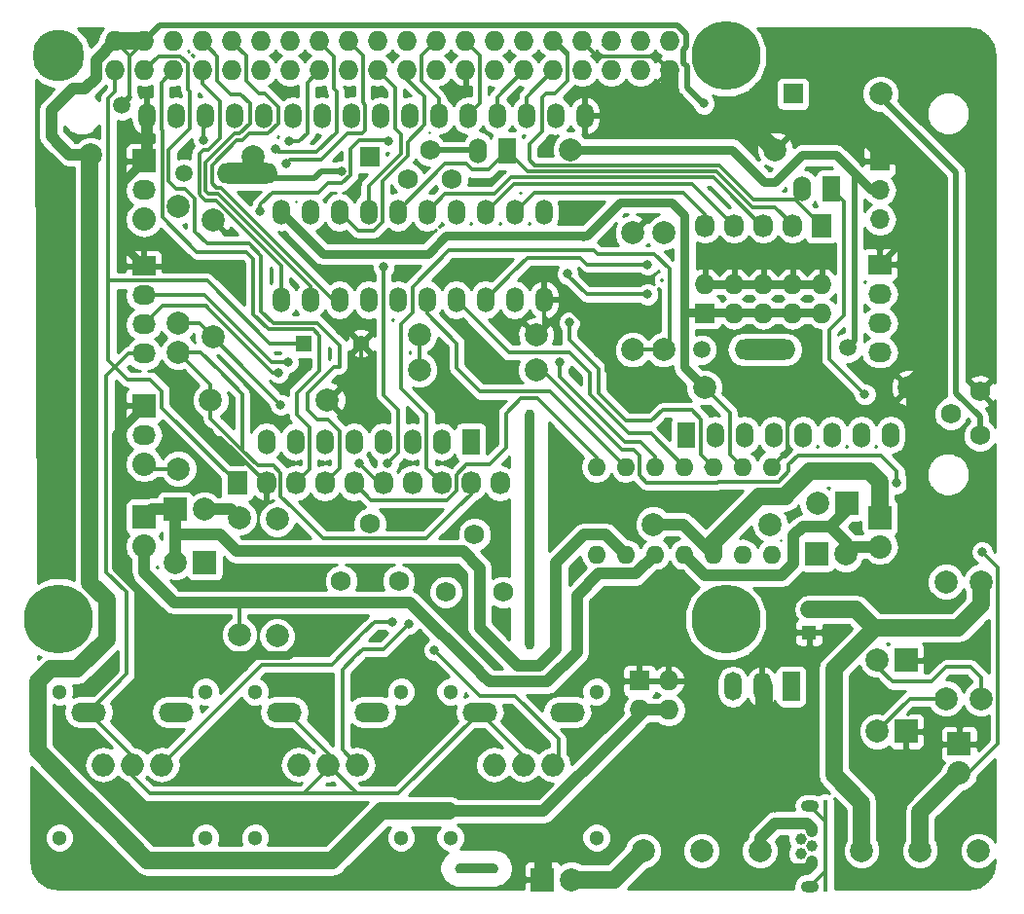
<source format=gbr>
%TF.GenerationSoftware,KiCad,Pcbnew,4.0.5*%
%TF.CreationDate,2017-05-22T14:14:15+02:00*%
%TF.ProjectId,Echtzeitsystem,456368747A65697473797374656D2E6B,1.1*%
%TF.FileFunction,Copper,L1,Top,Signal*%
%FSLAX46Y46*%
G04 Gerber Fmt 4.6, Leading zero omitted, Abs format (unit mm)*
G04 Created by KiCad (PCBNEW 4.0.5) date Mon May 22 14:14:15 2017*
%MOMM*%
%LPD*%
G01*
G04 APERTURE LIST*
%ADD10C,0.100000*%
%ADD11C,1.998980*%
%ADD12R,2.032000X2.032000*%
%ADD13C,1.500000*%
%ADD14O,5.300000X1.800000*%
%ADD15O,1.501140X2.199640*%
%ADD16R,1.727200X1.727200*%
%ADD17O,1.727200X1.727200*%
%ADD18R,1.699260X1.699260*%
%ADD19C,6.000000*%
%ADD20C,4.500000*%
%ADD21O,2.032000X2.032000*%
%ADD22C,1.750060*%
%ADD23O,1.500000X2.500000*%
%ADD24R,1.500000X2.500000*%
%ADD25C,2.000000*%
%ADD26R,2.000000X2.000000*%
%ADD27O,2.032000X1.727200*%
%ADD28R,2.032000X1.727200*%
%ADD29C,1.300000*%
%ADD30R,1.300000X1.300000*%
%ADD31O,3.048000X1.727200*%
%ADD32O,2.000000X2.000000*%
%ADD33O,1.600000X1.600000*%
%ADD34R,1.727200X2.032000*%
%ADD35O,1.727200X2.032000*%
%ADD36C,1.400000*%
%ADD37R,1.400000X1.400000*%
%ADD38R,1.524000X2.197100*%
%ADD39O,1.524000X2.197100*%
%ADD40R,1.524000X2.199640*%
%ADD41O,1.524000X2.199640*%
%ADD42R,1.700000X1.700000*%
%ADD43O,1.700000X1.700000*%
%ADD44C,1.000000*%
%ADD45O,1.550000X1.000000*%
%ADD46R,0.400000X8.000000*%
%ADD47C,0.800000*%
%ADD48C,0.300000*%
%ADD49C,0.800000*%
%ADD50C,1.500000*%
%ADD51C,1.000000*%
%ADD52C,0.500000*%
%ADD53C,0.200000*%
%ADD54C,0.254000*%
G04 APERTURE END LIST*
D10*
D11*
X168200000Y-134500000D03*
D12*
X165660000Y-134500000D03*
D13*
X179500000Y-88400000D03*
D14*
X185000000Y-88400000D03*
D15*
X169350000Y-68050000D03*
X166810000Y-68050000D03*
X164270000Y-68050000D03*
X161730000Y-68050000D03*
X159190000Y-68050000D03*
X156650000Y-68050000D03*
X154110000Y-68050000D03*
X151570000Y-68050000D03*
X149030000Y-68050000D03*
X146490000Y-68050000D03*
X143950000Y-68050000D03*
X141410000Y-68050000D03*
X138870000Y-68050000D03*
X136330000Y-68050000D03*
X133790000Y-68050000D03*
X131250000Y-68050000D03*
D16*
X179790000Y-85220000D03*
D17*
X179790000Y-82680000D03*
X182330000Y-85220000D03*
X182330000Y-82680000D03*
X184870000Y-85220000D03*
X184870000Y-82680000D03*
X187410000Y-85220000D03*
X187410000Y-82680000D03*
X189950000Y-85220000D03*
X189950000Y-82680000D03*
D18*
X150630000Y-71650000D03*
D11*
X140470000Y-71650000D03*
D19*
X181600000Y-111850000D03*
D20*
X123600000Y-62850000D03*
D19*
X123600000Y-111850000D03*
D21*
X201900000Y-125240000D03*
D12*
X201900000Y-122700000D03*
D11*
X203580000Y-132000000D03*
X198500000Y-132000000D03*
X193420000Y-132000000D03*
X184580000Y-132000000D03*
X179500000Y-132000000D03*
X174420000Y-132000000D03*
D22*
X162249360Y-109499360D03*
X159750000Y-104500640D03*
X157250640Y-109499360D03*
X153149360Y-108549360D03*
X150650000Y-103550640D03*
X148150640Y-108549360D03*
D17*
X176730000Y-61580000D03*
X176730000Y-64120000D03*
X174190000Y-61580000D03*
X174190000Y-64120000D03*
X171650000Y-61580000D03*
X171650000Y-64120000D03*
X169110000Y-61580000D03*
X169110000Y-64120000D03*
X166570000Y-61580000D03*
X166570000Y-64120000D03*
X164030000Y-61580000D03*
X164030000Y-64120000D03*
X161490000Y-61580000D03*
X161490000Y-64120000D03*
X158950000Y-61580000D03*
X158950000Y-64120000D03*
X156410000Y-61580000D03*
X156410000Y-64120000D03*
X153870000Y-61580000D03*
X153870000Y-64120000D03*
X151330000Y-61580000D03*
X151330000Y-64120000D03*
X148790000Y-61580000D03*
X148790000Y-64120000D03*
X146250000Y-61580000D03*
X146250000Y-64120000D03*
X143710000Y-61580000D03*
X143710000Y-64120000D03*
X141170000Y-61580000D03*
X141170000Y-64120000D03*
X138630000Y-61580000D03*
X138630000Y-64120000D03*
X136090000Y-61580000D03*
X136090000Y-64120000D03*
X133550000Y-61580000D03*
X133550000Y-64120000D03*
X131010000Y-61580000D03*
X131010000Y-64120000D03*
X128470000Y-61580000D03*
X128470000Y-64120000D03*
D23*
X182220000Y-117700000D03*
X184760000Y-117700000D03*
D24*
X187300000Y-117700000D03*
D11*
X185890000Y-71000000D03*
X168110000Y-71000000D03*
X197540000Y-91700000D03*
X179760000Y-91700000D03*
D15*
X142920000Y-76440000D03*
X145460000Y-76440000D03*
X148000000Y-76440000D03*
X150540000Y-76440000D03*
X153080000Y-76440000D03*
X155620000Y-76440000D03*
X158160000Y-76440000D03*
X160700000Y-76440000D03*
X163240000Y-76440000D03*
X165780000Y-76440000D03*
X165780000Y-84060000D03*
X163240000Y-84060000D03*
X160700000Y-84060000D03*
X158160000Y-84060000D03*
X155620000Y-84060000D03*
X153080000Y-84060000D03*
X150540000Y-84060000D03*
X148000000Y-84060000D03*
X145460000Y-84060000D03*
X142920000Y-84060000D03*
D25*
X194760000Y-115400000D03*
D26*
X197300000Y-115400000D03*
D25*
X133760000Y-106900000D03*
D26*
X136300000Y-106900000D03*
X133700000Y-102300000D03*
D25*
X136240000Y-102300000D03*
X192040000Y-106200000D03*
D26*
X189500000Y-106200000D03*
X192100000Y-101800000D03*
D25*
X189560000Y-101800000D03*
D12*
X131000000Y-93270000D03*
D27*
X131000000Y-95810000D03*
D21*
X131000000Y-98350000D03*
D11*
X175300000Y-103600000D03*
X185460000Y-103600000D03*
X139300000Y-113200000D03*
X139300000Y-103040000D03*
X154950000Y-90150000D03*
X165110000Y-90150000D03*
X154950000Y-87150000D03*
X165110000Y-87150000D03*
X203800000Y-108600000D03*
X203800000Y-118760000D03*
D27*
X131000000Y-88750000D03*
X131000000Y-86210000D03*
X131000000Y-83670000D03*
D28*
X131000000Y-81130000D03*
D17*
X176640000Y-119740000D03*
X174100000Y-119740000D03*
X176640000Y-117200000D03*
D16*
X174100000Y-117200000D03*
D29*
X188850000Y-111000000D03*
D30*
X188850000Y-113000000D03*
D12*
X131000000Y-72000000D03*
D27*
X131000000Y-74540000D03*
D21*
X131000000Y-77080000D03*
D12*
X131000000Y-102960000D03*
D21*
X131000000Y-105500000D03*
X195000000Y-105540000D03*
D12*
X195000000Y-103000000D03*
D29*
X136350000Y-130850000D03*
X136350000Y-118150000D03*
X123650000Y-118150000D03*
X123650000Y-130850000D03*
D31*
X133810000Y-119928000D03*
X126190000Y-119928000D03*
D32*
X127460000Y-124500000D03*
X132540000Y-124500000D03*
X130000000Y-124500000D03*
D29*
X170350000Y-130850000D03*
X170350000Y-118150000D03*
X157650000Y-118150000D03*
X157650000Y-130850000D03*
D31*
X167810000Y-119928000D03*
X160190000Y-119928000D03*
D32*
X161460000Y-124500000D03*
X166540000Y-124500000D03*
X164000000Y-124500000D03*
D29*
X153350000Y-130850000D03*
X153350000Y-118150000D03*
X140650000Y-118150000D03*
X140650000Y-130850000D03*
D31*
X150810000Y-119928000D03*
X143190000Y-119928000D03*
D32*
X144460000Y-124500000D03*
X149540000Y-124500000D03*
X147000000Y-124500000D03*
D33*
X185600000Y-106220000D03*
X183060000Y-106220000D03*
X180520000Y-106220000D03*
X177980000Y-106220000D03*
X175440000Y-106220000D03*
X172900000Y-106220000D03*
X170360000Y-106220000D03*
X170360000Y-98600000D03*
X172900000Y-98600000D03*
X175440000Y-98600000D03*
X177980000Y-98600000D03*
X180520000Y-98600000D03*
X183060000Y-98600000D03*
X185600000Y-98600000D03*
D34*
X139100000Y-100000000D03*
D35*
X141640000Y-100000000D03*
X144180000Y-100000000D03*
X146720000Y-100000000D03*
X149260000Y-100000000D03*
X151800000Y-100000000D03*
X154340000Y-100000000D03*
X156880000Y-100000000D03*
X159420000Y-100000000D03*
X161960000Y-100000000D03*
D36*
X149900000Y-87850000D03*
D37*
X144900000Y-87850000D03*
D27*
X195000000Y-88620000D03*
X195000000Y-86080000D03*
X195000000Y-83540000D03*
D28*
X195000000Y-81000000D03*
D35*
X179790000Y-77600000D03*
X182330000Y-77600000D03*
X184870000Y-77600000D03*
X187410000Y-77600000D03*
D34*
X189950000Y-77600000D03*
D38*
X178158000Y-95814000D03*
D39*
X180698000Y-95814000D03*
X183238000Y-95814000D03*
X185778000Y-95814000D03*
X188318000Y-95814000D03*
X190858000Y-95814000D03*
X193398000Y-95814000D03*
X195938000Y-95814000D03*
D38*
X159420000Y-96400000D03*
D39*
X156880000Y-96400000D03*
X154340000Y-96400000D03*
X151800000Y-96400000D03*
X149260000Y-96400000D03*
X146720000Y-96400000D03*
X144180000Y-96400000D03*
X141640000Y-96400000D03*
D25*
X194760000Y-121600000D03*
D26*
X197300000Y-121600000D03*
D11*
X200750000Y-118760000D03*
X200750000Y-108600000D03*
X142570000Y-113320000D03*
X142570000Y-103160000D03*
D40*
X162590000Y-71120000D03*
D41*
X160050000Y-71120000D03*
D40*
X190770000Y-74400000D03*
D41*
X188230000Y-74400000D03*
D22*
X157765000Y-73575000D03*
X155860000Y-71035000D03*
X153955000Y-73575000D03*
X203705000Y-92055000D03*
X201165000Y-93960000D03*
X203705000Y-95865000D03*
D19*
X181600000Y-62850000D03*
D42*
X195000000Y-72000000D03*
D43*
X195000000Y-74540000D03*
X195000000Y-77080000D03*
D13*
X134450000Y-73100000D03*
D14*
X139950000Y-73100000D03*
D18*
X187440000Y-66150000D03*
D11*
X195060000Y-66150000D03*
D44*
X189120000Y-130300000D03*
X189120000Y-132900000D03*
X188120000Y-130950000D03*
X188120000Y-132250000D03*
X189120000Y-131600000D03*
D45*
X188900000Y-135100000D03*
X188900000Y-128100000D03*
D46*
X190250000Y-131600000D03*
D11*
X176200000Y-78240000D03*
X176200000Y-88400000D03*
X173500000Y-78240000D03*
X173500000Y-88400000D03*
X134000000Y-98760000D03*
X134000000Y-88600000D03*
X146960000Y-92800000D03*
X136800000Y-92800000D03*
X134000000Y-75940000D03*
X134000000Y-86100000D03*
X137000000Y-77140000D03*
X137000000Y-87300000D03*
D47*
X136650000Y-95600000D03*
D13*
X181950000Y-90750000D03*
D47*
X176400000Y-92400000D03*
X199070000Y-86530000D03*
X145300000Y-113200000D03*
X179910000Y-68800000D03*
X186700000Y-133600000D03*
X184960000Y-121200000D03*
X184960000Y-124700000D03*
D13*
X198100000Y-106600000D03*
X198100000Y-110250000D03*
D47*
X198100000Y-98940000D03*
X199065000Y-80550000D03*
X176720000Y-66770000D03*
X176730000Y-66780000D03*
X183300000Y-133800000D03*
X182100000Y-131000000D03*
X199070000Y-73370000D03*
X199065000Y-73365000D03*
X192800000Y-68800000D03*
D13*
X184100000Y-128200000D03*
X192200000Y-88250000D03*
D47*
X179700000Y-67000000D03*
D13*
X157470000Y-128550000D03*
D47*
X155180000Y-128550000D03*
X151660000Y-128550000D03*
X149405000Y-130805000D03*
X147360000Y-132850000D03*
X144210000Y-132850000D03*
X140130000Y-132850000D03*
X135640000Y-132850000D03*
X131450000Y-132850000D03*
X128365000Y-129915000D03*
X124935000Y-126485000D03*
X126350000Y-103520000D03*
X126300000Y-96550000D03*
X126350000Y-91290000D03*
X126300000Y-86300000D03*
X126300000Y-81110000D03*
X126300000Y-76040000D03*
X126350000Y-76040000D03*
X123670000Y-70600000D03*
X122930000Y-68040000D03*
X123730000Y-66610000D03*
X126840000Y-64730000D03*
X126900000Y-63150000D03*
D25*
X126350000Y-71450000D03*
D13*
X129050000Y-67150000D03*
D47*
X167200000Y-89450000D03*
X168000000Y-86050000D03*
X174800000Y-81000000D03*
X167850000Y-81820000D03*
X174800000Y-83600000D03*
X143500000Y-89500000D03*
X142700000Y-90400000D03*
X141100000Y-76400000D03*
X152250000Y-70290000D03*
X143400000Y-72200000D03*
X142400000Y-70950000D03*
X143600000Y-70300000D03*
X149700000Y-98300000D03*
X196485000Y-100015000D03*
X203900000Y-106000000D03*
X154050000Y-112250000D03*
X152600000Y-112100000D03*
X156275000Y-114525000D03*
X152200000Y-98300000D03*
X151850000Y-81200000D03*
X136200000Y-70160000D03*
X193700000Y-92300000D03*
X142900000Y-93200000D03*
X148180000Y-72880000D03*
D48*
X123600000Y-62850000D02*
X123650000Y-62850000D01*
X176040000Y-82350000D02*
X176050000Y-82340000D01*
X137105000Y-96055000D02*
X137695000Y-96055000D01*
X136650000Y-95600000D02*
X137105000Y-96055000D01*
D49*
X184480000Y-93600000D02*
X184480000Y-93280000D01*
X184480000Y-93600000D02*
X188460000Y-93600000D01*
X188460000Y-93600000D02*
X195260000Y-93600000D01*
X197140000Y-93600000D02*
X195260000Y-93600000D01*
X184480000Y-93280000D02*
X181950000Y-90750000D01*
D48*
X167210464Y-84060000D02*
X165780000Y-84060000D01*
X171200000Y-88049536D02*
X171200000Y-90250000D01*
X167210464Y-84060000D02*
X171200000Y-88049536D01*
X173350000Y-92400000D02*
X171200000Y-90250000D01*
X173450000Y-92400000D02*
X176400000Y-92400000D01*
X173450000Y-92400000D02*
X173350000Y-92400000D01*
X146960000Y-92800000D02*
X149900000Y-89860000D01*
X149900000Y-89860000D02*
X149900000Y-87850000D01*
X141640000Y-100000000D02*
X137695000Y-96055000D01*
D49*
X131000000Y-72000000D02*
X129100000Y-73900000D01*
X129100000Y-79230000D02*
X131000000Y-81130000D01*
X129100000Y-73900000D02*
X129100000Y-79230000D01*
X136150000Y-114950000D02*
X136490000Y-114950000D01*
X128550000Y-107350000D02*
X136150000Y-114950000D01*
X128550000Y-107010000D02*
X128550000Y-107350000D01*
X128550000Y-104120000D02*
X128550000Y-107010000D01*
X143550000Y-114950000D02*
X145300000Y-113200000D01*
X136490000Y-114950000D02*
X143550000Y-114950000D01*
X128550000Y-104120000D02*
X128550000Y-99500000D01*
X187410000Y-82680000D02*
X189950000Y-82680000D01*
X184870000Y-82680000D02*
X187410000Y-82680000D01*
X182330000Y-82680000D02*
X184870000Y-82680000D01*
X179790000Y-82680000D02*
X182330000Y-82680000D01*
X184960000Y-124700000D02*
X185000000Y-124700000D01*
X185000000Y-124700000D02*
X184960000Y-124700000D01*
D50*
X184960000Y-127340000D02*
X184960000Y-124700000D01*
X184960000Y-124700000D02*
X184960000Y-121200000D01*
X184960000Y-121200000D02*
X184960000Y-117700000D01*
D51*
X189120000Y-133180000D02*
X188700000Y-133600000D01*
X185700000Y-134600000D02*
X186700000Y-133600000D01*
X184100000Y-134600000D02*
X185700000Y-134600000D01*
X183300000Y-133800000D02*
X184100000Y-134600000D01*
X186700000Y-133600000D02*
X188700000Y-133600000D01*
X184960000Y-127340000D02*
X184960000Y-117700000D01*
D50*
X198100000Y-108600000D02*
X198100000Y-106600000D01*
X198100000Y-108400000D02*
X198100000Y-110250000D01*
X198100000Y-98940000D02*
X198100000Y-95050000D01*
X198100000Y-106600000D02*
X198100000Y-98940000D01*
D52*
X195000000Y-81000000D02*
X199065000Y-76935000D01*
X198700000Y-77500000D02*
X199065000Y-77500000D01*
X199065000Y-77135000D02*
X198700000Y-77500000D01*
X199065000Y-76935000D02*
X199065000Y-77135000D01*
D49*
X131000000Y-93270000D02*
X128550000Y-95720000D01*
X128550000Y-99500000D02*
X128550000Y-98630000D01*
X128550000Y-95720000D02*
X128550000Y-98630000D01*
D51*
X131250000Y-68050000D02*
X131250000Y-71750000D01*
X131250000Y-71750000D02*
X131000000Y-72000000D01*
D48*
X187000000Y-97200000D02*
X187000000Y-93600000D01*
X185600000Y-98600000D02*
X187000000Y-97200000D01*
D50*
X199065000Y-74265000D02*
X199065000Y-77500000D01*
X199065000Y-77500000D02*
X199065000Y-80550000D01*
X195000000Y-71000000D02*
X195000000Y-72000000D01*
D51*
X189120000Y-133180000D02*
X189120000Y-132900000D01*
D48*
X199070000Y-86530000D02*
X199070000Y-84290000D01*
D50*
X199065000Y-80550000D02*
X199065000Y-84290000D01*
X179910000Y-68800000D02*
X183690000Y-68800000D01*
D48*
X197140000Y-93600000D02*
X199070000Y-91670000D01*
X199070000Y-84290000D02*
X199065000Y-84290000D01*
X199070000Y-91670000D02*
X199070000Y-86530000D01*
D50*
X199065000Y-84290000D02*
X199065000Y-90175000D01*
X197540000Y-91700000D02*
X198100000Y-92260000D01*
X198100000Y-92260000D02*
X198100000Y-95050000D01*
X198100000Y-95050000D02*
X199065000Y-94085000D01*
X199065000Y-94085000D02*
X199065000Y-90175000D01*
X199065000Y-90175000D02*
X197540000Y-91700000D01*
D49*
X197140000Y-93600000D02*
X198100000Y-93600000D01*
D50*
X176730000Y-64120000D02*
X176730000Y-66780000D01*
X183690000Y-68800000D02*
X185890000Y-71000000D01*
X178750000Y-68800000D02*
X179910000Y-68800000D01*
X176730000Y-66780000D02*
X178750000Y-68800000D01*
D48*
X131380000Y-80750000D02*
X131000000Y-81130000D01*
X168640000Y-61860000D02*
X168640000Y-61940000D01*
X143240000Y-61860000D02*
X143240000Y-62000000D01*
X172850000Y-68000000D02*
X176730000Y-64120000D01*
X169350000Y-68000000D02*
X172850000Y-68000000D01*
X195000000Y-81000000D02*
X194890000Y-81000000D01*
X165780000Y-84060000D02*
X165780000Y-86480000D01*
X165780000Y-86480000D02*
X165110000Y-87150000D01*
X185920000Y-106220000D02*
X185600000Y-106220000D01*
X141640000Y-99740000D02*
X141640000Y-100000000D01*
X169110000Y-61580000D02*
X170405000Y-62875000D01*
X170405000Y-62875000D02*
X175485000Y-62875000D01*
X175485000Y-62875000D02*
X176730000Y-64120000D01*
X143710000Y-61580000D02*
X143710000Y-61635000D01*
D50*
X184100000Y-128200000D02*
X184960000Y-127340000D01*
D51*
X182100000Y-132600000D02*
X182100000Y-131000000D01*
X182100000Y-131000000D02*
X182100000Y-130200000D01*
X182100000Y-130200000D02*
X184960000Y-127340000D01*
X182100000Y-132600000D02*
X183300000Y-133800000D01*
D50*
X183690000Y-68800000D02*
X187950000Y-68800000D01*
D49*
X186900000Y-68800000D02*
X184360000Y-68800000D01*
D50*
X195000000Y-71000000D02*
X196700000Y-71000000D01*
X199065000Y-73365000D02*
X199065000Y-74265000D01*
X196700000Y-71000000D02*
X199065000Y-73365000D01*
X192800000Y-68800000D02*
X195000000Y-71000000D01*
D52*
X188890000Y-68800000D02*
X187950000Y-68800000D01*
D50*
X187950000Y-68800000D02*
X192800000Y-68800000D01*
D52*
X189290000Y-69200000D02*
X188890000Y-68800000D01*
D50*
X168700000Y-128200000D02*
X184100000Y-128200000D01*
X165680000Y-131220000D02*
X168700000Y-128200000D01*
X165680000Y-134500000D02*
X165680000Y-131220000D01*
D48*
X164030000Y-64120000D02*
X161730000Y-66420000D01*
X161730000Y-66420000D02*
X161730000Y-68000000D01*
X164030000Y-64120000D02*
X163830000Y-64120000D01*
D52*
X192800000Y-87650000D02*
X192800000Y-73100000D01*
X192200000Y-88250000D02*
X192800000Y-87650000D01*
D50*
X128470000Y-61580000D02*
X131010000Y-61580000D01*
D48*
X133550000Y-67475000D02*
X133507500Y-67517500D01*
D51*
X174100000Y-119740000D02*
X176640000Y-119740000D01*
X174100000Y-120200000D02*
X172200000Y-122100000D01*
X165750000Y-128550000D02*
X172200000Y-122100000D01*
X165750000Y-128550000D02*
X157470000Y-128550000D01*
X174100000Y-120200000D02*
X174100000Y-119740000D01*
D50*
X147360000Y-132850000D02*
X149405000Y-130805000D01*
X149405000Y-130805000D02*
X151660000Y-128550000D01*
X151660000Y-128550000D02*
X155180000Y-128550000D01*
X155180000Y-128550000D02*
X157470000Y-128550000D01*
D53*
X128360000Y-129910000D02*
X128360000Y-129920000D01*
X128360000Y-129920000D02*
X128365000Y-129915000D01*
D50*
X147370000Y-132850000D02*
X147360000Y-132850000D01*
X147360000Y-132850000D02*
X146760000Y-132850000D01*
X121750000Y-123300000D02*
X124935000Y-126485000D01*
X131300000Y-132850000D02*
X131450000Y-132850000D01*
X131450000Y-132850000D02*
X135640000Y-132850000D01*
X135640000Y-132850000D02*
X140130000Y-132850000D01*
X140130000Y-132850000D02*
X144210000Y-132850000D01*
X144210000Y-132850000D02*
X146760000Y-132850000D01*
X124935000Y-126485000D02*
X128360000Y-129910000D01*
X128360000Y-129910000D02*
X131300000Y-132850000D01*
D52*
X179680000Y-67030000D02*
X179690000Y-67040000D01*
X178200000Y-61000000D02*
X178200000Y-61700000D01*
X131010000Y-61580000D02*
X132390000Y-60200000D01*
X177400000Y-60200000D02*
X178150000Y-60950000D01*
X132390000Y-60200000D02*
X177400000Y-60200000D01*
X178150000Y-60950000D02*
X178200000Y-61000000D01*
X178244743Y-65594743D02*
X179680000Y-67030000D01*
X178244743Y-63784743D02*
X178244743Y-65594743D01*
X177950000Y-63490000D02*
X178244743Y-63784743D01*
X177950000Y-62320000D02*
X177950000Y-63490000D01*
X178200000Y-62070000D02*
X177950000Y-62320000D01*
X178200000Y-61700000D02*
X178200000Y-62070000D01*
D49*
X194240000Y-74540000D02*
X192800000Y-73100000D01*
X192800000Y-73100000D02*
X191190000Y-71490000D01*
X185900000Y-73820000D02*
X188230000Y-71490000D01*
X189030000Y-71490000D02*
X191190000Y-71490000D01*
X188230000Y-71490000D02*
X189030000Y-71490000D01*
D53*
X126350000Y-103520000D02*
X126300000Y-103520000D01*
X126300000Y-103520000D02*
X126340000Y-103520000D01*
X126340000Y-103520000D02*
X126300000Y-103520000D01*
X126350000Y-91290000D02*
X126300000Y-91290000D01*
X126300000Y-91290000D02*
X126340000Y-91290000D01*
X126340000Y-91290000D02*
X126300000Y-91290000D01*
X123670000Y-70600000D02*
X123675000Y-70605000D01*
X123670000Y-70610000D02*
X123670000Y-70600000D01*
X123675000Y-70605000D02*
X123670000Y-70610000D01*
X123730000Y-66610000D02*
X123815000Y-66695000D01*
X123815000Y-66695000D02*
X123835000Y-66695000D01*
X126900000Y-63150000D02*
X126840000Y-63210000D01*
D51*
X126350000Y-71450000D02*
X124520000Y-71450000D01*
X124520000Y-71450000D02*
X123670000Y-70600000D01*
X123670000Y-70600000D02*
X122930000Y-69860000D01*
X122930000Y-69860000D02*
X122930000Y-68040000D01*
X122930000Y-68040000D02*
X122930000Y-67600000D01*
X122930000Y-67600000D02*
X123835000Y-66695000D01*
X123835000Y-66695000D02*
X124800000Y-65730000D01*
X124800000Y-65730000D02*
X125840000Y-65730000D01*
X125840000Y-65730000D02*
X126840000Y-64730000D01*
X126840000Y-64730000D02*
X126840000Y-63210000D01*
X126840000Y-63210000D02*
X128470000Y-61580000D01*
D49*
X181600000Y-71000000D02*
X182150000Y-71000000D01*
X184970000Y-73820000D02*
X185900000Y-73820000D01*
X182150000Y-71000000D02*
X184970000Y-73820000D01*
X181230000Y-71000000D02*
X181600000Y-71000000D01*
X168110000Y-71000000D02*
X181230000Y-71000000D01*
X181230000Y-71000000D02*
X181250000Y-71000000D01*
D50*
X126300000Y-97750000D02*
X126300000Y-96550000D01*
X126300000Y-97750000D02*
X126300000Y-103520000D01*
X126300000Y-96550000D02*
X126300000Y-91290000D01*
X126300000Y-103520000D02*
X126300000Y-108700000D01*
X126300000Y-108700000D02*
X127750000Y-110150000D01*
X127750000Y-110150000D02*
X127750000Y-113600000D01*
X127750000Y-113600000D02*
X125150000Y-116200000D01*
X125150000Y-116200000D02*
X122850000Y-116200000D01*
X122850000Y-116200000D02*
X121750000Y-117300000D01*
X121750000Y-117300000D02*
X121750000Y-123300000D01*
X126300000Y-91290000D02*
X126300000Y-86300000D01*
X126300000Y-86300000D02*
X126300000Y-81110000D01*
X126300000Y-81110000D02*
X126300000Y-76040000D01*
X126300000Y-76040000D02*
X126300000Y-71475000D01*
X126325000Y-71475000D02*
X126300000Y-71475000D01*
X126350000Y-71450000D02*
X126325000Y-71475000D01*
D48*
X129750000Y-62850000D02*
X129750000Y-66175000D01*
X131010000Y-61580000D02*
X131010000Y-61640000D01*
X131010000Y-61640000D02*
X129750000Y-62900000D01*
X129750000Y-62900000D02*
X129750000Y-62850000D01*
X128470000Y-61580000D02*
X128480000Y-61580000D01*
X128480000Y-61580000D02*
X129750000Y-62850000D01*
X129750000Y-62850000D02*
X129750000Y-62850000D01*
D52*
X129750000Y-66450000D02*
X129050000Y-67150000D01*
D48*
X131000000Y-98350000D02*
X131410000Y-98760000D01*
X131410000Y-98760000D02*
X134000000Y-98760000D01*
X165710000Y-73970000D02*
X163170000Y-73970000D01*
X182330000Y-77600000D02*
X178700000Y-73970000D01*
X178700000Y-73970000D02*
X165710000Y-73970000D01*
X163170000Y-73970000D02*
X160700000Y-76440000D01*
X167500000Y-74732000D02*
X164948000Y-74732000D01*
X164948000Y-74732000D02*
X163240000Y-76440000D01*
X177904000Y-74732000D02*
X179790000Y-76618000D01*
X179790000Y-76618000D02*
X179790000Y-77600000D01*
X167488000Y-74732000D02*
X167500000Y-74732000D01*
X167500000Y-74732000D02*
X177904000Y-74732000D01*
X164270000Y-68000000D02*
X164270000Y-66420000D01*
X164270000Y-66420000D02*
X166570000Y-64120000D01*
X166180000Y-64120000D02*
X166570000Y-64120000D01*
X159190000Y-68000000D02*
X160200000Y-66990000D01*
X160200000Y-66990000D02*
X160200000Y-65300000D01*
X160200000Y-62830000D02*
X158950000Y-61580000D01*
X160200000Y-65300000D02*
X160200000Y-62830000D01*
D50*
X191300000Y-111000000D02*
X188850000Y-111000000D01*
X194500000Y-112600000D02*
X201800000Y-112600000D01*
X203800000Y-110600000D02*
X203800000Y-108600000D01*
X201800000Y-112600000D02*
X203800000Y-110600000D01*
X191100000Y-111000000D02*
X191300000Y-111000000D01*
X191300000Y-111000000D02*
X192900000Y-111000000D01*
X192900000Y-111000000D02*
X194500000Y-112600000D01*
X194500000Y-112600000D02*
X194550000Y-112650000D01*
X191000000Y-116800000D02*
X191000000Y-116200000D01*
X191000000Y-116200000D02*
X194550000Y-112650000D01*
X193420000Y-132000000D02*
X193420000Y-127820000D01*
X191000000Y-125400000D02*
X191000000Y-116800000D01*
X193420000Y-127820000D02*
X191000000Y-125400000D01*
D52*
X183500000Y-105870000D02*
X183520000Y-105870000D01*
D50*
X186800002Y-101200000D02*
X186800002Y-101099998D01*
X180520000Y-105180000D02*
X184500000Y-101200000D01*
X184500000Y-101200000D02*
X186800002Y-101200000D01*
X180520000Y-106220000D02*
X180520000Y-105180000D01*
X195000000Y-99900000D02*
X195000000Y-103000000D01*
X194100000Y-99000000D02*
X195000000Y-99900000D01*
X188900000Y-99000000D02*
X194100000Y-99000000D01*
X186800002Y-101099998D02*
X188900000Y-99000000D01*
D51*
X175300000Y-103600000D02*
X177900000Y-103600000D01*
X177900000Y-103600000D02*
X180520000Y-106220000D01*
D52*
X180960000Y-105870000D02*
X180960000Y-105960000D01*
D48*
X132600000Y-75000000D02*
X132600000Y-69360000D01*
X132600000Y-69360000D02*
X132500000Y-69260000D01*
X146275000Y-87225000D02*
X146275000Y-90225000D01*
X135600000Y-79900000D02*
X139885000Y-79900000D01*
X132600000Y-76900000D02*
X135600000Y-79900000D01*
X132600000Y-75000000D02*
X132600000Y-76900000D01*
X139885000Y-79900000D02*
X140475000Y-80490000D01*
X140475000Y-80490000D02*
X140475000Y-83675000D01*
X133550000Y-64120000D02*
X132500000Y-65170000D01*
X132500000Y-65170000D02*
X132500000Y-69260000D01*
X140475000Y-85300000D02*
X141825000Y-86650000D01*
X140475000Y-83675000D02*
X140475000Y-85300000D01*
X141825000Y-86650000D02*
X145700000Y-86650000D01*
X145700000Y-86650000D02*
X146275000Y-87225000D01*
X145400000Y-98780000D02*
X145400000Y-95200000D01*
X144180000Y-100000000D02*
X145400000Y-98780000D01*
X146275000Y-90225000D02*
X144300000Y-92200000D01*
X144300000Y-92200000D02*
X144300000Y-94100000D01*
X144300000Y-94100000D02*
X145400000Y-95200000D01*
X135000000Y-69150000D02*
X133150000Y-71000000D01*
X134550000Y-74400000D02*
X135250000Y-75100000D01*
X133800000Y-74400000D02*
X134550000Y-74400000D01*
X133150000Y-73750000D02*
X133800000Y-74400000D01*
X133150000Y-71000000D02*
X133150000Y-73750000D01*
X135250000Y-75100000D02*
X135420000Y-75270000D01*
X148000000Y-89900000D02*
X147500000Y-89900000D01*
X147000000Y-94500000D02*
X148000000Y-95500000D01*
X146100000Y-94500000D02*
X147000000Y-94500000D01*
X145200000Y-93600000D02*
X146100000Y-94500000D01*
X145200000Y-92200000D02*
X145200000Y-93600000D01*
X147500000Y-89900000D02*
X145200000Y-92200000D01*
X148000000Y-98720000D02*
X146720000Y-100000000D01*
X148000000Y-98720000D02*
X148000000Y-95500000D01*
X148000000Y-89900000D02*
X148000000Y-88050000D01*
X135420000Y-75270000D02*
X135420000Y-78120000D01*
X136500000Y-79200000D02*
X140120000Y-79200000D01*
X135420000Y-78120000D02*
X136500000Y-79200000D01*
X140120000Y-79200000D02*
X141200000Y-80280000D01*
X141200000Y-80280000D02*
X141200000Y-83450000D01*
X141200000Y-83450000D02*
X141200000Y-85050000D01*
X141200000Y-85050000D02*
X142250000Y-86100000D01*
X146050000Y-86100000D02*
X148000000Y-88050000D01*
X142250000Y-86100000D02*
X146050000Y-86100000D01*
X130540000Y-64400000D02*
X130710000Y-64400000D01*
X131010000Y-64115000D02*
X132250000Y-62875000D01*
X132250000Y-62875000D02*
X134175000Y-62875000D01*
X131010000Y-64120000D02*
X131010000Y-64115000D01*
X134825000Y-63525000D02*
X134825000Y-65800000D01*
X134175000Y-62875000D02*
X134825000Y-63525000D01*
X134825000Y-65800000D02*
X135000000Y-65975000D01*
X135000000Y-65975000D02*
X135000000Y-69150000D01*
X155400000Y-66400000D02*
X153400000Y-64400000D01*
X148000000Y-76440000D02*
X149610000Y-78050000D01*
X155400000Y-68850000D02*
X155400000Y-66400000D01*
X151000000Y-78050000D02*
X151750000Y-77300000D01*
X149610000Y-78050000D02*
X151000000Y-78050000D01*
X151750000Y-75350000D02*
X151750000Y-73710000D01*
X153920000Y-70330000D02*
X155400000Y-68850000D01*
X153920000Y-71540000D02*
X153920000Y-70330000D01*
X151750000Y-73710000D02*
X153920000Y-71540000D01*
X151750000Y-77300000D02*
X151750000Y-75350000D01*
X150540000Y-74770000D02*
X150540000Y-74130000D01*
X150540000Y-76440000D02*
X150540000Y-74770000D01*
X152850000Y-65640000D02*
X151330000Y-64120000D01*
X152850000Y-65640000D02*
X152850000Y-69210000D01*
X153330000Y-69690000D02*
X152850000Y-69210000D01*
X150540000Y-74130000D02*
X153330000Y-71340000D01*
X153330000Y-71340000D02*
X153330000Y-69690000D01*
X172850000Y-96400000D02*
X174150000Y-96400000D01*
X167200000Y-90750000D02*
X167200000Y-89450000D01*
X172850000Y-96400000D02*
X167200000Y-90750000D01*
X174150000Y-96400000D02*
X175440000Y-97690000D01*
X175440000Y-97690000D02*
X175440000Y-98600000D01*
X175440000Y-98600000D02*
X175050000Y-98600000D01*
X175810000Y-98180000D02*
X175880000Y-98250000D01*
X180520000Y-98600000D02*
X179450000Y-97530000D01*
X168000000Y-86050000D02*
X168000000Y-87550000D01*
X170550000Y-92200000D02*
X170550000Y-90100000D01*
X172950000Y-94600000D02*
X170550000Y-92200000D01*
X175150000Y-94600000D02*
X172950000Y-94600000D01*
X168000000Y-87550000D02*
X170550000Y-90100000D01*
X179450000Y-97530000D02*
X179450000Y-94450000D01*
X179450000Y-94450000D02*
X178650000Y-93650000D01*
X178650000Y-93650000D02*
X176100000Y-93650000D01*
X176100000Y-93650000D02*
X175150000Y-94600000D01*
X179900000Y-98600000D02*
X180520000Y-98600000D01*
X168000000Y-86080000D02*
X168000000Y-86050000D01*
X168030000Y-88650000D02*
X169800000Y-90420000D01*
X162750000Y-88650000D02*
X168030000Y-88650000D01*
X158160000Y-84060000D02*
X162750000Y-88650000D01*
X175080000Y-95700000D02*
X177980000Y-98600000D01*
X173200000Y-95700000D02*
X175080000Y-95700000D01*
X169800000Y-92300000D02*
X173200000Y-95700000D01*
X169800000Y-90420000D02*
X169800000Y-92300000D01*
X158200000Y-87850000D02*
X155620000Y-85270000D01*
X155620000Y-85270000D02*
X155620000Y-84060000D01*
X166750000Y-92450000D02*
X166350000Y-92050000D01*
X172900000Y-98600000D02*
X171300000Y-97000000D01*
X166750000Y-92450000D02*
X171300000Y-97000000D01*
X166350000Y-92050000D02*
X160250000Y-92050000D01*
X158200000Y-90000000D02*
X160250000Y-92050000D01*
X158200000Y-87850000D02*
X158200000Y-90000000D01*
X137295000Y-74295000D02*
X136900000Y-73900000D01*
X137705000Y-74295000D02*
X137295000Y-74295000D01*
X142700000Y-67300000D02*
X142700000Y-68720000D01*
X136900000Y-73900000D02*
X136900000Y-73500000D01*
X139525000Y-70225000D02*
X139075000Y-70225000D01*
X136900000Y-72400000D02*
X136900000Y-73500000D01*
X139075000Y-70225000D02*
X136900000Y-72400000D01*
X139525000Y-70225000D02*
X140130000Y-69620000D01*
X140130000Y-69620000D02*
X141800000Y-69620000D01*
X141800000Y-69620000D02*
X142700000Y-68720000D01*
X139875000Y-65000000D02*
X140975000Y-66100000D01*
X139875000Y-62850000D02*
X139875000Y-65000000D01*
X139875000Y-62850000D02*
X138630000Y-61605000D01*
X140975000Y-66100000D02*
X141500000Y-66100000D01*
X141500000Y-66100000D02*
X142700000Y-67300000D01*
X137220000Y-74220000D02*
X136900000Y-73900000D01*
X147470000Y-84060000D02*
X137705000Y-74295000D01*
X147470000Y-84060000D02*
X148000000Y-84060000D01*
X147470000Y-84060000D02*
X148000000Y-84060000D01*
X138160000Y-61860000D02*
X138160000Y-62050000D01*
X138630000Y-61580000D02*
X138630000Y-61605000D01*
X137450000Y-74850000D02*
X136630002Y-74850000D01*
X136350000Y-72160000D02*
X138910000Y-69600000D01*
X136350000Y-74569998D02*
X136350000Y-72160000D01*
X136630002Y-74850000D02*
X136350000Y-74569998D01*
X138700000Y-76100000D02*
X145460000Y-82860000D01*
X138700000Y-76100000D02*
X137450000Y-74850000D01*
X138910000Y-69600000D02*
X139330000Y-69600000D01*
X145460000Y-82860000D02*
X145460000Y-84060000D01*
X140200000Y-67000000D02*
X140200000Y-68550000D01*
X139400000Y-66200000D02*
X140200000Y-67000000D01*
X140200000Y-68730000D02*
X140200000Y-68550000D01*
X139330000Y-69600000D02*
X140200000Y-68730000D01*
X138575000Y-66200000D02*
X139400000Y-66200000D01*
X137375000Y-62875000D02*
X136090000Y-61590000D01*
X137375000Y-62875000D02*
X137375000Y-65000000D01*
X137375000Y-65000000D02*
X138575000Y-66200000D01*
X135620000Y-61860000D02*
X135790000Y-61860000D01*
X136090000Y-61580000D02*
X136090000Y-61590000D01*
X135950002Y-75000000D02*
X135800000Y-74849998D01*
X142920000Y-84060000D02*
X142920000Y-81069998D01*
X137250001Y-75399999D02*
X142920000Y-81069998D01*
X136350001Y-75399999D02*
X135950002Y-75000000D01*
X137250001Y-75399999D02*
X136350001Y-75399999D01*
X136150000Y-71000000D02*
X136620000Y-71000000D01*
X135800000Y-71350000D02*
X136150000Y-71000000D01*
X135800000Y-74849998D02*
X135800000Y-71350000D01*
X137530000Y-70090000D02*
X137590000Y-70030000D01*
X136090000Y-65290000D02*
X137600000Y-66800000D01*
X137600000Y-66800000D02*
X137600000Y-69360000D01*
X136090000Y-64120000D02*
X136090000Y-65290000D01*
X136620000Y-71000000D02*
X137530000Y-70090000D01*
X137590000Y-70030000D02*
X137590000Y-69360000D01*
X137590000Y-69360000D02*
X137600000Y-69360000D01*
X142760000Y-84060000D02*
X142920000Y-84060000D01*
X173720000Y-61860000D02*
X173810000Y-61860000D01*
X173720000Y-61860000D02*
X173910000Y-61860000D01*
X168640000Y-64400000D02*
X168640000Y-64640000D01*
X173720000Y-64400000D02*
X173720000Y-64520000D01*
X171180000Y-61860000D02*
X170990000Y-61860000D01*
X176260000Y-61860000D02*
X176360000Y-61860000D01*
X169570000Y-81000000D02*
X174800000Y-81000000D01*
X168960000Y-80390000D02*
X169570000Y-81000000D01*
X195000000Y-83540000D02*
X195260000Y-83540000D01*
X163110000Y-81650000D02*
X164370000Y-80390000D01*
X163110000Y-81650000D02*
X160700000Y-84060000D01*
X164370000Y-80390000D02*
X168960000Y-80390000D01*
X167850000Y-81950000D02*
X167850000Y-81820000D01*
X169500000Y-83600000D02*
X167850000Y-81950000D01*
X169630000Y-83600000D02*
X169500000Y-83600000D01*
X174800000Y-83600000D02*
X169630000Y-83600000D01*
X141315000Y-88685000D02*
X142130000Y-89500000D01*
X142130000Y-89500000D02*
X143500000Y-89500000D01*
X136300000Y-83670000D02*
X141315000Y-88685000D01*
X141315000Y-88685000D02*
X141330000Y-88700000D01*
X131000000Y-83670000D02*
X136300000Y-83670000D01*
X141100000Y-89300000D02*
X142200000Y-90400000D01*
X136000000Y-84600000D02*
X132610000Y-84600000D01*
X131000000Y-86210000D02*
X132610000Y-84600000D01*
X136599998Y-84799998D02*
X141100000Y-89300000D01*
X136400000Y-84600000D02*
X136000000Y-84600000D01*
X136599998Y-84799998D02*
X136400000Y-84600000D01*
X142200000Y-90400000D02*
X142700000Y-90400000D01*
X131000000Y-86210000D02*
X131000000Y-86100000D01*
X187675000Y-75375000D02*
X188230000Y-74820000D01*
X188230000Y-74820000D02*
X188230000Y-74400000D01*
X189370000Y-77020000D02*
X189950000Y-77600000D01*
X167850000Y-65000000D02*
X166750000Y-66100000D01*
X165600000Y-66500000D02*
X165600000Y-69400000D01*
X166000000Y-66100000D02*
X165600000Y-66500000D01*
X166750000Y-66100000D02*
X166000000Y-66100000D01*
X187675000Y-75375000D02*
X184035048Y-75375000D01*
X184035048Y-75375000D02*
X182010050Y-73350002D01*
X189200000Y-76900000D02*
X190000000Y-77700000D01*
X187675000Y-75375000D02*
X189200000Y-76900000D01*
X164950000Y-72350000D02*
X181010048Y-72350000D01*
X181010048Y-72350000D02*
X181805024Y-73144976D01*
X165600000Y-69400000D02*
X164500000Y-70500000D01*
X164500000Y-71900000D02*
X164950000Y-72350000D01*
X164500000Y-70500000D02*
X164500000Y-71900000D01*
X167850000Y-62850000D02*
X167850000Y-65000000D01*
X181805024Y-73144976D02*
X182010050Y-73350002D01*
X166570000Y-61580000D02*
X166580000Y-61580000D01*
X166580000Y-61580000D02*
X167850000Y-62850000D01*
X167850000Y-62600000D02*
X167850000Y-62850000D01*
X166570000Y-61580000D02*
X166830000Y-61580000D01*
X166830000Y-61580000D02*
X167850000Y-62600000D01*
X152250000Y-70290000D02*
X152140000Y-70180000D01*
X148970000Y-73200000D02*
X148220000Y-73950000D01*
X148970000Y-70910000D02*
X148970000Y-73200000D01*
X149700000Y-70180000D02*
X148970000Y-70910000D01*
X152140000Y-70180000D02*
X149700000Y-70180000D01*
X141160000Y-75730000D02*
X141050000Y-75840000D01*
X141050000Y-75840000D02*
X141100000Y-76400000D01*
X146970000Y-73950000D02*
X148220000Y-73950000D01*
X141160000Y-75730000D02*
X142170000Y-74720000D01*
X142170000Y-74720000D02*
X146200000Y-74720000D01*
X146200000Y-74720000D02*
X146970000Y-73950000D01*
X146900000Y-71410000D02*
X146460000Y-71850000D01*
X143750000Y-71850000D02*
X143400000Y-72200000D01*
X146460000Y-71850000D02*
X143750000Y-71850000D01*
X148790000Y-61580000D02*
X150050000Y-62840000D01*
X150250000Y-67100000D02*
X150250000Y-69300000D01*
X150050000Y-66900000D02*
X150250000Y-67100000D01*
X150050000Y-62840000D02*
X150050000Y-66900000D01*
X148790000Y-61580000D02*
X149055000Y-61580000D01*
X146900000Y-71410000D02*
X148730000Y-69580000D01*
X149970000Y-69580000D02*
X150250000Y-69300000D01*
X148730000Y-69580000D02*
X149970000Y-69580000D01*
X142685000Y-71235000D02*
X145985000Y-71235000D01*
X142400000Y-70950000D02*
X142685000Y-71235000D01*
X146250000Y-61600000D02*
X147525000Y-62875000D01*
X146250000Y-61580000D02*
X146250000Y-61600000D01*
X147525000Y-62875000D02*
X147525000Y-65725000D01*
X147750000Y-65950000D02*
X147525000Y-65725000D01*
X147750000Y-68450000D02*
X147750000Y-65950000D01*
X147750000Y-69470000D02*
X145985000Y-71235000D01*
X147750000Y-68450000D02*
X147750000Y-69470000D01*
X145200000Y-69610000D02*
X144510000Y-70300000D01*
X144510000Y-70300000D02*
X143600000Y-70300000D01*
X149700000Y-98300000D02*
X151400000Y-100000000D01*
X151400000Y-100000000D02*
X151800000Y-100000000D01*
X146250000Y-64120000D02*
X145200000Y-65170000D01*
X145200000Y-68650000D02*
X145200000Y-69610000D01*
X145200000Y-65170000D02*
X145200000Y-68650000D01*
X194760000Y-115400000D02*
X194760000Y-115960000D01*
X194760000Y-115960000D02*
X196100000Y-117300000D01*
X200800000Y-116000000D02*
X202900000Y-116000000D01*
X199500000Y-117300000D02*
X200800000Y-116000000D01*
X196100000Y-117300000D02*
X199500000Y-117300000D01*
X194760000Y-115400000D02*
X194760000Y-114940000D01*
X202900000Y-116000000D02*
X203800000Y-116900000D01*
X203800000Y-116900000D02*
X203800000Y-118760000D01*
X189160000Y-106740000D02*
X189100000Y-106800000D01*
D51*
X136240000Y-102300000D02*
X138560000Y-102300000D01*
X138560000Y-102300000D02*
X139300000Y-103040000D01*
D48*
X188900000Y-135100000D02*
X190250000Y-133750000D01*
X190250000Y-133750000D02*
X190250000Y-131600000D01*
X190250000Y-131600000D02*
X190250000Y-129450000D01*
X190250000Y-129450000D02*
X188900000Y-128100000D01*
D51*
X192040000Y-106200000D02*
X192700000Y-105540000D01*
X192700000Y-105540000D02*
X195000000Y-105540000D01*
X190700000Y-103800000D02*
X192100000Y-105200000D01*
X192100000Y-105200000D02*
X192100000Y-106140000D01*
X192100000Y-106140000D02*
X192040000Y-106200000D01*
X187500000Y-105400000D02*
X187500000Y-104600000D01*
X179760000Y-108000000D02*
X186500000Y-108000000D01*
X186500000Y-108000000D02*
X187500000Y-107000000D01*
X187500000Y-107000000D02*
X187500000Y-105400000D01*
X177980000Y-106220000D02*
X179760000Y-108000000D01*
X190700000Y-103800000D02*
X192100000Y-102400000D01*
X188300000Y-103800000D02*
X190700000Y-103800000D01*
X187500000Y-104600000D02*
X188300000Y-103800000D01*
X192100000Y-102400000D02*
X192100000Y-101800000D01*
X192100000Y-102400000D02*
X192040000Y-102460000D01*
X163500000Y-115900000D02*
X160200000Y-112600000D01*
X158750000Y-105950000D02*
X139050000Y-105950000D01*
X160200000Y-107400000D02*
X158750000Y-105950000D01*
X160200000Y-112600000D02*
X160200000Y-107400000D01*
X166850000Y-106900000D02*
X166850000Y-112270000D01*
X169250000Y-104500000D02*
X166850000Y-106900000D01*
X171180000Y-104500000D02*
X169250000Y-104500000D01*
X172900000Y-106220000D02*
X171180000Y-104500000D01*
X166850000Y-113500000D02*
X166850000Y-114450000D01*
X165400000Y-115900000D02*
X163500000Y-115900000D01*
X166850000Y-114450000D02*
X165400000Y-115900000D01*
X133700000Y-104500000D02*
X137600000Y-104500000D01*
X137600000Y-104500000D02*
X139050000Y-105950000D01*
X166850000Y-113500000D02*
X166850000Y-112270000D01*
X131000000Y-102960000D02*
X131660000Y-102300000D01*
X131660000Y-102300000D02*
X133700000Y-102300000D01*
X133700000Y-102300000D02*
X133700000Y-104500000D01*
X133700000Y-104500000D02*
X133700000Y-106840000D01*
X133700000Y-106840000D02*
X133760000Y-106900000D01*
D48*
X154950000Y-90150000D02*
X154950000Y-90450000D01*
X154950000Y-87150000D02*
X154950000Y-90150000D01*
D50*
X171920000Y-134500000D02*
X174420000Y-132000000D01*
X168220000Y-134500000D02*
X171920000Y-134500000D01*
D51*
X189120000Y-130300000D02*
X189120000Y-130020000D01*
X189120000Y-130020000D02*
X188700000Y-129600000D01*
X184580000Y-130920000D02*
X184580000Y-132000000D01*
X185900000Y-129600000D02*
X184580000Y-130920000D01*
X188700000Y-129600000D02*
X185900000Y-129600000D01*
D48*
X200750000Y-118760000D02*
X197600000Y-118760000D01*
X197600000Y-118760000D02*
X194760000Y-121600000D01*
X200750000Y-118760000D02*
X200750000Y-118940000D01*
D51*
X154150000Y-110400000D02*
X139700000Y-110400000D01*
D48*
X139700000Y-110400000D02*
X139300000Y-110800000D01*
X139300000Y-110800000D02*
X139300000Y-113200000D01*
D51*
X133600000Y-110400000D02*
X131000000Y-107800000D01*
X139700000Y-110400000D02*
X133600000Y-110400000D01*
X131000000Y-105500000D02*
X131000000Y-107800000D01*
X175440000Y-106220000D02*
X175440000Y-106260000D01*
X160475000Y-116725000D02*
X159950000Y-116200000D01*
X159950000Y-116200000D02*
X154150000Y-110400000D01*
X160475000Y-116725000D02*
X161050000Y-117300000D01*
X161050000Y-117300000D02*
X166100000Y-117300000D01*
X168650000Y-114750000D02*
X168650000Y-113010000D01*
X166100000Y-117300000D02*
X168650000Y-114750000D01*
X168650000Y-109800002D02*
X168650000Y-113010000D01*
X170550002Y-107900000D02*
X168650000Y-109800002D01*
X175440000Y-106220000D02*
X173760000Y-107900000D01*
X173760000Y-107900000D02*
X170550002Y-107900000D01*
D48*
X156410000Y-61580000D02*
X155150000Y-62840000D01*
X156650000Y-66550000D02*
X156650000Y-68000000D01*
X155150000Y-65050000D02*
X156650000Y-66550000D01*
X155150000Y-62840000D02*
X155150000Y-65050000D01*
X139100000Y-100000000D02*
X132550000Y-93450000D01*
X132550000Y-93450000D02*
X132550000Y-92000000D01*
X144900000Y-87850000D02*
X141950000Y-87850000D01*
X136500000Y-82400000D02*
X127900000Y-82400000D01*
X141950000Y-87850000D02*
X136500000Y-82400000D01*
X131000000Y-88750000D02*
X129690000Y-88750000D01*
X129690000Y-88750000D02*
X128500000Y-89940000D01*
X129560000Y-91000000D02*
X128500000Y-89940000D01*
X131000000Y-91000000D02*
X129560000Y-91000000D01*
X131000000Y-91000000D02*
X131550000Y-91000000D01*
X131550000Y-91000000D02*
X132550000Y-92000000D01*
X132550000Y-92000000D02*
X132550000Y-93450000D01*
X127740000Y-90700000D02*
X128500000Y-89940000D01*
X126190000Y-119928000D02*
X129500000Y-116618000D01*
X129500000Y-116618000D02*
X129500000Y-109500000D01*
X129500000Y-109500000D02*
X127740000Y-107740000D01*
X127740000Y-107740000D02*
X127740000Y-90700000D01*
X128405000Y-89845000D02*
X127900000Y-89340000D01*
X127900000Y-89340000D02*
X127900000Y-82400000D01*
X128500000Y-89940000D02*
X128405000Y-89845000D01*
X128470000Y-64120000D02*
X128470000Y-65940000D01*
X127900000Y-82400000D02*
X127900000Y-66510000D01*
X127900000Y-66510000D02*
X128470000Y-65940000D01*
D49*
X178000000Y-85200000D02*
X189930000Y-85200000D01*
X189930000Y-85200000D02*
X189950000Y-85220000D01*
X178040000Y-84000000D02*
X178040000Y-83368000D01*
X155690000Y-80100000D02*
X157290000Y-78500000D01*
X178040000Y-76740000D02*
X176900000Y-75600000D01*
X169200000Y-78600000D02*
X169200000Y-78500000D01*
X169300000Y-78500000D02*
X169200000Y-78600000D01*
X169500000Y-78500000D02*
X169300000Y-78500000D01*
X172400000Y-75600000D02*
X169500000Y-78500000D01*
X169200000Y-78500000D02*
X157290000Y-78500000D01*
X178040000Y-83368000D02*
X178040000Y-76740000D01*
X176900000Y-75600000D02*
X172400000Y-75600000D01*
X178000000Y-89050000D02*
X178000000Y-89940000D01*
X178000000Y-84000000D02*
X178000000Y-85200000D01*
X178000000Y-85200000D02*
X178000000Y-89050000D01*
X178000000Y-84000000D02*
X178040000Y-84000000D01*
X153700000Y-80100000D02*
X155690000Y-80100000D01*
X153700000Y-80100000D02*
X146580000Y-80100000D01*
D48*
X160190000Y-119928000D02*
X164000000Y-123738000D01*
X164000000Y-123738000D02*
X164000000Y-124500000D01*
X160190000Y-119928000D02*
X153118000Y-127000000D01*
X153118000Y-127000000D02*
X149510000Y-127000000D01*
X131350000Y-89100000D02*
X131000000Y-88750000D01*
X131000000Y-88750000D02*
X130750000Y-88750000D01*
D49*
X178000000Y-89940000D02*
X179760000Y-91700000D01*
D48*
X126190000Y-119928000D02*
X130000000Y-123738000D01*
X130000000Y-123738000D02*
X130000000Y-124500000D01*
X130000000Y-125500000D02*
X131500000Y-127000000D01*
X131500000Y-127000000D02*
X144920000Y-127000000D01*
X130000000Y-125500000D02*
X130000000Y-124500000D01*
X147000000Y-124500000D02*
X147000000Y-124920000D01*
X147000000Y-124920000D02*
X144920000Y-127000000D01*
X147000000Y-124500000D02*
X147010000Y-124500000D01*
X147010000Y-124500000D02*
X149510000Y-127000000D01*
X147250000Y-124500000D02*
X147250000Y-123738000D01*
X147250000Y-123738000D02*
X143440000Y-119928000D01*
X149750000Y-127000000D02*
X150250000Y-127000000D01*
X144920000Y-127000000D02*
X145000000Y-127000000D01*
X145000000Y-127000000D02*
X149510000Y-127000000D01*
X149510000Y-127000000D02*
X150250000Y-127000000D01*
X179760000Y-91700000D02*
X181950000Y-93890000D01*
X181950000Y-97490000D02*
X183060000Y-98600000D01*
X181950000Y-93890000D02*
X181950000Y-97490000D01*
D49*
X146580000Y-80100000D02*
X142920000Y-76440000D01*
D48*
X165200000Y-92650000D02*
X170360000Y-97810000D01*
X170360000Y-97810000D02*
X170360000Y-98600000D01*
X149260000Y-100000000D02*
X150760000Y-101500000D01*
X159075000Y-98375000D02*
X161025000Y-98375000D01*
X162500000Y-96900000D02*
X162500000Y-94100000D01*
X161025000Y-98375000D02*
X162500000Y-96900000D01*
X158150000Y-99300000D02*
X159075000Y-98375000D01*
X162500000Y-94100000D02*
X162500000Y-93940000D01*
X162500000Y-93940000D02*
X163790000Y-92650000D01*
X157300000Y-101500000D02*
X158150000Y-100650000D01*
X158150000Y-100650000D02*
X158150000Y-99300000D01*
X150760000Y-101500000D02*
X157300000Y-101500000D01*
X163790000Y-92650000D02*
X165200000Y-92650000D01*
D50*
X198500000Y-132000000D02*
X198500000Y-128640000D01*
X198500000Y-128640000D02*
X201900000Y-125240000D01*
D48*
X187100000Y-99000000D02*
X187100000Y-98400000D01*
X196485000Y-98985000D02*
X196485000Y-100015000D01*
X195100000Y-97600000D02*
X196485000Y-98985000D01*
X187900000Y-97600000D02*
X195100000Y-97600000D01*
X187100000Y-98400000D02*
X187900000Y-97600000D01*
X205250000Y-108000000D02*
X205250000Y-122700000D01*
X205250000Y-122700000D02*
X202710000Y-125240000D01*
X203900000Y-106000000D02*
X205250000Y-107350000D01*
X205250000Y-107350000D02*
X205250000Y-107950000D01*
X205250000Y-107950000D02*
X205300000Y-108000000D01*
X205250000Y-108000000D02*
X205300000Y-108000000D01*
X165650000Y-90150000D02*
X172600000Y-97100000D01*
X183500000Y-99900000D02*
X186200000Y-99900000D01*
X186200000Y-99900000D02*
X187100000Y-99000000D01*
X180900000Y-99950000D02*
X180950000Y-99900000D01*
X180950000Y-99900000D02*
X183500000Y-99900000D01*
X174100000Y-99350000D02*
X174700000Y-99950000D01*
X174100000Y-97600000D02*
X174100000Y-99350000D01*
X174700000Y-99950000D02*
X180900000Y-99950000D01*
X173600000Y-97100000D02*
X174100000Y-97600000D01*
X172600000Y-97100000D02*
X173600000Y-97100000D01*
X196485000Y-100015000D02*
X196500000Y-100030000D01*
X202710000Y-125240000D02*
X201900000Y-125240000D01*
X165110000Y-90150000D02*
X165650000Y-90150000D01*
X150025000Y-114475000D02*
X151825000Y-114475000D01*
X151825000Y-114475000D02*
X154050000Y-112250000D01*
X150025000Y-114475000D02*
X149400000Y-115100000D01*
X148250000Y-116250000D02*
X148250000Y-123210000D01*
X149540000Y-124500000D02*
X148250000Y-123210000D01*
X149400000Y-115100000D02*
X148250000Y-116250000D01*
X149790000Y-124500000D02*
X149400000Y-124110000D01*
X151050000Y-112100000D02*
X152600000Y-112100000D01*
X150175000Y-112975000D02*
X151050000Y-112100000D01*
X145450000Y-115800000D02*
X147350000Y-115800000D01*
X147350000Y-115800000D02*
X150175000Y-112975000D01*
X150175000Y-112975000D02*
X150450000Y-112700000D01*
X132540000Y-124500000D02*
X141240000Y-115800000D01*
X141240000Y-115800000D02*
X145450000Y-115800000D01*
X160250000Y-118500000D02*
X156275000Y-114525000D01*
X167040000Y-122290000D02*
X163250000Y-118500000D01*
X163250000Y-118500000D02*
X160250000Y-118500000D01*
X167040000Y-124500000D02*
X167040000Y-122290000D01*
X153100000Y-97400000D02*
X153100000Y-96500000D01*
X152200000Y-98300000D02*
X153100000Y-97400000D01*
X153100000Y-93600000D02*
X152200000Y-92700000D01*
X153100000Y-96400000D02*
X153100000Y-93600000D01*
X151850000Y-81200000D02*
X151850000Y-89100000D01*
X152200000Y-92700000D02*
X151850000Y-92350000D01*
X151850000Y-92350000D02*
X151850000Y-89250000D01*
X136200000Y-70160000D02*
X136200000Y-68130000D01*
X136200000Y-68130000D02*
X136330000Y-68000000D01*
X140700000Y-61860000D02*
X140700000Y-62070000D01*
X138870000Y-68000000D02*
X138870000Y-68470000D01*
D52*
X155860000Y-71035000D02*
X159965000Y-71035000D01*
X159965000Y-71035000D02*
X160050000Y-71120000D01*
D48*
X191910000Y-90510000D02*
X190600000Y-89200000D01*
X190600000Y-86700000D02*
X191910000Y-85390000D01*
X190600000Y-89200000D02*
X190600000Y-86700000D01*
X191900000Y-77000000D02*
X191910000Y-77000000D01*
X191900000Y-75530000D02*
X191900000Y-77000000D01*
X190770000Y-74400000D02*
X191900000Y-75530000D01*
X191910000Y-77000000D02*
X191910000Y-85390000D01*
X191910000Y-90510000D02*
X193700000Y-92300000D01*
X153080000Y-76440000D02*
X153080000Y-76360000D01*
X153080000Y-76360000D02*
X157200000Y-72240000D01*
X157200000Y-72240000D02*
X159040000Y-72240000D01*
X159040000Y-72240000D02*
X159560000Y-72760000D01*
X159560000Y-72760000D02*
X160950000Y-72760000D01*
X160950000Y-72760000D02*
X162590000Y-71120000D01*
X162590000Y-71120000D02*
X164370000Y-72900000D01*
X164370000Y-72900000D02*
X164390000Y-72900000D01*
X164390000Y-72900000D02*
X180800000Y-72900000D01*
X180800000Y-72900000D02*
X181900000Y-74000000D01*
X181900000Y-74000000D02*
X183902000Y-76002000D01*
X183902000Y-76002000D02*
X185902000Y-76002000D01*
X187460000Y-77560000D02*
X185902000Y-76002000D01*
X155620000Y-76440000D02*
X157190000Y-74870000D01*
X161510000Y-74870000D02*
X162949998Y-73430002D01*
X157190000Y-74870000D02*
X161510000Y-74870000D01*
X163709998Y-73430002D02*
X162949998Y-73430002D01*
X163709998Y-73430002D02*
X180530002Y-73430002D01*
X180530002Y-73430002D02*
X181630002Y-74530002D01*
X184700000Y-77600000D02*
X181630002Y-74530002D01*
X156070000Y-76440000D02*
X155620000Y-76440000D01*
X184700000Y-77600000D02*
X184870000Y-77600000D01*
X156880000Y-100000000D02*
X155600000Y-98720000D01*
X155600000Y-94000000D02*
X153350000Y-91750000D01*
X155600000Y-98720000D02*
X155600000Y-94000000D01*
X176200000Y-88400000D02*
X173500000Y-88400000D01*
X170100000Y-79750000D02*
X170450000Y-80100000D01*
X176700000Y-81400000D02*
X176700000Y-87900000D01*
X175400000Y-80100000D02*
X176700000Y-81400000D01*
X170450000Y-80100000D02*
X175400000Y-80100000D01*
X176700000Y-87900000D02*
X176200000Y-88400000D01*
X159250000Y-79750000D02*
X157550000Y-79750000D01*
X154350000Y-85150000D02*
X153350000Y-86150000D01*
X154350000Y-82950000D02*
X154350000Y-85150000D01*
X157550000Y-79750000D02*
X154350000Y-82950000D01*
X170100000Y-79750000D02*
X159250000Y-79750000D01*
X153350000Y-86150000D02*
X153350000Y-91750000D01*
X136800000Y-92800000D02*
X136800000Y-94410464D01*
X136800000Y-94410464D02*
X139544768Y-97155232D01*
X136800000Y-92800000D02*
X136800000Y-91400000D01*
X136800000Y-91400000D02*
X134000000Y-88600000D01*
X137500000Y-90200000D02*
X139544768Y-92244768D01*
X135900000Y-88600000D02*
X137500000Y-90200000D01*
X134000000Y-88600000D02*
X135900000Y-88600000D01*
X139544768Y-92244768D02*
X139544768Y-97155232D01*
X142300000Y-98500000D02*
X142900000Y-99100000D01*
X158300000Y-102100000D02*
X159420000Y-100980000D01*
X155550000Y-104850000D02*
X158300000Y-102100000D01*
X146600000Y-104850000D02*
X155550000Y-104850000D01*
X143850000Y-102100000D02*
X146600000Y-104850000D01*
X143850000Y-102100000D02*
X142900000Y-101150000D01*
X142900000Y-101150000D02*
X142900000Y-99100000D01*
X139544768Y-97155232D02*
X140889536Y-98500000D01*
X140889536Y-98500000D02*
X142300000Y-98500000D01*
X159420000Y-100000000D02*
X159420000Y-100980000D01*
X140100000Y-90400000D02*
X142900000Y-93200000D01*
X140100000Y-90400000D02*
X137000000Y-87300000D01*
X134000000Y-86100000D02*
X135800000Y-86100000D01*
X135800000Y-86100000D02*
X137000000Y-87300000D01*
D52*
X140210000Y-71610000D02*
X140210000Y-72740000D01*
X140210000Y-72740000D02*
X140050000Y-72900000D01*
X145800000Y-73500000D02*
X140650000Y-73500000D01*
X140650000Y-73500000D02*
X140050000Y-72900000D01*
D48*
X140000000Y-73100000D02*
X140010000Y-73110000D01*
D52*
X145800000Y-73500000D02*
X146420000Y-72880000D01*
X146420000Y-72880000D02*
X148180000Y-72880000D01*
X201630000Y-73020000D02*
X195060000Y-66450000D01*
X195060000Y-66450000D02*
X195060000Y-66150000D01*
X196110000Y-67500000D02*
X201630000Y-73020000D01*
X201630000Y-73020000D02*
X201640000Y-73030000D01*
X201640000Y-73030000D02*
X201640000Y-92170000D01*
X201640000Y-92170000D02*
X203705000Y-94235000D01*
X203705000Y-95865000D02*
X203705000Y-94235000D01*
D54*
G36*
X193373106Y-116324943D02*
X193832637Y-116785278D01*
X194433352Y-117034716D01*
X194724813Y-117034971D01*
X195544921Y-117855079D01*
X195799593Y-118025245D01*
X196100000Y-118085000D01*
X197224397Y-118085000D01*
X197044921Y-118204921D01*
X197044919Y-118204924D01*
X195226491Y-120023352D01*
X195086648Y-119965284D01*
X194436205Y-119964716D01*
X193835057Y-120213106D01*
X193374722Y-120672637D01*
X193125284Y-121273352D01*
X193124716Y-121923795D01*
X193373106Y-122524943D01*
X193832637Y-122985278D01*
X194433352Y-123234716D01*
X195083795Y-123235284D01*
X195684943Y-122986894D01*
X195751574Y-122920379D01*
X195835910Y-123051441D01*
X196048110Y-123196431D01*
X196300000Y-123247440D01*
X198300000Y-123247440D01*
X198535317Y-123203162D01*
X198751441Y-123064090D01*
X198896431Y-122851890D01*
X198947440Y-122600000D01*
X198947440Y-120600000D01*
X198903162Y-120364683D01*
X198764090Y-120148559D01*
X198551890Y-120003569D01*
X198300000Y-119952560D01*
X197517597Y-119952560D01*
X197925157Y-119545000D01*
X199305834Y-119545000D01*
X199363538Y-119684655D01*
X199822927Y-120144846D01*
X200423453Y-120394206D01*
X201073694Y-120394774D01*
X201674655Y-120146462D01*
X202134846Y-119687073D01*
X202275037Y-119349456D01*
X202413538Y-119684655D01*
X202872927Y-120144846D01*
X203473453Y-120394206D01*
X204123694Y-120394774D01*
X204429067Y-120268596D01*
X204460072Y-122379770D01*
X203563440Y-123276402D01*
X203563440Y-121684000D01*
X203519162Y-121448683D01*
X203380090Y-121232559D01*
X203167890Y-121087569D01*
X202916000Y-121036560D01*
X200884000Y-121036560D01*
X200648683Y-121080838D01*
X200432559Y-121219910D01*
X200287569Y-121432110D01*
X200236560Y-121684000D01*
X200236560Y-123716000D01*
X200280838Y-123951317D01*
X200419910Y-124167441D01*
X200568837Y-124269198D01*
X200342330Y-124608190D01*
X200285023Y-124896291D01*
X197520657Y-127660657D01*
X197220427Y-128109983D01*
X197115000Y-128640000D01*
X197115000Y-131073298D01*
X196865794Y-131673453D01*
X196865226Y-132323694D01*
X197113538Y-132924655D01*
X197572927Y-133384846D01*
X198173453Y-133634206D01*
X198823694Y-133634774D01*
X199424655Y-133386462D01*
X199884846Y-132927073D01*
X200134206Y-132326547D01*
X200134774Y-131676306D01*
X199886462Y-131075345D01*
X199885000Y-131073880D01*
X199885000Y-129213686D01*
X202276054Y-126822632D01*
X202564155Y-126765325D01*
X203099778Y-126407433D01*
X203457670Y-125871810D01*
X203524544Y-125535614D01*
X204492208Y-124567950D01*
X204582123Y-130690335D01*
X204507073Y-130615154D01*
X203906547Y-130365794D01*
X203256306Y-130365226D01*
X202655345Y-130613538D01*
X202195154Y-131072927D01*
X201945794Y-131673453D01*
X201945226Y-132323694D01*
X202193538Y-132924655D01*
X202652927Y-133384846D01*
X203253453Y-133634206D01*
X203903694Y-133634774D01*
X204504655Y-133386462D01*
X204620028Y-133271290D01*
X204633653Y-134199049D01*
X204359439Y-134609439D01*
X203709806Y-135043510D01*
X191097440Y-134990357D01*
X191097440Y-127600000D01*
X191064094Y-127422780D01*
X192035000Y-128393686D01*
X192035000Y-131073298D01*
X191785794Y-131673453D01*
X191785226Y-132323694D01*
X192033538Y-132924655D01*
X192492927Y-133384846D01*
X193093453Y-133634206D01*
X193743694Y-133634774D01*
X194344655Y-133386462D01*
X194804846Y-132927073D01*
X195054206Y-132326547D01*
X195054774Y-131676306D01*
X194806462Y-131075345D01*
X194805000Y-131073880D01*
X194805000Y-127820000D01*
X194699573Y-127289983D01*
X194399343Y-126840657D01*
X192385000Y-124826314D01*
X192385000Y-116773686D01*
X193215406Y-115943280D01*
X193373106Y-116324943D01*
X193373106Y-116324943D01*
G37*
X193373106Y-116324943D02*
X193832637Y-116785278D01*
X194433352Y-117034716D01*
X194724813Y-117034971D01*
X195544921Y-117855079D01*
X195799593Y-118025245D01*
X196100000Y-118085000D01*
X197224397Y-118085000D01*
X197044921Y-118204921D01*
X197044919Y-118204924D01*
X195226491Y-120023352D01*
X195086648Y-119965284D01*
X194436205Y-119964716D01*
X193835057Y-120213106D01*
X193374722Y-120672637D01*
X193125284Y-121273352D01*
X193124716Y-121923795D01*
X193373106Y-122524943D01*
X193832637Y-122985278D01*
X194433352Y-123234716D01*
X195083795Y-123235284D01*
X195684943Y-122986894D01*
X195751574Y-122920379D01*
X195835910Y-123051441D01*
X196048110Y-123196431D01*
X196300000Y-123247440D01*
X198300000Y-123247440D01*
X198535317Y-123203162D01*
X198751441Y-123064090D01*
X198896431Y-122851890D01*
X198947440Y-122600000D01*
X198947440Y-120600000D01*
X198903162Y-120364683D01*
X198764090Y-120148559D01*
X198551890Y-120003569D01*
X198300000Y-119952560D01*
X197517597Y-119952560D01*
X197925157Y-119545000D01*
X199305834Y-119545000D01*
X199363538Y-119684655D01*
X199822927Y-120144846D01*
X200423453Y-120394206D01*
X201073694Y-120394774D01*
X201674655Y-120146462D01*
X202134846Y-119687073D01*
X202275037Y-119349456D01*
X202413538Y-119684655D01*
X202872927Y-120144846D01*
X203473453Y-120394206D01*
X204123694Y-120394774D01*
X204429067Y-120268596D01*
X204460072Y-122379770D01*
X203563440Y-123276402D01*
X203563440Y-121684000D01*
X203519162Y-121448683D01*
X203380090Y-121232559D01*
X203167890Y-121087569D01*
X202916000Y-121036560D01*
X200884000Y-121036560D01*
X200648683Y-121080838D01*
X200432559Y-121219910D01*
X200287569Y-121432110D01*
X200236560Y-121684000D01*
X200236560Y-123716000D01*
X200280838Y-123951317D01*
X200419910Y-124167441D01*
X200568837Y-124269198D01*
X200342330Y-124608190D01*
X200285023Y-124896291D01*
X197520657Y-127660657D01*
X197220427Y-128109983D01*
X197115000Y-128640000D01*
X197115000Y-131073298D01*
X196865794Y-131673453D01*
X196865226Y-132323694D01*
X197113538Y-132924655D01*
X197572927Y-133384846D01*
X198173453Y-133634206D01*
X198823694Y-133634774D01*
X199424655Y-133386462D01*
X199884846Y-132927073D01*
X200134206Y-132326547D01*
X200134774Y-131676306D01*
X199886462Y-131075345D01*
X199885000Y-131073880D01*
X199885000Y-129213686D01*
X202276054Y-126822632D01*
X202564155Y-126765325D01*
X203099778Y-126407433D01*
X203457670Y-125871810D01*
X203524544Y-125535614D01*
X204492208Y-124567950D01*
X204582123Y-130690335D01*
X204507073Y-130615154D01*
X203906547Y-130365794D01*
X203256306Y-130365226D01*
X202655345Y-130613538D01*
X202195154Y-131072927D01*
X201945794Y-131673453D01*
X201945226Y-132323694D01*
X202193538Y-132924655D01*
X202652927Y-133384846D01*
X203253453Y-133634206D01*
X203903694Y-133634774D01*
X204504655Y-133386462D01*
X204620028Y-133271290D01*
X204633653Y-134199049D01*
X204359439Y-134609439D01*
X203709806Y-135043510D01*
X191097440Y-134990357D01*
X191097440Y-127600000D01*
X191064094Y-127422780D01*
X192035000Y-128393686D01*
X192035000Y-131073298D01*
X191785794Y-131673453D01*
X191785226Y-132323694D01*
X192033538Y-132924655D01*
X192492927Y-133384846D01*
X193093453Y-133634206D01*
X193743694Y-133634774D01*
X194344655Y-133386462D01*
X194804846Y-132927073D01*
X195054206Y-132326547D01*
X195054774Y-131676306D01*
X194806462Y-131075345D01*
X194805000Y-131073880D01*
X194805000Y-127820000D01*
X194699573Y-127289983D01*
X194399343Y-126840657D01*
X192385000Y-124826314D01*
X192385000Y-116773686D01*
X193215406Y-115943280D01*
X193373106Y-116324943D01*
G36*
X187487212Y-134975143D02*
X186932328Y-134972804D01*
X187170133Y-134735000D01*
X187534979Y-134735000D01*
X187487212Y-134975143D01*
X187487212Y-134975143D01*
G37*
X187487212Y-134975143D02*
X186932328Y-134972804D01*
X187170133Y-134735000D01*
X187534979Y-134735000D01*
X187487212Y-134975143D01*
G36*
X169686271Y-129720389D02*
X169682654Y-129735370D01*
X169623057Y-129759995D01*
X169261265Y-130121155D01*
X169235768Y-130182557D01*
X169220389Y-130186271D01*
X169148785Y-130392036D01*
X169065223Y-130593276D01*
X169065189Y-130632264D01*
X169052378Y-130669078D01*
X169064967Y-130886582D01*
X169064777Y-131104481D01*
X169079665Y-131140511D01*
X169081917Y-131179428D01*
X169220389Y-131513729D01*
X169235370Y-131517346D01*
X169259995Y-131576943D01*
X169621155Y-131938735D01*
X169682557Y-131964232D01*
X169686271Y-131979611D01*
X169892036Y-132051215D01*
X170093276Y-132134777D01*
X170132264Y-132134811D01*
X170169078Y-132147622D01*
X170386582Y-132135033D01*
X170604481Y-132135223D01*
X170640511Y-132120335D01*
X170679428Y-132118083D01*
X171013729Y-131979611D01*
X171017346Y-131964630D01*
X171076943Y-131940005D01*
X171438735Y-131578845D01*
X171464232Y-131517443D01*
X171479611Y-131513729D01*
X171551215Y-131307964D01*
X171634777Y-131106724D01*
X171634811Y-131067736D01*
X171647622Y-131030922D01*
X171635033Y-130813418D01*
X171635223Y-130595519D01*
X171620335Y-130559489D01*
X171618083Y-130520572D01*
X171479611Y-130186271D01*
X171464630Y-130182654D01*
X171440005Y-130123057D01*
X171078845Y-129761265D01*
X171017443Y-129735768D01*
X171013729Y-129720389D01*
X170807964Y-129648785D01*
X170654352Y-129585000D01*
X181172106Y-129585000D01*
X181051397Y-129765654D01*
X180965000Y-130200000D01*
X180965000Y-131265421D01*
X180886462Y-131075345D01*
X180427073Y-130615154D01*
X179826547Y-130365794D01*
X179176306Y-130365226D01*
X178575345Y-130613538D01*
X178115154Y-131072927D01*
X177865794Y-131673453D01*
X177865226Y-132323694D01*
X178113538Y-132924655D01*
X178572927Y-133384846D01*
X179173453Y-133634206D01*
X179823694Y-133634774D01*
X180424655Y-133386462D01*
X180884846Y-132927073D01*
X180983027Y-132690627D01*
X181051397Y-133034346D01*
X181210511Y-133272477D01*
X181297434Y-133402566D01*
X182850470Y-134955602D01*
X173462648Y-134916038D01*
X174744066Y-133634620D01*
X175344655Y-133386462D01*
X175804846Y-132927073D01*
X176054206Y-132326547D01*
X176054774Y-131676306D01*
X175806462Y-131075345D01*
X175347073Y-130615154D01*
X174746547Y-130365794D01*
X174096306Y-130365226D01*
X173495345Y-130613538D01*
X173035154Y-131072927D01*
X172785794Y-131673453D01*
X172785792Y-131675522D01*
X171346314Y-133115000D01*
X169126702Y-133115000D01*
X168526547Y-132865794D01*
X167876306Y-132865226D01*
X167275345Y-133113538D01*
X167224719Y-133164076D01*
X167140090Y-133032559D01*
X167065000Y-132981252D01*
X167065000Y-131793686D01*
X169273686Y-129585000D01*
X170013129Y-129585000D01*
X169686271Y-129720389D01*
X169686271Y-129720389D01*
G37*
X169686271Y-129720389D02*
X169682654Y-129735370D01*
X169623057Y-129759995D01*
X169261265Y-130121155D01*
X169235768Y-130182557D01*
X169220389Y-130186271D01*
X169148785Y-130392036D01*
X169065223Y-130593276D01*
X169065189Y-130632264D01*
X169052378Y-130669078D01*
X169064967Y-130886582D01*
X169064777Y-131104481D01*
X169079665Y-131140511D01*
X169081917Y-131179428D01*
X169220389Y-131513729D01*
X169235370Y-131517346D01*
X169259995Y-131576943D01*
X169621155Y-131938735D01*
X169682557Y-131964232D01*
X169686271Y-131979611D01*
X169892036Y-132051215D01*
X170093276Y-132134777D01*
X170132264Y-132134811D01*
X170169078Y-132147622D01*
X170386582Y-132135033D01*
X170604481Y-132135223D01*
X170640511Y-132120335D01*
X170679428Y-132118083D01*
X171013729Y-131979611D01*
X171017346Y-131964630D01*
X171076943Y-131940005D01*
X171438735Y-131578845D01*
X171464232Y-131517443D01*
X171479611Y-131513729D01*
X171551215Y-131307964D01*
X171634777Y-131106724D01*
X171634811Y-131067736D01*
X171647622Y-131030922D01*
X171635033Y-130813418D01*
X171635223Y-130595519D01*
X171620335Y-130559489D01*
X171618083Y-130520572D01*
X171479611Y-130186271D01*
X171464630Y-130182654D01*
X171440005Y-130123057D01*
X171078845Y-129761265D01*
X171017443Y-129735768D01*
X171013729Y-129720389D01*
X170807964Y-129648785D01*
X170654352Y-129585000D01*
X181172106Y-129585000D01*
X181051397Y-129765654D01*
X180965000Y-130200000D01*
X180965000Y-131265421D01*
X180886462Y-131075345D01*
X180427073Y-130615154D01*
X179826547Y-130365794D01*
X179176306Y-130365226D01*
X178575345Y-130613538D01*
X178115154Y-131072927D01*
X177865794Y-131673453D01*
X177865226Y-132323694D01*
X178113538Y-132924655D01*
X178572927Y-133384846D01*
X179173453Y-133634206D01*
X179823694Y-133634774D01*
X180424655Y-133386462D01*
X180884846Y-132927073D01*
X180983027Y-132690627D01*
X181051397Y-133034346D01*
X181210511Y-133272477D01*
X181297434Y-133402566D01*
X182850470Y-134955602D01*
X173462648Y-134916038D01*
X174744066Y-133634620D01*
X175344655Y-133386462D01*
X175804846Y-132927073D01*
X176054206Y-132326547D01*
X176054774Y-131676306D01*
X175806462Y-131075345D01*
X175347073Y-130615154D01*
X174746547Y-130365794D01*
X174096306Y-130365226D01*
X173495345Y-130613538D01*
X173035154Y-131072927D01*
X172785794Y-131673453D01*
X172785792Y-131675522D01*
X171346314Y-133115000D01*
X169126702Y-133115000D01*
X168526547Y-132865794D01*
X167876306Y-132865226D01*
X167275345Y-133113538D01*
X167224719Y-133164076D01*
X167140090Y-133032559D01*
X167065000Y-132981252D01*
X167065000Y-131793686D01*
X169273686Y-129585000D01*
X170013129Y-129585000D01*
X169686271Y-129720389D01*
G36*
X164700657Y-130240657D02*
X164400427Y-130689983D01*
X164295000Y-131220000D01*
X164295000Y-132953991D01*
X164192559Y-133019910D01*
X164047569Y-133232110D01*
X163996560Y-133484000D01*
X163996560Y-134876145D01*
X162393895Y-134869391D01*
X162501561Y-134797451D01*
X162572147Y-134726865D01*
X162697451Y-134601562D01*
X162914223Y-134277138D01*
X162975346Y-134129573D01*
X163020238Y-134021196D01*
X163096358Y-133638514D01*
X163096358Y-133361486D01*
X163020238Y-132978804D01*
X162958136Y-132828877D01*
X162914223Y-132722862D01*
X162697451Y-132398438D01*
X162501562Y-132202550D01*
X162501561Y-132202549D01*
X162177138Y-131985776D01*
X161993368Y-131909657D01*
X161921196Y-131879762D01*
X161538513Y-131803642D01*
X161468584Y-131803642D01*
X161400000Y-131790000D01*
X158527210Y-131790000D01*
X158738735Y-131578845D01*
X158764232Y-131517443D01*
X158779611Y-131513729D01*
X158851215Y-131307964D01*
X158934777Y-131106724D01*
X158934811Y-131067736D01*
X158947622Y-131030922D01*
X158935033Y-130813418D01*
X158935223Y-130595519D01*
X158920335Y-130559489D01*
X158918083Y-130520572D01*
X158779611Y-130186271D01*
X158764630Y-130182654D01*
X158740005Y-130123057D01*
X158378845Y-129761265D01*
X158317443Y-129735768D01*
X158313729Y-129720389D01*
X158272379Y-129706000D01*
X158293415Y-129685000D01*
X165256314Y-129685000D01*
X164700657Y-130240657D01*
X164700657Y-130240657D01*
G37*
X164700657Y-130240657D02*
X164400427Y-130689983D01*
X164295000Y-131220000D01*
X164295000Y-132953991D01*
X164192559Y-133019910D01*
X164047569Y-133232110D01*
X163996560Y-133484000D01*
X163996560Y-134876145D01*
X162393895Y-134869391D01*
X162501561Y-134797451D01*
X162572147Y-134726865D01*
X162697451Y-134601562D01*
X162914223Y-134277138D01*
X162975346Y-134129573D01*
X163020238Y-134021196D01*
X163096358Y-133638514D01*
X163096358Y-133361486D01*
X163020238Y-132978804D01*
X162958136Y-132828877D01*
X162914223Y-132722862D01*
X162697451Y-132398438D01*
X162501562Y-132202550D01*
X162501561Y-132202549D01*
X162177138Y-131985776D01*
X161993368Y-131909657D01*
X161921196Y-131879762D01*
X161538513Y-131803642D01*
X161468584Y-131803642D01*
X161400000Y-131790000D01*
X158527210Y-131790000D01*
X158738735Y-131578845D01*
X158764232Y-131517443D01*
X158779611Y-131513729D01*
X158851215Y-131307964D01*
X158934777Y-131106724D01*
X158934811Y-131067736D01*
X158947622Y-131030922D01*
X158935033Y-130813418D01*
X158935223Y-130595519D01*
X158920335Y-130559489D01*
X158918083Y-130520572D01*
X158779611Y-130186271D01*
X158764630Y-130182654D01*
X158740005Y-130123057D01*
X158378845Y-129761265D01*
X158317443Y-129735768D01*
X158313729Y-129720389D01*
X158272379Y-129706000D01*
X158293415Y-129685000D01*
X165256314Y-129685000D01*
X164700657Y-130240657D01*
G36*
X130320657Y-133829343D02*
X130769983Y-134129573D01*
X131300000Y-134235000D01*
X147370000Y-134235000D01*
X147900017Y-134129573D01*
X148349343Y-133829343D01*
X148369480Y-133799206D01*
X152233686Y-129935000D01*
X152447746Y-129935000D01*
X152261265Y-130121155D01*
X152235768Y-130182557D01*
X152220389Y-130186271D01*
X152148785Y-130392036D01*
X152065223Y-130593276D01*
X152065189Y-130632264D01*
X152052378Y-130669078D01*
X152064967Y-130886582D01*
X152064777Y-131104481D01*
X152079665Y-131140511D01*
X152081917Y-131179428D01*
X152220389Y-131513729D01*
X152235370Y-131517346D01*
X152259995Y-131576943D01*
X152621155Y-131938735D01*
X152682557Y-131964232D01*
X152686271Y-131979611D01*
X152892036Y-132051215D01*
X153093276Y-132134777D01*
X153132264Y-132134811D01*
X153169078Y-132147622D01*
X153386582Y-132135033D01*
X153604481Y-132135223D01*
X153640511Y-132120335D01*
X153679428Y-132118083D01*
X154013729Y-131979611D01*
X154017346Y-131964630D01*
X154076943Y-131940005D01*
X154438735Y-131578845D01*
X154464232Y-131517443D01*
X154479611Y-131513729D01*
X154551215Y-131307964D01*
X154634777Y-131106724D01*
X154634811Y-131067736D01*
X154647622Y-131030922D01*
X154635033Y-130813418D01*
X154635223Y-130595519D01*
X154620335Y-130559489D01*
X154618083Y-130520572D01*
X154479611Y-130186271D01*
X154464630Y-130182654D01*
X154440005Y-130123057D01*
X154252277Y-129935000D01*
X156747746Y-129935000D01*
X156561265Y-130121155D01*
X156535768Y-130182557D01*
X156520389Y-130186271D01*
X156448785Y-130392036D01*
X156365223Y-130593276D01*
X156365189Y-130632264D01*
X156352378Y-130669078D01*
X156364967Y-130886582D01*
X156364777Y-131104481D01*
X156379665Y-131140511D01*
X156381917Y-131179428D01*
X156520389Y-131513729D01*
X156535370Y-131517346D01*
X156559995Y-131576943D01*
X156921155Y-131938735D01*
X156982557Y-131964232D01*
X156986271Y-131979611D01*
X157192036Y-132051215D01*
X157393276Y-132134777D01*
X157399858Y-132134783D01*
X157298438Y-132202549D01*
X157197346Y-132303642D01*
X157102549Y-132398439D01*
X156885776Y-132722862D01*
X156814700Y-132894456D01*
X156779762Y-132978804D01*
X156703642Y-133361487D01*
X156703642Y-133638513D01*
X156779762Y-134021196D01*
X156791862Y-134050407D01*
X156885776Y-134277138D01*
X157102549Y-134601561D01*
X157102550Y-134601562D01*
X157298438Y-134797451D01*
X157374445Y-134848237D01*
X122024992Y-134699263D01*
X121890561Y-134609439D01*
X121851079Y-134550350D01*
X121838064Y-130669078D01*
X122352378Y-130669078D01*
X122364967Y-130886582D01*
X122364777Y-131104481D01*
X122379665Y-131140511D01*
X122381917Y-131179428D01*
X122520389Y-131513729D01*
X122535370Y-131517346D01*
X122559995Y-131576943D01*
X122921155Y-131938735D01*
X122982557Y-131964232D01*
X122986271Y-131979611D01*
X123192036Y-132051215D01*
X123393276Y-132134777D01*
X123432264Y-132134811D01*
X123469078Y-132147622D01*
X123686582Y-132135033D01*
X123904481Y-132135223D01*
X123940511Y-132120335D01*
X123979428Y-132118083D01*
X124313729Y-131979611D01*
X124317346Y-131964630D01*
X124376943Y-131940005D01*
X124738735Y-131578845D01*
X124764232Y-131517443D01*
X124779611Y-131513729D01*
X124851215Y-131307964D01*
X124934777Y-131106724D01*
X124934811Y-131067736D01*
X124947622Y-131030922D01*
X124935033Y-130813418D01*
X124935223Y-130595519D01*
X124920335Y-130559489D01*
X124918083Y-130520572D01*
X124779611Y-130186271D01*
X124764630Y-130182654D01*
X124740005Y-130123057D01*
X124378845Y-129761265D01*
X124317443Y-129735768D01*
X124313729Y-129720389D01*
X124107964Y-129648785D01*
X123906724Y-129565223D01*
X123867736Y-129565189D01*
X123830922Y-129552378D01*
X123613418Y-129564967D01*
X123395519Y-129564777D01*
X123359489Y-129579665D01*
X123320572Y-129581917D01*
X122986271Y-129720389D01*
X122982654Y-129735370D01*
X122923057Y-129759995D01*
X122561265Y-130121155D01*
X122535768Y-130182557D01*
X122520389Y-130186271D01*
X122448785Y-130392036D01*
X122365223Y-130593276D01*
X122365189Y-130632264D01*
X122352378Y-130669078D01*
X121838064Y-130669078D01*
X121820155Y-125328841D01*
X130320657Y-133829343D01*
X130320657Y-133829343D01*
G37*
X130320657Y-133829343D02*
X130769983Y-134129573D01*
X131300000Y-134235000D01*
X147370000Y-134235000D01*
X147900017Y-134129573D01*
X148349343Y-133829343D01*
X148369480Y-133799206D01*
X152233686Y-129935000D01*
X152447746Y-129935000D01*
X152261265Y-130121155D01*
X152235768Y-130182557D01*
X152220389Y-130186271D01*
X152148785Y-130392036D01*
X152065223Y-130593276D01*
X152065189Y-130632264D01*
X152052378Y-130669078D01*
X152064967Y-130886582D01*
X152064777Y-131104481D01*
X152079665Y-131140511D01*
X152081917Y-131179428D01*
X152220389Y-131513729D01*
X152235370Y-131517346D01*
X152259995Y-131576943D01*
X152621155Y-131938735D01*
X152682557Y-131964232D01*
X152686271Y-131979611D01*
X152892036Y-132051215D01*
X153093276Y-132134777D01*
X153132264Y-132134811D01*
X153169078Y-132147622D01*
X153386582Y-132135033D01*
X153604481Y-132135223D01*
X153640511Y-132120335D01*
X153679428Y-132118083D01*
X154013729Y-131979611D01*
X154017346Y-131964630D01*
X154076943Y-131940005D01*
X154438735Y-131578845D01*
X154464232Y-131517443D01*
X154479611Y-131513729D01*
X154551215Y-131307964D01*
X154634777Y-131106724D01*
X154634811Y-131067736D01*
X154647622Y-131030922D01*
X154635033Y-130813418D01*
X154635223Y-130595519D01*
X154620335Y-130559489D01*
X154618083Y-130520572D01*
X154479611Y-130186271D01*
X154464630Y-130182654D01*
X154440005Y-130123057D01*
X154252277Y-129935000D01*
X156747746Y-129935000D01*
X156561265Y-130121155D01*
X156535768Y-130182557D01*
X156520389Y-130186271D01*
X156448785Y-130392036D01*
X156365223Y-130593276D01*
X156365189Y-130632264D01*
X156352378Y-130669078D01*
X156364967Y-130886582D01*
X156364777Y-131104481D01*
X156379665Y-131140511D01*
X156381917Y-131179428D01*
X156520389Y-131513729D01*
X156535370Y-131517346D01*
X156559995Y-131576943D01*
X156921155Y-131938735D01*
X156982557Y-131964232D01*
X156986271Y-131979611D01*
X157192036Y-132051215D01*
X157393276Y-132134777D01*
X157399858Y-132134783D01*
X157298438Y-132202549D01*
X157197346Y-132303642D01*
X157102549Y-132398439D01*
X156885776Y-132722862D01*
X156814700Y-132894456D01*
X156779762Y-132978804D01*
X156703642Y-133361487D01*
X156703642Y-133638513D01*
X156779762Y-134021196D01*
X156791862Y-134050407D01*
X156885776Y-134277138D01*
X157102549Y-134601561D01*
X157102550Y-134601562D01*
X157298438Y-134797451D01*
X157374445Y-134848237D01*
X122024992Y-134699263D01*
X121890561Y-134609439D01*
X121851079Y-134550350D01*
X121838064Y-130669078D01*
X122352378Y-130669078D01*
X122364967Y-130886582D01*
X122364777Y-131104481D01*
X122379665Y-131140511D01*
X122381917Y-131179428D01*
X122520389Y-131513729D01*
X122535370Y-131517346D01*
X122559995Y-131576943D01*
X122921155Y-131938735D01*
X122982557Y-131964232D01*
X122986271Y-131979611D01*
X123192036Y-132051215D01*
X123393276Y-132134777D01*
X123432264Y-132134811D01*
X123469078Y-132147622D01*
X123686582Y-132135033D01*
X123904481Y-132135223D01*
X123940511Y-132120335D01*
X123979428Y-132118083D01*
X124313729Y-131979611D01*
X124317346Y-131964630D01*
X124376943Y-131940005D01*
X124738735Y-131578845D01*
X124764232Y-131517443D01*
X124779611Y-131513729D01*
X124851215Y-131307964D01*
X124934777Y-131106724D01*
X124934811Y-131067736D01*
X124947622Y-131030922D01*
X124935033Y-130813418D01*
X124935223Y-130595519D01*
X124920335Y-130559489D01*
X124918083Y-130520572D01*
X124779611Y-130186271D01*
X124764630Y-130182654D01*
X124740005Y-130123057D01*
X124378845Y-129761265D01*
X124317443Y-129735768D01*
X124313729Y-129720389D01*
X124107964Y-129648785D01*
X123906724Y-129565223D01*
X123867736Y-129565189D01*
X123830922Y-129552378D01*
X123613418Y-129564967D01*
X123395519Y-129564777D01*
X123359489Y-129579665D01*
X123320572Y-129581917D01*
X122986271Y-129720389D01*
X122982654Y-129735370D01*
X122923057Y-129759995D01*
X122561265Y-130121155D01*
X122535768Y-130182557D01*
X122520389Y-130186271D01*
X122448785Y-130392036D01*
X122365223Y-130593276D01*
X122365189Y-130632264D01*
X122352378Y-130669078D01*
X121838064Y-130669078D01*
X121820155Y-125328841D01*
X130320657Y-133829343D01*
G36*
X161505655Y-133244926D02*
X161595225Y-133304774D01*
X161655074Y-133394345D01*
X161676090Y-133500000D01*
X161655074Y-133605655D01*
X161595225Y-133695226D01*
X161505655Y-133755074D01*
X161330070Y-133790000D01*
X158469930Y-133790000D01*
X158294345Y-133755074D01*
X158204774Y-133695225D01*
X158144926Y-133605655D01*
X158123910Y-133500000D01*
X158144926Y-133394345D01*
X158204774Y-133304775D01*
X158294345Y-133244926D01*
X158469930Y-133210000D01*
X161330070Y-133210000D01*
X161505655Y-133244926D01*
X161505655Y-133244926D01*
G37*
X161505655Y-133244926D02*
X161595225Y-133304774D01*
X161655074Y-133394345D01*
X161676090Y-133500000D01*
X161655074Y-133605655D01*
X161595225Y-133695226D01*
X161505655Y-133755074D01*
X161330070Y-133790000D01*
X158469930Y-133790000D01*
X158294345Y-133755074D01*
X158204774Y-133695225D01*
X158144926Y-133605655D01*
X158123910Y-133500000D01*
X158144926Y-133394345D01*
X158204774Y-133304775D01*
X158294345Y-133244926D01*
X158469930Y-133210000D01*
X161330070Y-133210000D01*
X161505655Y-133244926D01*
G36*
X186984803Y-131174775D02*
X187157233Y-131592086D01*
X187164868Y-131599734D01*
X187158355Y-131606235D01*
X186985197Y-132023244D01*
X186984812Y-132465000D01*
X186700000Y-132465000D01*
X186265655Y-132551396D01*
X186065233Y-132685313D01*
X186214206Y-132326547D01*
X186214774Y-131676306D01*
X185984977Y-131120155D01*
X186370132Y-130735000D01*
X186985187Y-130735000D01*
X186984803Y-131174775D01*
X186984803Y-131174775D01*
G37*
X186984803Y-131174775D02*
X187157233Y-131592086D01*
X187164868Y-131599734D01*
X187158355Y-131606235D01*
X186985197Y-132023244D01*
X186984812Y-132465000D01*
X186700000Y-132465000D01*
X186265655Y-132551396D01*
X186065233Y-132685313D01*
X186214206Y-132326547D01*
X186214774Y-131676306D01*
X185984977Y-131120155D01*
X186370132Y-130735000D01*
X186985187Y-130735000D01*
X186984803Y-131174775D01*
G36*
X123192036Y-119351215D02*
X123393276Y-119434777D01*
X123432264Y-119434811D01*
X123469078Y-119447622D01*
X123686582Y-119435033D01*
X123904481Y-119435223D01*
X123940511Y-119420335D01*
X123979428Y-119418083D01*
X124100072Y-119368111D01*
X123988703Y-119928000D01*
X124102777Y-120501489D01*
X124427633Y-120987670D01*
X124913814Y-121312526D01*
X125487303Y-121426600D01*
X126578442Y-121426600D01*
X128188781Y-123036939D01*
X128117719Y-122989457D01*
X127492032Y-122865000D01*
X127427968Y-122865000D01*
X126802281Y-122989457D01*
X126271848Y-123343880D01*
X125917425Y-123874313D01*
X125792968Y-124500000D01*
X125917425Y-125125687D01*
X126271848Y-125656120D01*
X126802281Y-126010543D01*
X127427968Y-126135000D01*
X127492032Y-126135000D01*
X128117719Y-126010543D01*
X128648152Y-125656120D01*
X128730000Y-125533625D01*
X128811848Y-125656120D01*
X129342281Y-126010543D01*
X129426335Y-126027262D01*
X129444921Y-126055079D01*
X130944921Y-127555079D01*
X131199593Y-127725245D01*
X131500000Y-127785000D01*
X150466314Y-127785000D01*
X146786314Y-131465000D01*
X141796568Y-131465000D01*
X141851215Y-131307964D01*
X141934777Y-131106724D01*
X141934811Y-131067736D01*
X141947622Y-131030922D01*
X141935033Y-130813418D01*
X141935223Y-130595519D01*
X141920335Y-130559489D01*
X141918083Y-130520572D01*
X141779611Y-130186271D01*
X141764630Y-130182654D01*
X141740005Y-130123057D01*
X141378845Y-129761265D01*
X141317443Y-129735768D01*
X141313729Y-129720389D01*
X141107964Y-129648785D01*
X140906724Y-129565223D01*
X140867736Y-129565189D01*
X140830922Y-129552378D01*
X140613418Y-129564967D01*
X140395519Y-129564777D01*
X140359489Y-129579665D01*
X140320572Y-129581917D01*
X139986271Y-129720389D01*
X139982654Y-129735370D01*
X139923057Y-129759995D01*
X139561265Y-130121155D01*
X139535768Y-130182557D01*
X139520389Y-130186271D01*
X139448785Y-130392036D01*
X139365223Y-130593276D01*
X139365189Y-130632264D01*
X139352378Y-130669078D01*
X139364967Y-130886582D01*
X139364777Y-131104481D01*
X139379665Y-131140511D01*
X139381917Y-131179428D01*
X139500205Y-131465000D01*
X137496568Y-131465000D01*
X137551215Y-131307964D01*
X137634777Y-131106724D01*
X137634811Y-131067736D01*
X137647622Y-131030922D01*
X137635033Y-130813418D01*
X137635223Y-130595519D01*
X137620335Y-130559489D01*
X137618083Y-130520572D01*
X137479611Y-130186271D01*
X137464630Y-130182654D01*
X137440005Y-130123057D01*
X137078845Y-129761265D01*
X137017443Y-129735768D01*
X137013729Y-129720389D01*
X136807964Y-129648785D01*
X136606724Y-129565223D01*
X136567736Y-129565189D01*
X136530922Y-129552378D01*
X136313418Y-129564967D01*
X136095519Y-129564777D01*
X136059489Y-129579665D01*
X136020572Y-129581917D01*
X135686271Y-129720389D01*
X135682654Y-129735370D01*
X135623057Y-129759995D01*
X135261265Y-130121155D01*
X135235768Y-130182557D01*
X135220389Y-130186271D01*
X135148785Y-130392036D01*
X135065223Y-130593276D01*
X135065189Y-130632264D01*
X135052378Y-130669078D01*
X135064967Y-130886582D01*
X135064777Y-131104481D01*
X135079665Y-131140511D01*
X135081917Y-131179428D01*
X135200205Y-131465000D01*
X131873686Y-131465000D01*
X123135000Y-122726314D01*
X123135000Y-119331367D01*
X123192036Y-119351215D01*
X123192036Y-119351215D01*
G37*
X123192036Y-119351215D02*
X123393276Y-119434777D01*
X123432264Y-119434811D01*
X123469078Y-119447622D01*
X123686582Y-119435033D01*
X123904481Y-119435223D01*
X123940511Y-119420335D01*
X123979428Y-119418083D01*
X124100072Y-119368111D01*
X123988703Y-119928000D01*
X124102777Y-120501489D01*
X124427633Y-120987670D01*
X124913814Y-121312526D01*
X125487303Y-121426600D01*
X126578442Y-121426600D01*
X128188781Y-123036939D01*
X128117719Y-122989457D01*
X127492032Y-122865000D01*
X127427968Y-122865000D01*
X126802281Y-122989457D01*
X126271848Y-123343880D01*
X125917425Y-123874313D01*
X125792968Y-124500000D01*
X125917425Y-125125687D01*
X126271848Y-125656120D01*
X126802281Y-126010543D01*
X127427968Y-126135000D01*
X127492032Y-126135000D01*
X128117719Y-126010543D01*
X128648152Y-125656120D01*
X128730000Y-125533625D01*
X128811848Y-125656120D01*
X129342281Y-126010543D01*
X129426335Y-126027262D01*
X129444921Y-126055079D01*
X130944921Y-127555079D01*
X131199593Y-127725245D01*
X131500000Y-127785000D01*
X150466314Y-127785000D01*
X146786314Y-131465000D01*
X141796568Y-131465000D01*
X141851215Y-131307964D01*
X141934777Y-131106724D01*
X141934811Y-131067736D01*
X141947622Y-131030922D01*
X141935033Y-130813418D01*
X141935223Y-130595519D01*
X141920335Y-130559489D01*
X141918083Y-130520572D01*
X141779611Y-130186271D01*
X141764630Y-130182654D01*
X141740005Y-130123057D01*
X141378845Y-129761265D01*
X141317443Y-129735768D01*
X141313729Y-129720389D01*
X141107964Y-129648785D01*
X140906724Y-129565223D01*
X140867736Y-129565189D01*
X140830922Y-129552378D01*
X140613418Y-129564967D01*
X140395519Y-129564777D01*
X140359489Y-129579665D01*
X140320572Y-129581917D01*
X139986271Y-129720389D01*
X139982654Y-129735370D01*
X139923057Y-129759995D01*
X139561265Y-130121155D01*
X139535768Y-130182557D01*
X139520389Y-130186271D01*
X139448785Y-130392036D01*
X139365223Y-130593276D01*
X139365189Y-130632264D01*
X139352378Y-130669078D01*
X139364967Y-130886582D01*
X139364777Y-131104481D01*
X139379665Y-131140511D01*
X139381917Y-131179428D01*
X139500205Y-131465000D01*
X137496568Y-131465000D01*
X137551215Y-131307964D01*
X137634777Y-131106724D01*
X137634811Y-131067736D01*
X137647622Y-131030922D01*
X137635033Y-130813418D01*
X137635223Y-130595519D01*
X137620335Y-130559489D01*
X137618083Y-130520572D01*
X137479611Y-130186271D01*
X137464630Y-130182654D01*
X137440005Y-130123057D01*
X137078845Y-129761265D01*
X137017443Y-129735768D01*
X137013729Y-129720389D01*
X136807964Y-129648785D01*
X136606724Y-129565223D01*
X136567736Y-129565189D01*
X136530922Y-129552378D01*
X136313418Y-129564967D01*
X136095519Y-129564777D01*
X136059489Y-129579665D01*
X136020572Y-129581917D01*
X135686271Y-129720389D01*
X135682654Y-129735370D01*
X135623057Y-129759995D01*
X135261265Y-130121155D01*
X135235768Y-130182557D01*
X135220389Y-130186271D01*
X135148785Y-130392036D01*
X135065223Y-130593276D01*
X135065189Y-130632264D01*
X135052378Y-130669078D01*
X135064967Y-130886582D01*
X135064777Y-131104481D01*
X135079665Y-131140511D01*
X135081917Y-131179428D01*
X135200205Y-131465000D01*
X131873686Y-131465000D01*
X123135000Y-122726314D01*
X123135000Y-119331367D01*
X123192036Y-119351215D01*
G36*
X183531397Y-130485654D02*
X183468947Y-130799611D01*
X183235000Y-131033150D01*
X183235000Y-130670132D01*
X183756766Y-130148366D01*
X183531397Y-130485654D01*
X183531397Y-130485654D01*
G37*
X183531397Y-130485654D02*
X183468947Y-130799611D01*
X183235000Y-131033150D01*
X183235000Y-130670132D01*
X183756766Y-130148366D01*
X183531397Y-130485654D01*
G36*
X196715000Y-106599364D02*
X196714760Y-106874285D01*
X196715000Y-106874866D01*
X196715000Y-110249364D01*
X196714760Y-110524285D01*
X196925169Y-111033515D01*
X197106338Y-111215000D01*
X195073686Y-111215000D01*
X193879343Y-110020657D01*
X193870877Y-110015000D01*
X193430017Y-109720427D01*
X192900000Y-109615000D01*
X188850000Y-109615000D01*
X188319983Y-109720427D01*
X187870657Y-110020657D01*
X187570427Y-110469983D01*
X187465000Y-111000000D01*
X187570427Y-111530017D01*
X187790286Y-111859059D01*
X187748559Y-111885910D01*
X187603569Y-112098110D01*
X187552560Y-112350000D01*
X187552560Y-113650000D01*
X187596838Y-113885317D01*
X187735910Y-114101441D01*
X187948110Y-114246431D01*
X188200000Y-114297440D01*
X189500000Y-114297440D01*
X189735317Y-114253162D01*
X189951441Y-114114090D01*
X190096431Y-113901890D01*
X190147440Y-113650000D01*
X190147440Y-112385000D01*
X192326314Y-112385000D01*
X192591314Y-112650000D01*
X190020657Y-115220657D01*
X189720427Y-115669983D01*
X189615000Y-116200000D01*
X189615000Y-125400000D01*
X189720427Y-125930017D01*
X189917692Y-126225245D01*
X190020657Y-126379343D01*
X190630407Y-126989093D01*
X190450000Y-126952560D01*
X190050000Y-126952560D01*
X189814683Y-126996838D01*
X189682558Y-127081858D01*
X189636970Y-127051397D01*
X189202624Y-126965000D01*
X188597376Y-126965000D01*
X188163030Y-127051397D01*
X187794810Y-127297434D01*
X187548773Y-127665654D01*
X187462376Y-128100000D01*
X187534979Y-128465000D01*
X185900000Y-128465000D01*
X185767288Y-128491398D01*
X185939343Y-128319343D01*
X186239574Y-127870016D01*
X186345000Y-127340000D01*
X186345000Y-119555926D01*
X186550000Y-119597440D01*
X188050000Y-119597440D01*
X188285317Y-119553162D01*
X188501441Y-119414090D01*
X188646431Y-119201890D01*
X188697440Y-118950000D01*
X188697440Y-116450000D01*
X188653162Y-116214683D01*
X188514090Y-115998559D01*
X188301890Y-115853569D01*
X188050000Y-115802560D01*
X186550000Y-115802560D01*
X186314683Y-115846838D01*
X186098559Y-115985910D01*
X185953569Y-116198110D01*
X185905979Y-116433116D01*
X185739343Y-116183728D01*
X185290017Y-115883498D01*
X184760000Y-115778071D01*
X184229983Y-115883498D01*
X183780657Y-116183728D01*
X183490000Y-116618727D01*
X183199343Y-116183728D01*
X182750017Y-115883498D01*
X182220000Y-115778071D01*
X181689983Y-115883498D01*
X181240657Y-116183728D01*
X180940427Y-116633054D01*
X180835000Y-117163071D01*
X180835000Y-118236929D01*
X180940427Y-118766946D01*
X181240657Y-119216272D01*
X181689983Y-119516502D01*
X182220000Y-119621929D01*
X182750017Y-119516502D01*
X183199343Y-119216272D01*
X183490000Y-118781273D01*
X183575000Y-118908485D01*
X183575000Y-126766314D01*
X183526314Y-126815000D01*
X169090132Y-126815000D01*
X173002566Y-122902567D01*
X173002568Y-122902564D01*
X174902566Y-121002566D01*
X174916432Y-120981813D01*
X175076290Y-120875000D01*
X175663710Y-120875000D01*
X176037152Y-121124526D01*
X176610641Y-121238600D01*
X176669359Y-121238600D01*
X177242848Y-121124526D01*
X177729029Y-120799670D01*
X178053885Y-120313489D01*
X178167959Y-119740000D01*
X178053885Y-119166511D01*
X177729029Y-118680330D01*
X177414248Y-118470000D01*
X177729029Y-118259670D01*
X178053885Y-117773489D01*
X178167959Y-117200000D01*
X178053885Y-116626511D01*
X177729029Y-116140330D01*
X177242848Y-115815474D01*
X176669359Y-115701400D01*
X176610641Y-115701400D01*
X176037152Y-115815474D01*
X175571558Y-116126574D01*
X175566762Y-116101083D01*
X175427690Y-115884959D01*
X175215490Y-115739969D01*
X174963600Y-115688960D01*
X173236400Y-115688960D01*
X173001083Y-115733238D01*
X172784959Y-115872310D01*
X172639969Y-116084510D01*
X172588960Y-116336400D01*
X172588960Y-118063600D01*
X172633238Y-118298917D01*
X172772310Y-118515041D01*
X172984510Y-118660031D01*
X173028131Y-118668864D01*
X173010971Y-118680330D01*
X172686115Y-119166511D01*
X172572041Y-119740000D01*
X172635556Y-120059312D01*
X171397436Y-121297432D01*
X171397433Y-121297434D01*
X168205014Y-124489854D01*
X168082575Y-123874313D01*
X167825000Y-123488824D01*
X167825000Y-122290000D01*
X167765245Y-121989594D01*
X167595079Y-121734921D01*
X167286758Y-121426600D01*
X168512697Y-121426600D01*
X169086186Y-121312526D01*
X169572367Y-120987670D01*
X169897223Y-120501489D01*
X170011297Y-119928000D01*
X169897223Y-119354511D01*
X169896167Y-119352930D01*
X170093276Y-119434777D01*
X170132264Y-119434811D01*
X170169078Y-119447622D01*
X170386582Y-119435033D01*
X170604481Y-119435223D01*
X170640511Y-119420335D01*
X170679428Y-119418083D01*
X171013729Y-119279611D01*
X171017346Y-119264630D01*
X171076943Y-119240005D01*
X171438735Y-118878845D01*
X171464232Y-118817443D01*
X171479611Y-118813729D01*
X171551215Y-118607964D01*
X171634777Y-118406724D01*
X171634811Y-118367736D01*
X171647622Y-118330922D01*
X171635033Y-118113418D01*
X171635223Y-117895519D01*
X171620335Y-117859489D01*
X171618083Y-117820572D01*
X171479611Y-117486271D01*
X171464630Y-117482654D01*
X171440005Y-117423057D01*
X171078845Y-117061265D01*
X171017443Y-117035768D01*
X171013729Y-117020389D01*
X170807964Y-116948785D01*
X170606724Y-116865223D01*
X170567736Y-116865189D01*
X170530922Y-116852378D01*
X170313418Y-116864967D01*
X170095519Y-116864777D01*
X170059489Y-116879665D01*
X170020572Y-116881917D01*
X169686271Y-117020389D01*
X169682654Y-117035370D01*
X169623057Y-117059995D01*
X169261265Y-117421155D01*
X169235768Y-117482557D01*
X169220389Y-117486271D01*
X169148785Y-117692036D01*
X169065223Y-117893276D01*
X169065189Y-117932264D01*
X169052378Y-117969078D01*
X169064967Y-118186582D01*
X169064777Y-118404481D01*
X169079665Y-118440511D01*
X169081917Y-118479428D01*
X169116964Y-118564039D01*
X169086186Y-118543474D01*
X168512697Y-118429400D01*
X167107303Y-118429400D01*
X166533814Y-118543474D01*
X166047633Y-118868330D01*
X165722777Y-119354511D01*
X165638476Y-119778318D01*
X164295158Y-118435000D01*
X166100000Y-118435000D01*
X166534346Y-118348603D01*
X166902566Y-118102566D01*
X169452566Y-115552566D01*
X169698604Y-115184345D01*
X169785000Y-114750000D01*
X169785000Y-110270134D01*
X171020134Y-109035000D01*
X173760000Y-109035000D01*
X174194346Y-108948603D01*
X174562566Y-108702566D01*
X175617283Y-107647849D01*
X175989151Y-107573880D01*
X176454698Y-107262811D01*
X176710000Y-106880725D01*
X176965302Y-107262811D01*
X177430849Y-107573880D01*
X177802717Y-107647849D01*
X178957434Y-108802566D01*
X179287003Y-109022777D01*
X178543802Y-109764683D01*
X178528723Y-109775566D01*
X178525707Y-109782746D01*
X178520194Y-109788249D01*
X178245764Y-110449149D01*
X177968658Y-111108800D01*
X177968619Y-111116588D01*
X177965632Y-111123782D01*
X177965008Y-111839334D01*
X177961432Y-112554875D01*
X177964377Y-112562086D01*
X177964370Y-112569874D01*
X178237612Y-113231170D01*
X178508146Y-113893639D01*
X178516512Y-113906160D01*
X178516600Y-113906372D01*
X178516764Y-113906536D01*
X178528723Y-113924434D01*
X178549861Y-113939691D01*
X179514683Y-114906198D01*
X179525566Y-114921277D01*
X179532746Y-114924293D01*
X179538249Y-114929806D01*
X180199149Y-115204236D01*
X180858800Y-115481342D01*
X180866588Y-115481381D01*
X180873782Y-115484368D01*
X181589334Y-115484992D01*
X182304875Y-115488568D01*
X182312086Y-115485623D01*
X182319874Y-115485630D01*
X182981170Y-115212388D01*
X183643639Y-114941854D01*
X183656160Y-114933488D01*
X183656372Y-114933400D01*
X183656536Y-114933236D01*
X183674434Y-114921277D01*
X183689691Y-114900139D01*
X184656198Y-113935317D01*
X184671277Y-113924434D01*
X184674293Y-113917254D01*
X184679806Y-113911751D01*
X184954236Y-113250851D01*
X185231342Y-112591200D01*
X185231381Y-112583412D01*
X185234368Y-112576218D01*
X185234992Y-111860666D01*
X185238568Y-111145125D01*
X185235623Y-111137914D01*
X185235630Y-111130126D01*
X184962388Y-110468830D01*
X184691854Y-109806361D01*
X184683488Y-109793840D01*
X184683400Y-109793628D01*
X184683236Y-109793464D01*
X184671277Y-109775566D01*
X184650139Y-109760309D01*
X184025921Y-109135000D01*
X186500000Y-109135000D01*
X186934346Y-109048603D01*
X187302566Y-108802566D01*
X188298498Y-107806635D01*
X188500000Y-107847440D01*
X190500000Y-107847440D01*
X190735317Y-107803162D01*
X190951441Y-107664090D01*
X191048910Y-107521439D01*
X191112637Y-107585278D01*
X191713352Y-107834716D01*
X192363795Y-107835284D01*
X192964943Y-107586894D01*
X193425278Y-107127363D01*
X193613115Y-106675000D01*
X193778551Y-106675000D01*
X193800222Y-106707433D01*
X194335845Y-107065325D01*
X194967655Y-107191000D01*
X195032345Y-107191000D01*
X195664155Y-107065325D01*
X196199778Y-106707433D01*
X196557670Y-106171810D01*
X196683345Y-105540000D01*
X196557670Y-104908190D01*
X196330501Y-104568208D01*
X196467441Y-104480090D01*
X196612431Y-104267890D01*
X196663440Y-104016000D01*
X196663440Y-101984000D01*
X196619162Y-101748683D01*
X196480090Y-101532559D01*
X196385000Y-101467587D01*
X196385000Y-101049913D01*
X196689971Y-101050179D01*
X196715000Y-101039837D01*
X196715000Y-106599364D01*
X196715000Y-106599364D01*
G37*
X196715000Y-106599364D02*
X196714760Y-106874285D01*
X196715000Y-106874866D01*
X196715000Y-110249364D01*
X196714760Y-110524285D01*
X196925169Y-111033515D01*
X197106338Y-111215000D01*
X195073686Y-111215000D01*
X193879343Y-110020657D01*
X193870877Y-110015000D01*
X193430017Y-109720427D01*
X192900000Y-109615000D01*
X188850000Y-109615000D01*
X188319983Y-109720427D01*
X187870657Y-110020657D01*
X187570427Y-110469983D01*
X187465000Y-111000000D01*
X187570427Y-111530017D01*
X187790286Y-111859059D01*
X187748559Y-111885910D01*
X187603569Y-112098110D01*
X187552560Y-112350000D01*
X187552560Y-113650000D01*
X187596838Y-113885317D01*
X187735910Y-114101441D01*
X187948110Y-114246431D01*
X188200000Y-114297440D01*
X189500000Y-114297440D01*
X189735317Y-114253162D01*
X189951441Y-114114090D01*
X190096431Y-113901890D01*
X190147440Y-113650000D01*
X190147440Y-112385000D01*
X192326314Y-112385000D01*
X192591314Y-112650000D01*
X190020657Y-115220657D01*
X189720427Y-115669983D01*
X189615000Y-116200000D01*
X189615000Y-125400000D01*
X189720427Y-125930017D01*
X189917692Y-126225245D01*
X190020657Y-126379343D01*
X190630407Y-126989093D01*
X190450000Y-126952560D01*
X190050000Y-126952560D01*
X189814683Y-126996838D01*
X189682558Y-127081858D01*
X189636970Y-127051397D01*
X189202624Y-126965000D01*
X188597376Y-126965000D01*
X188163030Y-127051397D01*
X187794810Y-127297434D01*
X187548773Y-127665654D01*
X187462376Y-128100000D01*
X187534979Y-128465000D01*
X185900000Y-128465000D01*
X185767288Y-128491398D01*
X185939343Y-128319343D01*
X186239574Y-127870016D01*
X186345000Y-127340000D01*
X186345000Y-119555926D01*
X186550000Y-119597440D01*
X188050000Y-119597440D01*
X188285317Y-119553162D01*
X188501441Y-119414090D01*
X188646431Y-119201890D01*
X188697440Y-118950000D01*
X188697440Y-116450000D01*
X188653162Y-116214683D01*
X188514090Y-115998559D01*
X188301890Y-115853569D01*
X188050000Y-115802560D01*
X186550000Y-115802560D01*
X186314683Y-115846838D01*
X186098559Y-115985910D01*
X185953569Y-116198110D01*
X185905979Y-116433116D01*
X185739343Y-116183728D01*
X185290017Y-115883498D01*
X184760000Y-115778071D01*
X184229983Y-115883498D01*
X183780657Y-116183728D01*
X183490000Y-116618727D01*
X183199343Y-116183728D01*
X182750017Y-115883498D01*
X182220000Y-115778071D01*
X181689983Y-115883498D01*
X181240657Y-116183728D01*
X180940427Y-116633054D01*
X180835000Y-117163071D01*
X180835000Y-118236929D01*
X180940427Y-118766946D01*
X181240657Y-119216272D01*
X181689983Y-119516502D01*
X182220000Y-119621929D01*
X182750017Y-119516502D01*
X183199343Y-119216272D01*
X183490000Y-118781273D01*
X183575000Y-118908485D01*
X183575000Y-126766314D01*
X183526314Y-126815000D01*
X169090132Y-126815000D01*
X173002566Y-122902567D01*
X173002568Y-122902564D01*
X174902566Y-121002566D01*
X174916432Y-120981813D01*
X175076290Y-120875000D01*
X175663710Y-120875000D01*
X176037152Y-121124526D01*
X176610641Y-121238600D01*
X176669359Y-121238600D01*
X177242848Y-121124526D01*
X177729029Y-120799670D01*
X178053885Y-120313489D01*
X178167959Y-119740000D01*
X178053885Y-119166511D01*
X177729029Y-118680330D01*
X177414248Y-118470000D01*
X177729029Y-118259670D01*
X178053885Y-117773489D01*
X178167959Y-117200000D01*
X178053885Y-116626511D01*
X177729029Y-116140330D01*
X177242848Y-115815474D01*
X176669359Y-115701400D01*
X176610641Y-115701400D01*
X176037152Y-115815474D01*
X175571558Y-116126574D01*
X175566762Y-116101083D01*
X175427690Y-115884959D01*
X175215490Y-115739969D01*
X174963600Y-115688960D01*
X173236400Y-115688960D01*
X173001083Y-115733238D01*
X172784959Y-115872310D01*
X172639969Y-116084510D01*
X172588960Y-116336400D01*
X172588960Y-118063600D01*
X172633238Y-118298917D01*
X172772310Y-118515041D01*
X172984510Y-118660031D01*
X173028131Y-118668864D01*
X173010971Y-118680330D01*
X172686115Y-119166511D01*
X172572041Y-119740000D01*
X172635556Y-120059312D01*
X171397436Y-121297432D01*
X171397433Y-121297434D01*
X168205014Y-124489854D01*
X168082575Y-123874313D01*
X167825000Y-123488824D01*
X167825000Y-122290000D01*
X167765245Y-121989594D01*
X167595079Y-121734921D01*
X167286758Y-121426600D01*
X168512697Y-121426600D01*
X169086186Y-121312526D01*
X169572367Y-120987670D01*
X169897223Y-120501489D01*
X170011297Y-119928000D01*
X169897223Y-119354511D01*
X169896167Y-119352930D01*
X170093276Y-119434777D01*
X170132264Y-119434811D01*
X170169078Y-119447622D01*
X170386582Y-119435033D01*
X170604481Y-119435223D01*
X170640511Y-119420335D01*
X170679428Y-119418083D01*
X171013729Y-119279611D01*
X171017346Y-119264630D01*
X171076943Y-119240005D01*
X171438735Y-118878845D01*
X171464232Y-118817443D01*
X171479611Y-118813729D01*
X171551215Y-118607964D01*
X171634777Y-118406724D01*
X171634811Y-118367736D01*
X171647622Y-118330922D01*
X171635033Y-118113418D01*
X171635223Y-117895519D01*
X171620335Y-117859489D01*
X171618083Y-117820572D01*
X171479611Y-117486271D01*
X171464630Y-117482654D01*
X171440005Y-117423057D01*
X171078845Y-117061265D01*
X171017443Y-117035768D01*
X171013729Y-117020389D01*
X170807964Y-116948785D01*
X170606724Y-116865223D01*
X170567736Y-116865189D01*
X170530922Y-116852378D01*
X170313418Y-116864967D01*
X170095519Y-116864777D01*
X170059489Y-116879665D01*
X170020572Y-116881917D01*
X169686271Y-117020389D01*
X169682654Y-117035370D01*
X169623057Y-117059995D01*
X169261265Y-117421155D01*
X169235768Y-117482557D01*
X169220389Y-117486271D01*
X169148785Y-117692036D01*
X169065223Y-117893276D01*
X169065189Y-117932264D01*
X169052378Y-117969078D01*
X169064967Y-118186582D01*
X169064777Y-118404481D01*
X169079665Y-118440511D01*
X169081917Y-118479428D01*
X169116964Y-118564039D01*
X169086186Y-118543474D01*
X168512697Y-118429400D01*
X167107303Y-118429400D01*
X166533814Y-118543474D01*
X166047633Y-118868330D01*
X165722777Y-119354511D01*
X165638476Y-119778318D01*
X164295158Y-118435000D01*
X166100000Y-118435000D01*
X166534346Y-118348603D01*
X166902566Y-118102566D01*
X169452566Y-115552566D01*
X169698604Y-115184345D01*
X169785000Y-114750000D01*
X169785000Y-110270134D01*
X171020134Y-109035000D01*
X173760000Y-109035000D01*
X174194346Y-108948603D01*
X174562566Y-108702566D01*
X175617283Y-107647849D01*
X175989151Y-107573880D01*
X176454698Y-107262811D01*
X176710000Y-106880725D01*
X176965302Y-107262811D01*
X177430849Y-107573880D01*
X177802717Y-107647849D01*
X178957434Y-108802566D01*
X179287003Y-109022777D01*
X178543802Y-109764683D01*
X178528723Y-109775566D01*
X178525707Y-109782746D01*
X178520194Y-109788249D01*
X178245764Y-110449149D01*
X177968658Y-111108800D01*
X177968619Y-111116588D01*
X177965632Y-111123782D01*
X177965008Y-111839334D01*
X177961432Y-112554875D01*
X177964377Y-112562086D01*
X177964370Y-112569874D01*
X178237612Y-113231170D01*
X178508146Y-113893639D01*
X178516512Y-113906160D01*
X178516600Y-113906372D01*
X178516764Y-113906536D01*
X178528723Y-113924434D01*
X178549861Y-113939691D01*
X179514683Y-114906198D01*
X179525566Y-114921277D01*
X179532746Y-114924293D01*
X179538249Y-114929806D01*
X180199149Y-115204236D01*
X180858800Y-115481342D01*
X180866588Y-115481381D01*
X180873782Y-115484368D01*
X181589334Y-115484992D01*
X182304875Y-115488568D01*
X182312086Y-115485623D01*
X182319874Y-115485630D01*
X182981170Y-115212388D01*
X183643639Y-114941854D01*
X183656160Y-114933488D01*
X183656372Y-114933400D01*
X183656536Y-114933236D01*
X183674434Y-114921277D01*
X183689691Y-114900139D01*
X184656198Y-113935317D01*
X184671277Y-113924434D01*
X184674293Y-113917254D01*
X184679806Y-113911751D01*
X184954236Y-113250851D01*
X185231342Y-112591200D01*
X185231381Y-112583412D01*
X185234368Y-112576218D01*
X185234992Y-111860666D01*
X185238568Y-111145125D01*
X185235623Y-111137914D01*
X185235630Y-111130126D01*
X184962388Y-110468830D01*
X184691854Y-109806361D01*
X184683488Y-109793840D01*
X184683400Y-109793628D01*
X184683236Y-109793464D01*
X184671277Y-109775566D01*
X184650139Y-109760309D01*
X184025921Y-109135000D01*
X186500000Y-109135000D01*
X186934346Y-109048603D01*
X187302566Y-108802566D01*
X188298498Y-107806635D01*
X188500000Y-107847440D01*
X190500000Y-107847440D01*
X190735317Y-107803162D01*
X190951441Y-107664090D01*
X191048910Y-107521439D01*
X191112637Y-107585278D01*
X191713352Y-107834716D01*
X192363795Y-107835284D01*
X192964943Y-107586894D01*
X193425278Y-107127363D01*
X193613115Y-106675000D01*
X193778551Y-106675000D01*
X193800222Y-106707433D01*
X194335845Y-107065325D01*
X194967655Y-107191000D01*
X195032345Y-107191000D01*
X195664155Y-107065325D01*
X196199778Y-106707433D01*
X196557670Y-106171810D01*
X196683345Y-105540000D01*
X196557670Y-104908190D01*
X196330501Y-104568208D01*
X196467441Y-104480090D01*
X196612431Y-104267890D01*
X196663440Y-104016000D01*
X196663440Y-101984000D01*
X196619162Y-101748683D01*
X196480090Y-101532559D01*
X196385000Y-101467587D01*
X196385000Y-101049913D01*
X196689971Y-101050179D01*
X196715000Y-101039837D01*
X196715000Y-106599364D01*
G36*
X162188781Y-123036939D02*
X162117719Y-122989457D01*
X161492032Y-122865000D01*
X161427968Y-122865000D01*
X160802281Y-122989457D01*
X160271848Y-123343880D01*
X159917425Y-123874313D01*
X159792968Y-124500000D01*
X159917425Y-125125687D01*
X160271848Y-125656120D01*
X160802281Y-126010543D01*
X161427968Y-126135000D01*
X161492032Y-126135000D01*
X162117719Y-126010543D01*
X162648152Y-125656120D01*
X162730000Y-125533625D01*
X162811848Y-125656120D01*
X163342281Y-126010543D01*
X163967968Y-126135000D01*
X164032032Y-126135000D01*
X164657719Y-126010543D01*
X165188152Y-125656120D01*
X165270000Y-125533625D01*
X165351848Y-125656120D01*
X165882281Y-126010543D01*
X166507968Y-126135000D01*
X166559868Y-126135000D01*
X165279868Y-127415000D01*
X158293958Y-127415000D01*
X158255564Y-127376539D01*
X157746702Y-127165241D01*
X157195715Y-127164760D01*
X157195134Y-127165000D01*
X154063158Y-127165000D01*
X159801558Y-121426600D01*
X160578442Y-121426600D01*
X162188781Y-123036939D01*
X162188781Y-123036939D01*
G37*
X162188781Y-123036939D02*
X162117719Y-122989457D01*
X161492032Y-122865000D01*
X161427968Y-122865000D01*
X160802281Y-122989457D01*
X160271848Y-123343880D01*
X159917425Y-123874313D01*
X159792968Y-124500000D01*
X159917425Y-125125687D01*
X160271848Y-125656120D01*
X160802281Y-126010543D01*
X161427968Y-126135000D01*
X161492032Y-126135000D01*
X162117719Y-126010543D01*
X162648152Y-125656120D01*
X162730000Y-125533625D01*
X162811848Y-125656120D01*
X163342281Y-126010543D01*
X163967968Y-126135000D01*
X164032032Y-126135000D01*
X164657719Y-126010543D01*
X165188152Y-125656120D01*
X165270000Y-125533625D01*
X165351848Y-125656120D01*
X165882281Y-126010543D01*
X166507968Y-126135000D01*
X166559868Y-126135000D01*
X165279868Y-127415000D01*
X158293958Y-127415000D01*
X158255564Y-127376539D01*
X157746702Y-127165241D01*
X157195715Y-127164760D01*
X157195134Y-127165000D01*
X154063158Y-127165000D01*
X159801558Y-121426600D01*
X160578442Y-121426600D01*
X162188781Y-123036939D01*
G36*
X147614842Y-126215000D02*
X146815158Y-126215000D01*
X146907238Y-126122920D01*
X146967968Y-126135000D01*
X147032032Y-126135000D01*
X147451420Y-126051578D01*
X147614842Y-126215000D01*
X147614842Y-126215000D01*
G37*
X147614842Y-126215000D02*
X146815158Y-126215000D01*
X146907238Y-126122920D01*
X146967968Y-126135000D01*
X147032032Y-126135000D01*
X147451420Y-126051578D01*
X147614842Y-126215000D01*
G36*
X139520389Y-118813729D02*
X139535370Y-118817346D01*
X139559995Y-118876943D01*
X139921155Y-119238735D01*
X139982557Y-119264232D01*
X139986271Y-119279611D01*
X140192036Y-119351215D01*
X140393276Y-119434777D01*
X140432264Y-119434811D01*
X140469078Y-119447622D01*
X140686582Y-119435033D01*
X140904481Y-119435223D01*
X140940511Y-119420335D01*
X140979428Y-119418083D01*
X141100072Y-119368111D01*
X140988703Y-119928000D01*
X141102777Y-120501489D01*
X141427633Y-120987670D01*
X141913814Y-121312526D01*
X142487303Y-121426600D01*
X143828442Y-121426600D01*
X145785362Y-123383520D01*
X145730000Y-123466375D01*
X145648152Y-123343880D01*
X145117719Y-122989457D01*
X144492032Y-122865000D01*
X144427968Y-122865000D01*
X143802281Y-122989457D01*
X143271848Y-123343880D01*
X142917425Y-123874313D01*
X142792968Y-124500000D01*
X142917425Y-125125687D01*
X143271848Y-125656120D01*
X143802281Y-126010543D01*
X144427968Y-126135000D01*
X144492032Y-126135000D01*
X144720234Y-126089608D01*
X144594842Y-126215000D01*
X131825158Y-126215000D01*
X131219445Y-125609287D01*
X131270000Y-125533625D01*
X131351848Y-125656120D01*
X131882281Y-126010543D01*
X132507968Y-126135000D01*
X132572032Y-126135000D01*
X133197719Y-126010543D01*
X133728152Y-125656120D01*
X134082575Y-125125687D01*
X134207032Y-124500000D01*
X134114641Y-124035517D01*
X139466508Y-118683650D01*
X139520389Y-118813729D01*
X139520389Y-118813729D01*
G37*
X139520389Y-118813729D02*
X139535370Y-118817346D01*
X139559995Y-118876943D01*
X139921155Y-119238735D01*
X139982557Y-119264232D01*
X139986271Y-119279611D01*
X140192036Y-119351215D01*
X140393276Y-119434777D01*
X140432264Y-119434811D01*
X140469078Y-119447622D01*
X140686582Y-119435033D01*
X140904481Y-119435223D01*
X140940511Y-119420335D01*
X140979428Y-119418083D01*
X141100072Y-119368111D01*
X140988703Y-119928000D01*
X141102777Y-120501489D01*
X141427633Y-120987670D01*
X141913814Y-121312526D01*
X142487303Y-121426600D01*
X143828442Y-121426600D01*
X145785362Y-123383520D01*
X145730000Y-123466375D01*
X145648152Y-123343880D01*
X145117719Y-122989457D01*
X144492032Y-122865000D01*
X144427968Y-122865000D01*
X143802281Y-122989457D01*
X143271848Y-123343880D01*
X142917425Y-123874313D01*
X142792968Y-124500000D01*
X142917425Y-125125687D01*
X143271848Y-125656120D01*
X143802281Y-126010543D01*
X144427968Y-126135000D01*
X144492032Y-126135000D01*
X144720234Y-126089608D01*
X144594842Y-126215000D01*
X131825158Y-126215000D01*
X131219445Y-125609287D01*
X131270000Y-125533625D01*
X131351848Y-125656120D01*
X131882281Y-126010543D01*
X132507968Y-126135000D01*
X132572032Y-126135000D01*
X133197719Y-126010543D01*
X133728152Y-125656120D01*
X134082575Y-125125687D01*
X134207032Y-124500000D01*
X134114641Y-124035517D01*
X139466508Y-118683650D01*
X139520389Y-118813729D01*
G36*
X155761974Y-113617106D02*
X155689485Y-113647058D01*
X155398081Y-113937954D01*
X155240180Y-114318223D01*
X155239821Y-114729971D01*
X155397058Y-115110515D01*
X155687954Y-115401919D01*
X156068223Y-115559820D01*
X156199777Y-115559935D01*
X157504714Y-116864872D01*
X157395519Y-116864777D01*
X157359489Y-116879665D01*
X157320572Y-116881917D01*
X156986271Y-117020389D01*
X156982654Y-117035370D01*
X156923057Y-117059995D01*
X156561265Y-117421155D01*
X156535768Y-117482557D01*
X156520389Y-117486271D01*
X156448785Y-117692036D01*
X156365223Y-117893276D01*
X156365189Y-117932264D01*
X156352378Y-117969078D01*
X156364967Y-118186582D01*
X156364777Y-118404481D01*
X156379665Y-118440511D01*
X156381917Y-118479428D01*
X156520389Y-118813729D01*
X156535370Y-118817346D01*
X156559995Y-118876943D01*
X156921155Y-119238735D01*
X156982557Y-119264232D01*
X156986271Y-119279611D01*
X157192036Y-119351215D01*
X157393276Y-119434777D01*
X157432264Y-119434811D01*
X157469078Y-119447622D01*
X157686582Y-119435033D01*
X157904481Y-119435223D01*
X157940511Y-119420335D01*
X157979428Y-119418083D01*
X158100072Y-119368111D01*
X157988703Y-119928000D01*
X158102777Y-120501489D01*
X158264427Y-120743415D01*
X152792842Y-126215000D01*
X149835158Y-126215000D01*
X149724775Y-126104617D01*
X150197719Y-126010543D01*
X150728152Y-125656120D01*
X151082575Y-125125687D01*
X151207032Y-124500000D01*
X151082575Y-123874313D01*
X150728152Y-123343880D01*
X150197719Y-122989457D01*
X149572032Y-122865000D01*
X149507968Y-122865000D01*
X149096920Y-122946763D01*
X149035000Y-122884842D01*
X149035000Y-120968763D01*
X149047633Y-120987670D01*
X149533814Y-121312526D01*
X150107303Y-121426600D01*
X151512697Y-121426600D01*
X152086186Y-121312526D01*
X152572367Y-120987670D01*
X152897223Y-120501489D01*
X153011297Y-119928000D01*
X152897223Y-119354511D01*
X152896167Y-119352930D01*
X153093276Y-119434777D01*
X153132264Y-119434811D01*
X153169078Y-119447622D01*
X153386582Y-119435033D01*
X153604481Y-119435223D01*
X153640511Y-119420335D01*
X153679428Y-119418083D01*
X154013729Y-119279611D01*
X154017346Y-119264630D01*
X154076943Y-119240005D01*
X154438735Y-118878845D01*
X154464232Y-118817443D01*
X154479611Y-118813729D01*
X154551215Y-118607964D01*
X154634777Y-118406724D01*
X154634811Y-118367736D01*
X154647622Y-118330922D01*
X154635033Y-118113418D01*
X154635223Y-117895519D01*
X154620335Y-117859489D01*
X154618083Y-117820572D01*
X154479611Y-117486271D01*
X154464630Y-117482654D01*
X154440005Y-117423057D01*
X154078845Y-117061265D01*
X154017443Y-117035768D01*
X154013729Y-117020389D01*
X153807964Y-116948785D01*
X153606724Y-116865223D01*
X153567736Y-116865189D01*
X153530922Y-116852378D01*
X153313418Y-116864967D01*
X153095519Y-116864777D01*
X153059489Y-116879665D01*
X153020572Y-116881917D01*
X152686271Y-117020389D01*
X152682654Y-117035370D01*
X152623057Y-117059995D01*
X152261265Y-117421155D01*
X152235768Y-117482557D01*
X152220389Y-117486271D01*
X152148785Y-117692036D01*
X152065223Y-117893276D01*
X152065189Y-117932264D01*
X152052378Y-117969078D01*
X152064967Y-118186582D01*
X152064777Y-118404481D01*
X152079665Y-118440511D01*
X152081917Y-118479428D01*
X152116964Y-118564039D01*
X152086186Y-118543474D01*
X151512697Y-118429400D01*
X150107303Y-118429400D01*
X149533814Y-118543474D01*
X149047633Y-118868330D01*
X149035000Y-118887237D01*
X149035000Y-116575158D01*
X149955079Y-115655079D01*
X150350157Y-115260000D01*
X151825000Y-115260000D01*
X152125407Y-115200245D01*
X152380079Y-115030079D01*
X154125092Y-113285066D01*
X154254971Y-113285179D01*
X154635515Y-113127942D01*
X154926919Y-112837046D01*
X154943055Y-112798187D01*
X155761974Y-113617106D01*
X155761974Y-113617106D01*
G37*
X155761974Y-113617106D02*
X155689485Y-113647058D01*
X155398081Y-113937954D01*
X155240180Y-114318223D01*
X155239821Y-114729971D01*
X155397058Y-115110515D01*
X155687954Y-115401919D01*
X156068223Y-115559820D01*
X156199777Y-115559935D01*
X157504714Y-116864872D01*
X157395519Y-116864777D01*
X157359489Y-116879665D01*
X157320572Y-116881917D01*
X156986271Y-117020389D01*
X156982654Y-117035370D01*
X156923057Y-117059995D01*
X156561265Y-117421155D01*
X156535768Y-117482557D01*
X156520389Y-117486271D01*
X156448785Y-117692036D01*
X156365223Y-117893276D01*
X156365189Y-117932264D01*
X156352378Y-117969078D01*
X156364967Y-118186582D01*
X156364777Y-118404481D01*
X156379665Y-118440511D01*
X156381917Y-118479428D01*
X156520389Y-118813729D01*
X156535370Y-118817346D01*
X156559995Y-118876943D01*
X156921155Y-119238735D01*
X156982557Y-119264232D01*
X156986271Y-119279611D01*
X157192036Y-119351215D01*
X157393276Y-119434777D01*
X157432264Y-119434811D01*
X157469078Y-119447622D01*
X157686582Y-119435033D01*
X157904481Y-119435223D01*
X157940511Y-119420335D01*
X157979428Y-119418083D01*
X158100072Y-119368111D01*
X157988703Y-119928000D01*
X158102777Y-120501489D01*
X158264427Y-120743415D01*
X152792842Y-126215000D01*
X149835158Y-126215000D01*
X149724775Y-126104617D01*
X150197719Y-126010543D01*
X150728152Y-125656120D01*
X151082575Y-125125687D01*
X151207032Y-124500000D01*
X151082575Y-123874313D01*
X150728152Y-123343880D01*
X150197719Y-122989457D01*
X149572032Y-122865000D01*
X149507968Y-122865000D01*
X149096920Y-122946763D01*
X149035000Y-122884842D01*
X149035000Y-120968763D01*
X149047633Y-120987670D01*
X149533814Y-121312526D01*
X150107303Y-121426600D01*
X151512697Y-121426600D01*
X152086186Y-121312526D01*
X152572367Y-120987670D01*
X152897223Y-120501489D01*
X153011297Y-119928000D01*
X152897223Y-119354511D01*
X152896167Y-119352930D01*
X153093276Y-119434777D01*
X153132264Y-119434811D01*
X153169078Y-119447622D01*
X153386582Y-119435033D01*
X153604481Y-119435223D01*
X153640511Y-119420335D01*
X153679428Y-119418083D01*
X154013729Y-119279611D01*
X154017346Y-119264630D01*
X154076943Y-119240005D01*
X154438735Y-118878845D01*
X154464232Y-118817443D01*
X154479611Y-118813729D01*
X154551215Y-118607964D01*
X154634777Y-118406724D01*
X154634811Y-118367736D01*
X154647622Y-118330922D01*
X154635033Y-118113418D01*
X154635223Y-117895519D01*
X154620335Y-117859489D01*
X154618083Y-117820572D01*
X154479611Y-117486271D01*
X154464630Y-117482654D01*
X154440005Y-117423057D01*
X154078845Y-117061265D01*
X154017443Y-117035768D01*
X154013729Y-117020389D01*
X153807964Y-116948785D01*
X153606724Y-116865223D01*
X153567736Y-116865189D01*
X153530922Y-116852378D01*
X153313418Y-116864967D01*
X153095519Y-116864777D01*
X153059489Y-116879665D01*
X153020572Y-116881917D01*
X152686271Y-117020389D01*
X152682654Y-117035370D01*
X152623057Y-117059995D01*
X152261265Y-117421155D01*
X152235768Y-117482557D01*
X152220389Y-117486271D01*
X152148785Y-117692036D01*
X152065223Y-117893276D01*
X152065189Y-117932264D01*
X152052378Y-117969078D01*
X152064967Y-118186582D01*
X152064777Y-118404481D01*
X152079665Y-118440511D01*
X152081917Y-118479428D01*
X152116964Y-118564039D01*
X152086186Y-118543474D01*
X151512697Y-118429400D01*
X150107303Y-118429400D01*
X149533814Y-118543474D01*
X149047633Y-118868330D01*
X149035000Y-118887237D01*
X149035000Y-116575158D01*
X149955079Y-115655079D01*
X150350157Y-115260000D01*
X151825000Y-115260000D01*
X152125407Y-115200245D01*
X152380079Y-115030079D01*
X154125092Y-113285066D01*
X154254971Y-113285179D01*
X154635515Y-113127942D01*
X154926919Y-112837046D01*
X154943055Y-112798187D01*
X155761974Y-113617106D01*
G36*
X166255000Y-122615158D02*
X166255000Y-122915319D01*
X165882281Y-122989457D01*
X165351848Y-123343880D01*
X165270000Y-123466375D01*
X165188152Y-123343880D01*
X164657719Y-122989457D01*
X164288091Y-122915933D01*
X162115573Y-120743415D01*
X162277223Y-120501489D01*
X162391297Y-119928000D01*
X162277223Y-119354511D01*
X162230777Y-119285000D01*
X162924842Y-119285000D01*
X166255000Y-122615158D01*
X166255000Y-122615158D01*
G37*
X166255000Y-122615158D02*
X166255000Y-122915319D01*
X165882281Y-122989457D01*
X165351848Y-123343880D01*
X165270000Y-123466375D01*
X165188152Y-123343880D01*
X164657719Y-122989457D01*
X164288091Y-122915933D01*
X162115573Y-120743415D01*
X162277223Y-120501489D01*
X162391297Y-119928000D01*
X162277223Y-119354511D01*
X162230777Y-119285000D01*
X162924842Y-119285000D01*
X166255000Y-122615158D01*
G36*
X135418142Y-115681853D02*
X135418144Y-115681856D01*
X135722111Y-115884959D01*
X135753923Y-115906215D01*
X136150000Y-115985001D01*
X136150005Y-115985000D01*
X139944842Y-115985000D01*
X137644957Y-118284885D01*
X137635033Y-118113418D01*
X137635223Y-117895519D01*
X137620335Y-117859489D01*
X137618083Y-117820572D01*
X137479611Y-117486271D01*
X137464630Y-117482654D01*
X137440005Y-117423057D01*
X137078845Y-117061265D01*
X137017443Y-117035768D01*
X137013729Y-117020389D01*
X136807964Y-116948785D01*
X136606724Y-116865223D01*
X136567736Y-116865189D01*
X136530922Y-116852378D01*
X136313418Y-116864967D01*
X136095519Y-116864777D01*
X136059489Y-116879665D01*
X136020572Y-116881917D01*
X135686271Y-117020389D01*
X135682654Y-117035370D01*
X135623057Y-117059995D01*
X135261265Y-117421155D01*
X135235768Y-117482557D01*
X135220389Y-117486271D01*
X135148785Y-117692036D01*
X135065223Y-117893276D01*
X135065189Y-117932264D01*
X135052378Y-117969078D01*
X135064967Y-118186582D01*
X135064777Y-118404481D01*
X135079665Y-118440511D01*
X135081917Y-118479428D01*
X135116964Y-118564039D01*
X135086186Y-118543474D01*
X134512697Y-118429400D01*
X133107303Y-118429400D01*
X132533814Y-118543474D01*
X132047633Y-118868330D01*
X131722777Y-119354511D01*
X131608703Y-119928000D01*
X131722777Y-120501489D01*
X132047633Y-120987670D01*
X132533814Y-121312526D01*
X133107303Y-121426600D01*
X134503242Y-121426600D01*
X132983079Y-122946763D01*
X132572032Y-122865000D01*
X132507968Y-122865000D01*
X131882281Y-122989457D01*
X131351848Y-123343880D01*
X131270000Y-123466375D01*
X131188152Y-123343880D01*
X130657719Y-122989457D01*
X130288091Y-122915933D01*
X128115573Y-120743415D01*
X128277223Y-120501489D01*
X128391297Y-119928000D01*
X128277223Y-119354511D01*
X128115573Y-119112585D01*
X130055079Y-117173079D01*
X130225245Y-116918406D01*
X130285000Y-116618000D01*
X130285000Y-110548712D01*
X135418142Y-115681853D01*
X135418142Y-115681853D01*
G37*
X135418142Y-115681853D02*
X135418144Y-115681856D01*
X135722111Y-115884959D01*
X135753923Y-115906215D01*
X136150000Y-115985001D01*
X136150005Y-115985000D01*
X139944842Y-115985000D01*
X137644957Y-118284885D01*
X137635033Y-118113418D01*
X137635223Y-117895519D01*
X137620335Y-117859489D01*
X137618083Y-117820572D01*
X137479611Y-117486271D01*
X137464630Y-117482654D01*
X137440005Y-117423057D01*
X137078845Y-117061265D01*
X137017443Y-117035768D01*
X137013729Y-117020389D01*
X136807964Y-116948785D01*
X136606724Y-116865223D01*
X136567736Y-116865189D01*
X136530922Y-116852378D01*
X136313418Y-116864967D01*
X136095519Y-116864777D01*
X136059489Y-116879665D01*
X136020572Y-116881917D01*
X135686271Y-117020389D01*
X135682654Y-117035370D01*
X135623057Y-117059995D01*
X135261265Y-117421155D01*
X135235768Y-117482557D01*
X135220389Y-117486271D01*
X135148785Y-117692036D01*
X135065223Y-117893276D01*
X135065189Y-117932264D01*
X135052378Y-117969078D01*
X135064967Y-118186582D01*
X135064777Y-118404481D01*
X135079665Y-118440511D01*
X135081917Y-118479428D01*
X135116964Y-118564039D01*
X135086186Y-118543474D01*
X134512697Y-118429400D01*
X133107303Y-118429400D01*
X132533814Y-118543474D01*
X132047633Y-118868330D01*
X131722777Y-119354511D01*
X131608703Y-119928000D01*
X131722777Y-120501489D01*
X132047633Y-120987670D01*
X132533814Y-121312526D01*
X133107303Y-121426600D01*
X134503242Y-121426600D01*
X132983079Y-122946763D01*
X132572032Y-122865000D01*
X132507968Y-122865000D01*
X131882281Y-122989457D01*
X131351848Y-123343880D01*
X131270000Y-123466375D01*
X131188152Y-123343880D01*
X130657719Y-122989457D01*
X130288091Y-122915933D01*
X128115573Y-120743415D01*
X128277223Y-120501489D01*
X128391297Y-119928000D01*
X128277223Y-119354511D01*
X128115573Y-119112585D01*
X130055079Y-117173079D01*
X130225245Y-116918406D01*
X130285000Y-116618000D01*
X130285000Y-110548712D01*
X135418142Y-115681853D01*
G36*
X147465000Y-122842842D02*
X145215709Y-120593551D01*
X145277223Y-120501489D01*
X145391297Y-119928000D01*
X145277223Y-119354511D01*
X144952367Y-118868330D01*
X144466186Y-118543474D01*
X143892697Y-118429400D01*
X142487303Y-118429400D01*
X141913814Y-118543474D01*
X141864239Y-118576599D01*
X141934777Y-118406724D01*
X141934811Y-118367736D01*
X141947622Y-118330922D01*
X141935033Y-118113418D01*
X141935223Y-117895519D01*
X141920335Y-117859489D01*
X141918083Y-117820572D01*
X141779611Y-117486271D01*
X141764630Y-117482654D01*
X141740005Y-117423057D01*
X141378845Y-117061265D01*
X141317443Y-117035768D01*
X141313729Y-117020389D01*
X141177259Y-116972899D01*
X141565158Y-116585000D01*
X147350000Y-116585000D01*
X147465000Y-116562125D01*
X147465000Y-122842842D01*
X147465000Y-122842842D01*
G37*
X147465000Y-122842842D02*
X145215709Y-120593551D01*
X145277223Y-120501489D01*
X145391297Y-119928000D01*
X145277223Y-119354511D01*
X144952367Y-118868330D01*
X144466186Y-118543474D01*
X143892697Y-118429400D01*
X142487303Y-118429400D01*
X141913814Y-118543474D01*
X141864239Y-118576599D01*
X141934777Y-118406724D01*
X141934811Y-118367736D01*
X141947622Y-118330922D01*
X141935033Y-118113418D01*
X141935223Y-117895519D01*
X141920335Y-117859489D01*
X141918083Y-117820572D01*
X141779611Y-117486271D01*
X141764630Y-117482654D01*
X141740005Y-117423057D01*
X141378845Y-117061265D01*
X141317443Y-117035768D01*
X141313729Y-117020389D01*
X141177259Y-116972899D01*
X141565158Y-116585000D01*
X147350000Y-116585000D01*
X147465000Y-116562125D01*
X147465000Y-122842842D01*
G36*
X136093276Y-119434777D02*
X136132264Y-119434811D01*
X136169078Y-119447622D01*
X136386582Y-119435033D01*
X136494715Y-119435127D01*
X136009728Y-119920114D01*
X135897223Y-119354511D01*
X135896167Y-119352930D01*
X136093276Y-119434777D01*
X136093276Y-119434777D01*
G37*
X136093276Y-119434777D02*
X136132264Y-119434811D01*
X136169078Y-119447622D01*
X136386582Y-119435033D01*
X136494715Y-119435127D01*
X136009728Y-119920114D01*
X135897223Y-119354511D01*
X135896167Y-119352930D01*
X136093276Y-119434777D01*
G36*
X175865752Y-118470000D02*
X175663710Y-118605000D01*
X175294898Y-118605000D01*
X175415041Y-118527690D01*
X175560031Y-118315490D01*
X175568908Y-118271655D01*
X175865752Y-118470000D01*
X175865752Y-118470000D01*
G37*
X175865752Y-118470000D02*
X175663710Y-118605000D01*
X175294898Y-118605000D01*
X175415041Y-118527690D01*
X175560031Y-118315490D01*
X175568908Y-118271655D01*
X175865752Y-118470000D01*
G36*
X128715000Y-116292842D02*
X126578442Y-118429400D01*
X125487303Y-118429400D01*
X124913814Y-118543474D01*
X124864239Y-118576599D01*
X124934777Y-118406724D01*
X124934811Y-118367736D01*
X124947622Y-118330922D01*
X124935033Y-118113418D01*
X124935223Y-117895519D01*
X124920335Y-117859489D01*
X124918083Y-117820572D01*
X124820506Y-117585000D01*
X125150000Y-117585000D01*
X125680017Y-117479573D01*
X126129343Y-117179343D01*
X128715000Y-114593686D01*
X128715000Y-116292842D01*
X128715000Y-116292842D01*
G37*
X128715000Y-116292842D02*
X126578442Y-118429400D01*
X125487303Y-118429400D01*
X124913814Y-118543474D01*
X124864239Y-118576599D01*
X124934777Y-118406724D01*
X124934811Y-118367736D01*
X124947622Y-118330922D01*
X124935033Y-118113418D01*
X124935223Y-117895519D01*
X124920335Y-117859489D01*
X124918083Y-117820572D01*
X124820506Y-117585000D01*
X125150000Y-117585000D01*
X125680017Y-117479573D01*
X126129343Y-117179343D01*
X128715000Y-114593686D01*
X128715000Y-116292842D01*
G36*
X159138603Y-118498761D02*
X158913814Y-118543474D01*
X158864239Y-118576599D01*
X158934777Y-118406724D01*
X158934811Y-118367736D01*
X158947622Y-118330922D01*
X158946200Y-118306358D01*
X159138603Y-118498761D01*
X159138603Y-118498761D01*
G37*
X159138603Y-118498761D02*
X158913814Y-118543474D01*
X158864239Y-118576599D01*
X158934777Y-118406724D01*
X158934811Y-118367736D01*
X158947622Y-118330922D01*
X158946200Y-118306358D01*
X159138603Y-118498761D01*
G36*
X203015000Y-117225158D02*
X203015000Y-117315834D01*
X202875345Y-117373538D01*
X202415154Y-117832927D01*
X202274963Y-118170544D01*
X202136462Y-117835345D01*
X201677073Y-117375154D01*
X201076547Y-117125794D01*
X200784619Y-117125539D01*
X201125158Y-116785000D01*
X202574842Y-116785000D01*
X203015000Y-117225158D01*
X203015000Y-117225158D01*
G37*
X203015000Y-117225158D02*
X203015000Y-117315834D01*
X202875345Y-117373538D01*
X202415154Y-117832927D01*
X202274963Y-118170544D01*
X202136462Y-117835345D01*
X201677073Y-117375154D01*
X201076547Y-117125794D01*
X200784619Y-117125539D01*
X201125158Y-116785000D01*
X202574842Y-116785000D01*
X203015000Y-117225158D01*
G36*
X204371811Y-116369962D02*
X204355079Y-116344921D01*
X203455079Y-115444921D01*
X203200407Y-115274755D01*
X202900000Y-115215000D01*
X200800005Y-115215000D01*
X200800000Y-115214999D01*
X200499594Y-115274755D01*
X200244921Y-115444921D01*
X199174842Y-116515000D01*
X198924152Y-116515000D01*
X198947440Y-116400000D01*
X198947440Y-114400000D01*
X198903162Y-114164683D01*
X198787539Y-113985000D01*
X201800000Y-113985000D01*
X202330017Y-113879573D01*
X202779343Y-113579343D01*
X204308371Y-112050315D01*
X204371811Y-116369962D01*
X204371811Y-116369962D01*
G37*
X204371811Y-116369962D02*
X204355079Y-116344921D01*
X203455079Y-115444921D01*
X203200407Y-115274755D01*
X202900000Y-115215000D01*
X200800005Y-115215000D01*
X200800000Y-115214999D01*
X200499594Y-115274755D01*
X200244921Y-115444921D01*
X199174842Y-116515000D01*
X198924152Y-116515000D01*
X198947440Y-116400000D01*
X198947440Y-114400000D01*
X198903162Y-114164683D01*
X198787539Y-113985000D01*
X201800000Y-113985000D01*
X202330017Y-113879573D01*
X202779343Y-113579343D01*
X204308371Y-112050315D01*
X204371811Y-116369962D01*
G36*
X159065000Y-107870132D02*
X159065000Y-112600000D01*
X159151397Y-113034346D01*
X159331335Y-113303642D01*
X159397434Y-113402566D01*
X162159868Y-116165000D01*
X161520132Y-116165000D01*
X155153538Y-109798406D01*
X155740349Y-109798406D01*
X155969753Y-110353606D01*
X156394160Y-110778754D01*
X156948959Y-111009127D01*
X157549686Y-111009651D01*
X158104886Y-110780247D01*
X158530034Y-110355840D01*
X158760407Y-109801041D01*
X158760931Y-109200314D01*
X158531527Y-108645114D01*
X158107120Y-108219966D01*
X157552321Y-107989593D01*
X156951594Y-107989069D01*
X156396394Y-108218473D01*
X155971246Y-108642880D01*
X155740873Y-109197679D01*
X155740349Y-109798406D01*
X155153538Y-109798406D01*
X154952566Y-109597434D01*
X154847263Y-109527073D01*
X154584346Y-109351397D01*
X154461507Y-109326963D01*
X154659127Y-108851041D01*
X154659651Y-108250314D01*
X154430247Y-107695114D01*
X154005840Y-107269966D01*
X153560393Y-107085000D01*
X158279868Y-107085000D01*
X159065000Y-107870132D01*
X159065000Y-107870132D01*
G37*
X159065000Y-107870132D02*
X159065000Y-112600000D01*
X159151397Y-113034346D01*
X159331335Y-113303642D01*
X159397434Y-113402566D01*
X162159868Y-116165000D01*
X161520132Y-116165000D01*
X155153538Y-109798406D01*
X155740349Y-109798406D01*
X155969753Y-110353606D01*
X156394160Y-110778754D01*
X156948959Y-111009127D01*
X157549686Y-111009651D01*
X158104886Y-110780247D01*
X158530034Y-110355840D01*
X158760407Y-109801041D01*
X158760931Y-109200314D01*
X158531527Y-108645114D01*
X158107120Y-108219966D01*
X157552321Y-107989593D01*
X156951594Y-107989069D01*
X156396394Y-108218473D01*
X155971246Y-108642880D01*
X155740873Y-109197679D01*
X155740349Y-109798406D01*
X155153538Y-109798406D01*
X154952566Y-109597434D01*
X154847263Y-109527073D01*
X154584346Y-109351397D01*
X154461507Y-109326963D01*
X154659127Y-108851041D01*
X154659651Y-108250314D01*
X154430247Y-107695114D01*
X154005840Y-107269966D01*
X153560393Y-107085000D01*
X158279868Y-107085000D01*
X159065000Y-107870132D01*
G36*
X122011714Y-115126406D02*
X121870657Y-115220657D01*
X121786540Y-115304774D01*
X121785627Y-115032526D01*
X122011714Y-115126406D01*
X122011714Y-115126406D01*
G37*
X122011714Y-115126406D02*
X121870657Y-115220657D01*
X121786540Y-115304774D01*
X121785627Y-115032526D01*
X122011714Y-115126406D01*
G36*
X150494921Y-111544921D02*
X147024842Y-115015000D01*
X144948712Y-115015000D01*
X146031217Y-113932494D01*
X146176919Y-113787046D01*
X146334820Y-113406777D01*
X146335000Y-113200004D01*
X146335001Y-113200000D01*
X146335000Y-113199996D01*
X146335179Y-112995029D01*
X146177942Y-112614485D01*
X145887046Y-112323081D01*
X145506777Y-112165180D01*
X145300004Y-112165000D01*
X145300000Y-112164999D01*
X145299996Y-112165000D01*
X145095029Y-112164821D01*
X144714485Y-112322058D01*
X144423081Y-112612954D01*
X144422901Y-112613388D01*
X144156592Y-112879697D01*
X143956462Y-112395345D01*
X143497073Y-111935154D01*
X142896547Y-111685794D01*
X142246306Y-111685226D01*
X141645345Y-111933538D01*
X141185154Y-112392927D01*
X140935794Y-112993453D01*
X140935226Y-113643694D01*
X141047327Y-113915000D01*
X140772906Y-113915000D01*
X140934206Y-113526547D01*
X140934774Y-112876306D01*
X140686462Y-112275345D01*
X140227073Y-111815154D01*
X140085000Y-111756160D01*
X140085000Y-111535000D01*
X150509769Y-111535000D01*
X150494921Y-111544921D01*
X150494921Y-111544921D01*
G37*
X150494921Y-111544921D02*
X147024842Y-115015000D01*
X144948712Y-115015000D01*
X146031217Y-113932494D01*
X146176919Y-113787046D01*
X146334820Y-113406777D01*
X146335000Y-113200004D01*
X146335001Y-113200000D01*
X146335000Y-113199996D01*
X146335179Y-112995029D01*
X146177942Y-112614485D01*
X145887046Y-112323081D01*
X145506777Y-112165180D01*
X145300004Y-112165000D01*
X145300000Y-112164999D01*
X145299996Y-112165000D01*
X145095029Y-112164821D01*
X144714485Y-112322058D01*
X144423081Y-112612954D01*
X144422901Y-112613388D01*
X144156592Y-112879697D01*
X143956462Y-112395345D01*
X143497073Y-111935154D01*
X142896547Y-111685794D01*
X142246306Y-111685226D01*
X141645345Y-111933538D01*
X141185154Y-112392927D01*
X140935794Y-112993453D01*
X140935226Y-113643694D01*
X141047327Y-113915000D01*
X140772906Y-113915000D01*
X140934206Y-113526547D01*
X140934774Y-112876306D01*
X140686462Y-112275345D01*
X140227073Y-111815154D01*
X140085000Y-111756160D01*
X140085000Y-111535000D01*
X150509769Y-111535000D01*
X150494921Y-111544921D01*
G36*
X164605655Y-93744926D02*
X164695225Y-93804774D01*
X164755074Y-93894345D01*
X164790000Y-94069930D01*
X164790000Y-113930070D01*
X164755074Y-114105655D01*
X164695225Y-114195226D01*
X164605655Y-114255074D01*
X164500000Y-114276090D01*
X164394345Y-114255074D01*
X164304774Y-114195225D01*
X164244926Y-114105655D01*
X164210000Y-113930070D01*
X164210000Y-94069930D01*
X164244926Y-93894345D01*
X164304774Y-93804775D01*
X164394345Y-93744926D01*
X164500000Y-93723910D01*
X164605655Y-93744926D01*
X164605655Y-93744926D01*
G37*
X164605655Y-93744926D02*
X164695225Y-93804774D01*
X164755074Y-93894345D01*
X164790000Y-94069930D01*
X164790000Y-113930070D01*
X164755074Y-114105655D01*
X164695225Y-114195226D01*
X164605655Y-114255074D01*
X164500000Y-114276090D01*
X164394345Y-114255074D01*
X164304774Y-114195225D01*
X164244926Y-114105655D01*
X164210000Y-113930070D01*
X164210000Y-94069930D01*
X164244926Y-93894345D01*
X164304774Y-93804775D01*
X164394345Y-93744926D01*
X164500000Y-93723910D01*
X164605655Y-93744926D01*
G36*
X195751090Y-114078561D02*
X195687363Y-114014722D01*
X195615784Y-113985000D01*
X195815017Y-113985000D01*
X195751090Y-114078561D01*
X195751090Y-114078561D01*
G37*
X195751090Y-114078561D02*
X195687363Y-114014722D01*
X195615784Y-113985000D01*
X195815017Y-113985000D01*
X195751090Y-114078561D01*
G36*
X138515000Y-111755834D02*
X138375345Y-111813538D01*
X137915154Y-112272927D01*
X137665794Y-112873453D01*
X137665226Y-113523694D01*
X137826910Y-113915000D01*
X136578711Y-113915000D01*
X134198711Y-111535000D01*
X138515000Y-111535000D01*
X138515000Y-111755834D01*
X138515000Y-111755834D01*
G37*
X138515000Y-111755834D02*
X138375345Y-111813538D01*
X137915154Y-112272927D01*
X137665794Y-112873453D01*
X137665226Y-113523694D01*
X137826910Y-113915000D01*
X136578711Y-113915000D01*
X134198711Y-111535000D01*
X138515000Y-111535000D01*
X138515000Y-111755834D01*
G36*
X152012954Y-112976919D02*
X152154251Y-113035591D01*
X151499842Y-113690000D01*
X150570158Y-113690000D01*
X151375158Y-112885000D01*
X151921195Y-112885000D01*
X152012954Y-112976919D01*
X152012954Y-112976919D01*
G37*
X152012954Y-112976919D02*
X152154251Y-113035591D01*
X151499842Y-113690000D01*
X150570158Y-113690000D01*
X151375158Y-112885000D01*
X151921195Y-112885000D01*
X152012954Y-112976919D01*
G36*
X161392880Y-110778754D02*
X161947679Y-111009127D01*
X162548406Y-111009651D01*
X162790000Y-110909826D01*
X162790000Y-113584868D01*
X161335000Y-112129868D01*
X161335000Y-110720773D01*
X161392880Y-110778754D01*
X161392880Y-110778754D01*
G37*
X161392880Y-110778754D02*
X161947679Y-111009127D01*
X162548406Y-111009651D01*
X162790000Y-110909826D01*
X162790000Y-113584868D01*
X161335000Y-112129868D01*
X161335000Y-110720773D01*
X161392880Y-110778754D01*
G36*
X202413538Y-109524655D02*
X202415000Y-109526120D01*
X202415000Y-110026314D01*
X201226314Y-111215000D01*
X199093712Y-111215000D01*
X199273461Y-111035564D01*
X199484759Y-110526702D01*
X199485240Y-109975715D01*
X199485000Y-109975134D01*
X199485000Y-109646329D01*
X199822927Y-109984846D01*
X200423453Y-110234206D01*
X201073694Y-110234774D01*
X201674655Y-109986462D01*
X202134846Y-109527073D01*
X202275037Y-109189456D01*
X202413538Y-109524655D01*
X202413538Y-109524655D01*
G37*
X202413538Y-109524655D02*
X202415000Y-109526120D01*
X202415000Y-110026314D01*
X201226314Y-111215000D01*
X199093712Y-111215000D01*
X199273461Y-111035564D01*
X199484759Y-110526702D01*
X199485240Y-109975715D01*
X199485000Y-109975134D01*
X199485000Y-109646329D01*
X199822927Y-109984846D01*
X200423453Y-110234206D01*
X201073694Y-110234774D01*
X201674655Y-109986462D01*
X202134846Y-109527073D01*
X202275037Y-109189456D01*
X202413538Y-109524655D01*
G36*
X152295114Y-107268473D02*
X151869966Y-107692880D01*
X151639593Y-108247679D01*
X151639069Y-108848406D01*
X151811202Y-109265000D01*
X149488516Y-109265000D01*
X149660407Y-108851041D01*
X149660931Y-108250314D01*
X149431527Y-107695114D01*
X149007120Y-107269966D01*
X148561673Y-107085000D01*
X152739153Y-107085000D01*
X152295114Y-107268473D01*
X152295114Y-107268473D01*
G37*
X152295114Y-107268473D02*
X151869966Y-107692880D01*
X151639593Y-108247679D01*
X151639069Y-108848406D01*
X151811202Y-109265000D01*
X149488516Y-109265000D01*
X149660407Y-108851041D01*
X149660931Y-108250314D01*
X149431527Y-107695114D01*
X149007120Y-107269966D01*
X148561673Y-107085000D01*
X152739153Y-107085000D01*
X152295114Y-107268473D01*
G36*
X138247434Y-106752566D02*
X138615655Y-106998604D01*
X139050000Y-107085000D01*
X147740433Y-107085000D01*
X147296394Y-107268473D01*
X146871246Y-107692880D01*
X146640873Y-108247679D01*
X146640349Y-108848406D01*
X146812482Y-109265000D01*
X134070132Y-109265000D01*
X133273452Y-108468320D01*
X133433352Y-108534716D01*
X134083795Y-108535284D01*
X134684943Y-108286894D01*
X134751574Y-108220379D01*
X134835910Y-108351441D01*
X135048110Y-108496431D01*
X135300000Y-108547440D01*
X137300000Y-108547440D01*
X137535317Y-108503162D01*
X137751441Y-108364090D01*
X137896431Y-108151890D01*
X137947440Y-107900000D01*
X137947440Y-106452572D01*
X138247434Y-106752566D01*
X138247434Y-106752566D01*
G37*
X138247434Y-106752566D02*
X138615655Y-106998604D01*
X139050000Y-107085000D01*
X147740433Y-107085000D01*
X147296394Y-107268473D01*
X146871246Y-107692880D01*
X146640873Y-108247679D01*
X146640349Y-108848406D01*
X146812482Y-109265000D01*
X134070132Y-109265000D01*
X133273452Y-108468320D01*
X133433352Y-108534716D01*
X134083795Y-108535284D01*
X134684943Y-108286894D01*
X134751574Y-108220379D01*
X134835910Y-108351441D01*
X135048110Y-108496431D01*
X135300000Y-108547440D01*
X137300000Y-108547440D01*
X137535317Y-108503162D01*
X137751441Y-108364090D01*
X137896431Y-108151890D01*
X137947440Y-107900000D01*
X137947440Y-106452572D01*
X138247434Y-106752566D01*
G36*
X169034233Y-106797264D02*
X169345302Y-107262811D01*
X169487227Y-107357643D01*
X167985000Y-108859870D01*
X167985000Y-107370132D01*
X168955199Y-106399934D01*
X169034233Y-106797264D01*
X169034233Y-106797264D01*
G37*
X169034233Y-106797264D02*
X169345302Y-107262811D01*
X169487227Y-107357643D01*
X167985000Y-108859870D01*
X167985000Y-107370132D01*
X168955199Y-106399934D01*
X169034233Y-106797264D01*
G36*
X121963645Y-65294357D02*
X121972848Y-65298178D01*
X121975375Y-65302169D01*
X122500095Y-65517111D01*
X123023620Y-65734498D01*
X123030799Y-65734504D01*
X123037446Y-65737227D01*
X123139708Y-65736826D01*
X122853081Y-66022954D01*
X122818405Y-66106463D01*
X122127434Y-66797434D01*
X121881397Y-67165654D01*
X121795000Y-67600000D01*
X121795000Y-69860000D01*
X121881397Y-70294346D01*
X122102333Y-70625000D01*
X122127434Y-70662566D01*
X122867434Y-71402566D01*
X123717434Y-72252567D01*
X124085655Y-72498604D01*
X124520000Y-72585000D01*
X124915000Y-72585000D01*
X124915000Y-108459700D01*
X124341200Y-108218658D01*
X124333412Y-108218619D01*
X124326218Y-108215632D01*
X123610666Y-108215008D01*
X122895125Y-108211432D01*
X122887914Y-108214377D01*
X122880126Y-108214370D01*
X122218830Y-108487612D01*
X121764301Y-108673229D01*
X121617670Y-64947778D01*
X121963645Y-65294357D01*
X121963645Y-65294357D01*
G37*
X121963645Y-65294357D02*
X121972848Y-65298178D01*
X121975375Y-65302169D01*
X122500095Y-65517111D01*
X123023620Y-65734498D01*
X123030799Y-65734504D01*
X123037446Y-65737227D01*
X123139708Y-65736826D01*
X122853081Y-66022954D01*
X122818405Y-66106463D01*
X122127434Y-66797434D01*
X121881397Y-67165654D01*
X121795000Y-67600000D01*
X121795000Y-69860000D01*
X121881397Y-70294346D01*
X122102333Y-70625000D01*
X122127434Y-70662566D01*
X122867434Y-71402566D01*
X123717434Y-72252567D01*
X124085655Y-72498604D01*
X124520000Y-72585000D01*
X124915000Y-72585000D01*
X124915000Y-108459700D01*
X124341200Y-108218658D01*
X124333412Y-108218619D01*
X124326218Y-108215632D01*
X123610666Y-108215008D01*
X122895125Y-108211432D01*
X122887914Y-108214377D01*
X122880126Y-108214370D01*
X122218830Y-108487612D01*
X121764301Y-108673229D01*
X121617670Y-64947778D01*
X121963645Y-65294357D01*
G36*
X160900330Y-101244415D02*
X161386511Y-101569271D01*
X161960000Y-101683345D01*
X162533489Y-101569271D01*
X162790000Y-101397876D01*
X162790000Y-108088818D01*
X162551041Y-107989593D01*
X161950314Y-107989069D01*
X161395114Y-108218473D01*
X161335000Y-108278482D01*
X161335000Y-107400000D01*
X161333990Y-107394921D01*
X161248604Y-106965655D01*
X161002566Y-106597434D01*
X160308754Y-105903622D01*
X160604246Y-105781527D01*
X161029394Y-105357120D01*
X161259767Y-104802321D01*
X161260291Y-104201594D01*
X161030887Y-103646394D01*
X160606480Y-103221246D01*
X160051681Y-102990873D01*
X159450954Y-102990349D01*
X158895754Y-103219753D01*
X158470606Y-103644160D01*
X158240233Y-104198959D01*
X158239709Y-104799686D01*
X158246037Y-104815000D01*
X156695158Y-104815000D01*
X159927826Y-101582332D01*
X159993489Y-101569271D01*
X160479670Y-101244415D01*
X160690000Y-100929634D01*
X160900330Y-101244415D01*
X160900330Y-101244415D01*
G37*
X160900330Y-101244415D02*
X161386511Y-101569271D01*
X161960000Y-101683345D01*
X162533489Y-101569271D01*
X162790000Y-101397876D01*
X162790000Y-108088818D01*
X162551041Y-107989593D01*
X161950314Y-107989069D01*
X161395114Y-108218473D01*
X161335000Y-108278482D01*
X161335000Y-107400000D01*
X161333990Y-107394921D01*
X161248604Y-106965655D01*
X161002566Y-106597434D01*
X160308754Y-105903622D01*
X160604246Y-105781527D01*
X161029394Y-105357120D01*
X161259767Y-104802321D01*
X161260291Y-104201594D01*
X161030887Y-103646394D01*
X160606480Y-103221246D01*
X160051681Y-102990873D01*
X159450954Y-102990349D01*
X158895754Y-103219753D01*
X158470606Y-103644160D01*
X158240233Y-104198959D01*
X158239709Y-104799686D01*
X158246037Y-104815000D01*
X156695158Y-104815000D01*
X159927826Y-101582332D01*
X159993489Y-101569271D01*
X160479670Y-101244415D01*
X160690000Y-100929634D01*
X160900330Y-101244415D01*
G36*
X202820000Y-94601579D02*
X202820000Y-94614813D01*
X202425606Y-95008520D01*
X202195233Y-95563319D01*
X202194709Y-96164046D01*
X202424113Y-96719246D01*
X202848520Y-97144394D01*
X203403319Y-97374767D01*
X204004046Y-97375291D01*
X204092315Y-97338819D01*
X204204916Y-105005931D01*
X204106777Y-104965180D01*
X203695029Y-104964821D01*
X203314485Y-105122058D01*
X203023081Y-105412954D01*
X202865180Y-105793223D01*
X202864821Y-106204971D01*
X203022058Y-106585515D01*
X203312954Y-106876919D01*
X203525725Y-106965269D01*
X203476306Y-106965226D01*
X202875345Y-107213538D01*
X202415154Y-107672927D01*
X202274963Y-108010544D01*
X202136462Y-107675345D01*
X201677073Y-107215154D01*
X201076547Y-106965794D01*
X200426306Y-106965226D01*
X199825345Y-107213538D01*
X199485000Y-107553290D01*
X199485000Y-106600636D01*
X199485240Y-106325715D01*
X199485000Y-106325134D01*
X199485000Y-100450563D01*
X199880839Y-100847093D01*
X199919873Y-100863302D01*
X199925533Y-100876123D01*
X200251231Y-101000893D01*
X200573405Y-101134672D01*
X200600505Y-101134696D01*
X200625806Y-101144388D01*
X200974460Y-101135022D01*
X201323305Y-101135326D01*
X201348350Y-101124978D01*
X201375435Y-101124250D01*
X201974467Y-100876123D01*
X201979786Y-100864074D01*
X202016372Y-100848957D01*
X202547093Y-100319161D01*
X202563302Y-100280127D01*
X202576123Y-100274467D01*
X202700893Y-99948769D01*
X202834672Y-99626595D01*
X202834696Y-99599495D01*
X202844388Y-99574194D01*
X202835022Y-99225540D01*
X202835326Y-98876695D01*
X202824978Y-98851650D01*
X202824250Y-98824565D01*
X202576123Y-98225533D01*
X202564074Y-98220214D01*
X202548957Y-98183628D01*
X202019161Y-97652907D01*
X201980127Y-97636698D01*
X201974467Y-97623877D01*
X201648769Y-97499107D01*
X201326595Y-97365328D01*
X201299495Y-97365304D01*
X201274194Y-97355612D01*
X200925540Y-97364978D01*
X200576695Y-97364674D01*
X200551650Y-97375022D01*
X200524565Y-97375750D01*
X199925533Y-97623877D01*
X199920214Y-97635926D01*
X199883628Y-97651043D01*
X199485000Y-98048976D01*
X199485000Y-95623686D01*
X200044343Y-95064343D01*
X200080201Y-95010677D01*
X200308520Y-95239394D01*
X200863319Y-95469767D01*
X201464046Y-95470291D01*
X202019246Y-95240887D01*
X202444394Y-94816480D01*
X202617651Y-94399231D01*
X202820000Y-94601579D01*
X202820000Y-94601579D01*
G37*
X202820000Y-94601579D02*
X202820000Y-94614813D01*
X202425606Y-95008520D01*
X202195233Y-95563319D01*
X202194709Y-96164046D01*
X202424113Y-96719246D01*
X202848520Y-97144394D01*
X203403319Y-97374767D01*
X204004046Y-97375291D01*
X204092315Y-97338819D01*
X204204916Y-105005931D01*
X204106777Y-104965180D01*
X203695029Y-104964821D01*
X203314485Y-105122058D01*
X203023081Y-105412954D01*
X202865180Y-105793223D01*
X202864821Y-106204971D01*
X203022058Y-106585515D01*
X203312954Y-106876919D01*
X203525725Y-106965269D01*
X203476306Y-106965226D01*
X202875345Y-107213538D01*
X202415154Y-107672927D01*
X202274963Y-108010544D01*
X202136462Y-107675345D01*
X201677073Y-107215154D01*
X201076547Y-106965794D01*
X200426306Y-106965226D01*
X199825345Y-107213538D01*
X199485000Y-107553290D01*
X199485000Y-106600636D01*
X199485240Y-106325715D01*
X199485000Y-106325134D01*
X199485000Y-100450563D01*
X199880839Y-100847093D01*
X199919873Y-100863302D01*
X199925533Y-100876123D01*
X200251231Y-101000893D01*
X200573405Y-101134672D01*
X200600505Y-101134696D01*
X200625806Y-101144388D01*
X200974460Y-101135022D01*
X201323305Y-101135326D01*
X201348350Y-101124978D01*
X201375435Y-101124250D01*
X201974467Y-100876123D01*
X201979786Y-100864074D01*
X202016372Y-100848957D01*
X202547093Y-100319161D01*
X202563302Y-100280127D01*
X202576123Y-100274467D01*
X202700893Y-99948769D01*
X202834672Y-99626595D01*
X202834696Y-99599495D01*
X202844388Y-99574194D01*
X202835022Y-99225540D01*
X202835326Y-98876695D01*
X202824978Y-98851650D01*
X202824250Y-98824565D01*
X202576123Y-98225533D01*
X202564074Y-98220214D01*
X202548957Y-98183628D01*
X202019161Y-97652907D01*
X201980127Y-97636698D01*
X201974467Y-97623877D01*
X201648769Y-97499107D01*
X201326595Y-97365328D01*
X201299495Y-97365304D01*
X201274194Y-97355612D01*
X200925540Y-97364978D01*
X200576695Y-97364674D01*
X200551650Y-97375022D01*
X200524565Y-97375750D01*
X199925533Y-97623877D01*
X199920214Y-97635926D01*
X199883628Y-97651043D01*
X199485000Y-98048976D01*
X199485000Y-95623686D01*
X200044343Y-95064343D01*
X200080201Y-95010677D01*
X200308520Y-95239394D01*
X200863319Y-95469767D01*
X201464046Y-95470291D01*
X202019246Y-95240887D01*
X202444394Y-94816480D01*
X202617651Y-94399231D01*
X202820000Y-94601579D01*
G36*
X132192165Y-107387033D02*
X132135000Y-107329868D01*
X132135000Y-107248684D01*
X132192165Y-107387033D01*
X132192165Y-107387033D01*
G37*
X132192165Y-107387033D02*
X132135000Y-107329868D01*
X132135000Y-107248684D01*
X132192165Y-107387033D01*
G36*
X129800222Y-106667433D02*
X129865000Y-106710716D01*
X129865000Y-107201288D01*
X129585000Y-106921288D01*
X129585000Y-106345331D01*
X129800222Y-106667433D01*
X129800222Y-106667433D01*
G37*
X129800222Y-106667433D02*
X129865000Y-106710716D01*
X129865000Y-107201288D01*
X129585000Y-106921288D01*
X129585000Y-106345331D01*
X129800222Y-106667433D01*
G36*
X169205804Y-97765962D02*
X169034233Y-98022736D01*
X168925000Y-98571887D01*
X168925000Y-98628113D01*
X169034233Y-99177264D01*
X169345302Y-99642811D01*
X169810849Y-99953880D01*
X170360000Y-100063113D01*
X170909151Y-99953880D01*
X171374698Y-99642811D01*
X171630000Y-99260725D01*
X171885302Y-99642811D01*
X172350849Y-99953880D01*
X172900000Y-100063113D01*
X173449151Y-99953880D01*
X173537904Y-99894577D01*
X173544921Y-99905079D01*
X174144921Y-100505079D01*
X174399593Y-100675245D01*
X174700000Y-100735000D01*
X180900000Y-100735000D01*
X181151366Y-100685000D01*
X183056314Y-100685000D01*
X179823223Y-103918091D01*
X178702566Y-102797434D01*
X178608148Y-102734346D01*
X178334346Y-102551397D01*
X177900000Y-102465000D01*
X176476484Y-102465000D01*
X176227073Y-102215154D01*
X175626547Y-101965794D01*
X174976306Y-101965226D01*
X174375345Y-102213538D01*
X173915154Y-102672927D01*
X173665794Y-103273453D01*
X173665226Y-103923694D01*
X173913538Y-104524655D01*
X174372927Y-104984846D01*
X174582762Y-105071977D01*
X174425302Y-105177189D01*
X174170000Y-105559275D01*
X173914698Y-105177189D01*
X173449151Y-104866120D01*
X173077283Y-104792151D01*
X171982566Y-103697434D01*
X171902836Y-103644160D01*
X171614346Y-103451397D01*
X171180000Y-103365000D01*
X169250000Y-103365000D01*
X168815655Y-103451396D01*
X168447434Y-103697433D01*
X166210000Y-105934868D01*
X166210000Y-94770158D01*
X169205804Y-97765962D01*
X169205804Y-97765962D01*
G37*
X169205804Y-97765962D02*
X169034233Y-98022736D01*
X168925000Y-98571887D01*
X168925000Y-98628113D01*
X169034233Y-99177264D01*
X169345302Y-99642811D01*
X169810849Y-99953880D01*
X170360000Y-100063113D01*
X170909151Y-99953880D01*
X171374698Y-99642811D01*
X171630000Y-99260725D01*
X171885302Y-99642811D01*
X172350849Y-99953880D01*
X172900000Y-100063113D01*
X173449151Y-99953880D01*
X173537904Y-99894577D01*
X173544921Y-99905079D01*
X174144921Y-100505079D01*
X174399593Y-100675245D01*
X174700000Y-100735000D01*
X180900000Y-100735000D01*
X181151366Y-100685000D01*
X183056314Y-100685000D01*
X179823223Y-103918091D01*
X178702566Y-102797434D01*
X178608148Y-102734346D01*
X178334346Y-102551397D01*
X177900000Y-102465000D01*
X176476484Y-102465000D01*
X176227073Y-102215154D01*
X175626547Y-101965794D01*
X174976306Y-101965226D01*
X174375345Y-102213538D01*
X173915154Y-102672927D01*
X173665794Y-103273453D01*
X173665226Y-103923694D01*
X173913538Y-104524655D01*
X174372927Y-104984846D01*
X174582762Y-105071977D01*
X174425302Y-105177189D01*
X174170000Y-105559275D01*
X173914698Y-105177189D01*
X173449151Y-104866120D01*
X173077283Y-104792151D01*
X171982566Y-103697434D01*
X171902836Y-103644160D01*
X171614346Y-103451397D01*
X171180000Y-103365000D01*
X169250000Y-103365000D01*
X168815655Y-103451396D01*
X168447434Y-103697433D01*
X166210000Y-105934868D01*
X166210000Y-94770158D01*
X169205804Y-97765962D01*
G36*
X177539396Y-104844529D02*
X177430849Y-104866120D01*
X176965302Y-105177189D01*
X176710000Y-105559275D01*
X176454698Y-105177189D01*
X176190423Y-105000606D01*
X176224655Y-104986462D01*
X176476556Y-104735000D01*
X177429868Y-104735000D01*
X177539396Y-104844529D01*
X177539396Y-104844529D01*
G37*
X177539396Y-104844529D02*
X177430849Y-104866120D01*
X176965302Y-105177189D01*
X176710000Y-105559275D01*
X176454698Y-105177189D01*
X176190423Y-105000606D01*
X176224655Y-104986462D01*
X176476556Y-104735000D01*
X177429868Y-104735000D01*
X177539396Y-104844529D01*
G36*
X183825226Y-103923694D02*
X184073538Y-104524655D01*
X184532927Y-104984846D01*
X184742762Y-105071977D01*
X184585302Y-105177189D01*
X184340166Y-105544060D01*
X184337633Y-105531325D01*
X184145790Y-105244210D01*
X184098260Y-105212451D01*
X184074698Y-105177189D01*
X183609151Y-104866120D01*
X183060000Y-104756887D01*
X182862517Y-104796169D01*
X183825305Y-103833381D01*
X183825226Y-103923694D01*
X183825226Y-103923694D01*
G37*
X183825226Y-103923694D02*
X184073538Y-104524655D01*
X184532927Y-104984846D01*
X184742762Y-105071977D01*
X184585302Y-105177189D01*
X184340166Y-105544060D01*
X184337633Y-105531325D01*
X184145790Y-105244210D01*
X184098260Y-105212451D01*
X184074698Y-105177189D01*
X183609151Y-104866120D01*
X183060000Y-104756887D01*
X182862517Y-104796169D01*
X183825305Y-103833381D01*
X183825226Y-103923694D01*
G36*
X186365000Y-105010346D02*
X186350423Y-105000606D01*
X186365000Y-104994583D01*
X186365000Y-105010346D01*
X186365000Y-105010346D01*
G37*
X186365000Y-105010346D02*
X186350423Y-105000606D01*
X186365000Y-104994583D01*
X186365000Y-105010346D01*
G36*
X132565000Y-104905040D02*
X132557670Y-104868190D01*
X132330501Y-104528208D01*
X132467441Y-104440090D01*
X132565000Y-104297308D01*
X132565000Y-104905040D01*
X132565000Y-104905040D01*
G37*
X132565000Y-104905040D02*
X132557670Y-104868190D01*
X132330501Y-104528208D01*
X132467441Y-104440090D01*
X132565000Y-104297308D01*
X132565000Y-104905040D01*
G36*
X140580330Y-101244415D02*
X141066511Y-101569271D01*
X141640000Y-101683345D01*
X142071220Y-101597570D01*
X141645345Y-101773538D01*
X141185154Y-102232927D01*
X140935794Y-102833453D01*
X140935226Y-103483694D01*
X141183538Y-104084655D01*
X141642927Y-104544846D01*
X142243453Y-104794206D01*
X142893694Y-104794774D01*
X143494655Y-104546462D01*
X143954846Y-104087073D01*
X144181374Y-103541532D01*
X145454842Y-104815000D01*
X139520132Y-104815000D01*
X139379693Y-104674561D01*
X139623694Y-104674774D01*
X140224655Y-104426462D01*
X140684846Y-103967073D01*
X140934206Y-103366547D01*
X140934774Y-102716306D01*
X140686462Y-102115345D01*
X140227073Y-101655154D01*
X140158644Y-101626740D01*
X140198917Y-101619162D01*
X140415041Y-101480090D01*
X140560031Y-101267890D01*
X140568400Y-101226561D01*
X140580330Y-101244415D01*
X140580330Y-101244415D01*
G37*
X140580330Y-101244415D02*
X141066511Y-101569271D01*
X141640000Y-101683345D01*
X142071220Y-101597570D01*
X141645345Y-101773538D01*
X141185154Y-102232927D01*
X140935794Y-102833453D01*
X140935226Y-103483694D01*
X141183538Y-104084655D01*
X141642927Y-104544846D01*
X142243453Y-104794206D01*
X142893694Y-104794774D01*
X143494655Y-104546462D01*
X143954846Y-104087073D01*
X144181374Y-103541532D01*
X145454842Y-104815000D01*
X139520132Y-104815000D01*
X139379693Y-104674561D01*
X139623694Y-104674774D01*
X140224655Y-104426462D01*
X140684846Y-103967073D01*
X140934206Y-103366547D01*
X140934774Y-102716306D01*
X140686462Y-102115345D01*
X140227073Y-101655154D01*
X140158644Y-101626740D01*
X140198917Y-101619162D01*
X140415041Y-101480090D01*
X140560031Y-101267890D01*
X140568400Y-101226561D01*
X140580330Y-101244415D01*
G36*
X129668837Y-104529198D02*
X129585000Y-104654669D01*
X129585000Y-104471915D01*
X129668837Y-104529198D01*
X129668837Y-104529198D01*
G37*
X129668837Y-104529198D02*
X129585000Y-104654669D01*
X129585000Y-104471915D01*
X129668837Y-104529198D01*
G36*
X193336560Y-104016000D02*
X193380838Y-104251317D01*
X193479730Y-104405000D01*
X192907621Y-104405000D01*
X192902566Y-104397434D01*
X192305132Y-103800000D01*
X192657692Y-103447440D01*
X193100000Y-103447440D01*
X193335317Y-103403162D01*
X193336560Y-103402362D01*
X193336560Y-104016000D01*
X193336560Y-104016000D01*
G37*
X193336560Y-104016000D02*
X193380838Y-104251317D01*
X193479730Y-104405000D01*
X192907621Y-104405000D01*
X192902566Y-104397434D01*
X192305132Y-103800000D01*
X192657692Y-103447440D01*
X193100000Y-103447440D01*
X193335317Y-103403162D01*
X193336560Y-103402362D01*
X193336560Y-104016000D01*
G36*
X155224842Y-104065000D02*
X152071455Y-104065000D01*
X152159767Y-103852321D01*
X152160291Y-103251594D01*
X151930887Y-102696394D01*
X151520210Y-102285000D01*
X157004842Y-102285000D01*
X155224842Y-104065000D01*
X155224842Y-104065000D01*
G37*
X155224842Y-104065000D02*
X152071455Y-104065000D01*
X152159767Y-103852321D01*
X152160291Y-103251594D01*
X151930887Y-102696394D01*
X151520210Y-102285000D01*
X157004842Y-102285000D01*
X155224842Y-104065000D01*
G36*
X148200330Y-101244415D02*
X148686511Y-101569271D01*
X149260000Y-101683345D01*
X149738089Y-101588247D01*
X150204921Y-102055079D01*
X150247099Y-102083261D01*
X149795754Y-102269753D01*
X149370606Y-102694160D01*
X149140233Y-103248959D01*
X149139709Y-103849686D01*
X149228675Y-104065000D01*
X146925158Y-104065000D01*
X144483194Y-101623036D01*
X144753489Y-101569271D01*
X145239670Y-101244415D01*
X145450000Y-100929634D01*
X145660330Y-101244415D01*
X146146511Y-101569271D01*
X146720000Y-101683345D01*
X147293489Y-101569271D01*
X147779670Y-101244415D01*
X147990000Y-100929634D01*
X148200330Y-101244415D01*
X148200330Y-101244415D01*
G37*
X148200330Y-101244415D02*
X148686511Y-101569271D01*
X149260000Y-101683345D01*
X149738089Y-101588247D01*
X150204921Y-102055079D01*
X150247099Y-102083261D01*
X149795754Y-102269753D01*
X149370606Y-102694160D01*
X149140233Y-103248959D01*
X149139709Y-103849686D01*
X149228675Y-104065000D01*
X146925158Y-104065000D01*
X144483194Y-101623036D01*
X144753489Y-101569271D01*
X145239670Y-101244415D01*
X145450000Y-100929634D01*
X145660330Y-101244415D01*
X146146511Y-101569271D01*
X146720000Y-101683345D01*
X147293489Y-101569271D01*
X147779670Y-101244415D01*
X147990000Y-100929634D01*
X148200330Y-101244415D01*
G36*
X187924716Y-102123795D02*
X188159856Y-102692876D01*
X187865654Y-102751397D01*
X187593935Y-102932954D01*
X187497434Y-102997434D01*
X187094666Y-103400202D01*
X187094774Y-103276306D01*
X186846462Y-102675345D01*
X186756274Y-102585000D01*
X186800002Y-102585000D01*
X187330019Y-102479573D01*
X187779345Y-102179343D01*
X187924858Y-101961568D01*
X187924716Y-102123795D01*
X187924716Y-102123795D01*
G37*
X187924716Y-102123795D02*
X188159856Y-102692876D01*
X187865654Y-102751397D01*
X187593935Y-102932954D01*
X187497434Y-102997434D01*
X187094666Y-103400202D01*
X187094774Y-103276306D01*
X186846462Y-102675345D01*
X186756274Y-102585000D01*
X186800002Y-102585000D01*
X187330019Y-102479573D01*
X187779345Y-102179343D01*
X187924858Y-101961568D01*
X187924716Y-102123795D01*
G36*
X137588960Y-99599118D02*
X137588960Y-101016000D01*
X137616996Y-101165000D01*
X137417204Y-101165000D01*
X137167363Y-100914722D01*
X136566648Y-100665284D01*
X135916205Y-100664716D01*
X135315057Y-100913106D01*
X135248426Y-100979621D01*
X135164090Y-100848559D01*
X134951890Y-100703569D01*
X134700000Y-100652560D01*
X132700000Y-100652560D01*
X132464683Y-100696838D01*
X132248559Y-100835910D01*
X132103569Y-101048110D01*
X132079898Y-101165000D01*
X131660000Y-101165000D01*
X131225654Y-101251397D01*
X131158063Y-101296560D01*
X129984000Y-101296560D01*
X129748683Y-101340838D01*
X129585000Y-101446165D01*
X129585000Y-99195331D01*
X129800222Y-99517433D01*
X130335845Y-99875325D01*
X130967655Y-100001000D01*
X131032345Y-100001000D01*
X131664155Y-99875325D01*
X132158521Y-99545000D01*
X132555834Y-99545000D01*
X132613538Y-99684655D01*
X133072927Y-100144846D01*
X133673453Y-100394206D01*
X134323694Y-100394774D01*
X134924655Y-100146462D01*
X135384846Y-99687073D01*
X135634206Y-99086547D01*
X135634774Y-98436306D01*
X135386462Y-97835345D01*
X134927073Y-97375154D01*
X134326547Y-97125794D01*
X133676306Y-97125226D01*
X133075345Y-97373538D01*
X132615154Y-97832927D01*
X132591719Y-97889365D01*
X132557670Y-97718190D01*
X132199778Y-97182567D01*
X131987955Y-97041031D01*
X132244415Y-96869670D01*
X132569271Y-96383489D01*
X132683345Y-95810000D01*
X132569271Y-95236511D01*
X132311362Y-94850524D01*
X132467441Y-94750090D01*
X132578050Y-94588208D01*
X137588960Y-99599118D01*
X137588960Y-99599118D01*
G37*
X137588960Y-99599118D02*
X137588960Y-101016000D01*
X137616996Y-101165000D01*
X137417204Y-101165000D01*
X137167363Y-100914722D01*
X136566648Y-100665284D01*
X135916205Y-100664716D01*
X135315057Y-100913106D01*
X135248426Y-100979621D01*
X135164090Y-100848559D01*
X134951890Y-100703569D01*
X134700000Y-100652560D01*
X132700000Y-100652560D01*
X132464683Y-100696838D01*
X132248559Y-100835910D01*
X132103569Y-101048110D01*
X132079898Y-101165000D01*
X131660000Y-101165000D01*
X131225654Y-101251397D01*
X131158063Y-101296560D01*
X129984000Y-101296560D01*
X129748683Y-101340838D01*
X129585000Y-101446165D01*
X129585000Y-99195331D01*
X129800222Y-99517433D01*
X130335845Y-99875325D01*
X130967655Y-100001000D01*
X131032345Y-100001000D01*
X131664155Y-99875325D01*
X132158521Y-99545000D01*
X132555834Y-99545000D01*
X132613538Y-99684655D01*
X133072927Y-100144846D01*
X133673453Y-100394206D01*
X134323694Y-100394774D01*
X134924655Y-100146462D01*
X135384846Y-99687073D01*
X135634206Y-99086547D01*
X135634774Y-98436306D01*
X135386462Y-97835345D01*
X134927073Y-97375154D01*
X134326547Y-97125794D01*
X133676306Y-97125226D01*
X133075345Y-97373538D01*
X132615154Y-97832927D01*
X132591719Y-97889365D01*
X132557670Y-97718190D01*
X132199778Y-97182567D01*
X131987955Y-97041031D01*
X132244415Y-96869670D01*
X132569271Y-96383489D01*
X132683345Y-95810000D01*
X132569271Y-95236511D01*
X132311362Y-94850524D01*
X132467441Y-94750090D01*
X132578050Y-94588208D01*
X137588960Y-99599118D01*
G36*
X190551090Y-100478561D02*
X190487363Y-100414722D01*
X190415784Y-100385000D01*
X190615017Y-100385000D01*
X190551090Y-100478561D01*
X190551090Y-100478561D01*
G37*
X190551090Y-100478561D02*
X190487363Y-100414722D01*
X190415784Y-100385000D01*
X190615017Y-100385000D01*
X190551090Y-100478561D01*
G36*
X153805391Y-98061172D02*
X154340000Y-98167512D01*
X154815000Y-98073029D01*
X154815000Y-98411138D01*
X154340000Y-98316655D01*
X153766511Y-98430729D01*
X153280330Y-98755585D01*
X153070000Y-99070366D01*
X152999289Y-98964540D01*
X153076919Y-98887046D01*
X153234820Y-98506777D01*
X153234935Y-98375223D01*
X153651688Y-97958470D01*
X153805391Y-98061172D01*
X153805391Y-98061172D01*
G37*
X153805391Y-98061172D02*
X154340000Y-98167512D01*
X154815000Y-98073029D01*
X154815000Y-98411138D01*
X154340000Y-98316655D01*
X153766511Y-98430729D01*
X153280330Y-98755585D01*
X153070000Y-99070366D01*
X152999289Y-98964540D01*
X153076919Y-98887046D01*
X153234820Y-98506777D01*
X153234935Y-98375223D01*
X153651688Y-97958470D01*
X153805391Y-98061172D01*
G36*
X158054838Y-97733867D02*
X158193910Y-97949991D01*
X158310315Y-98029527D01*
X157726616Y-98613226D01*
X157453489Y-98430729D01*
X156880000Y-98316655D01*
X156401911Y-98411753D01*
X156385000Y-98394842D01*
X156385000Y-98069051D01*
X156880000Y-98167512D01*
X157414609Y-98061172D01*
X157867828Y-97758340D01*
X158017340Y-97534581D01*
X158054838Y-97733867D01*
X158054838Y-97733867D01*
G37*
X158054838Y-97733867D02*
X158193910Y-97949991D01*
X158310315Y-98029527D01*
X157726616Y-98613226D01*
X157453489Y-98430729D01*
X156880000Y-98316655D01*
X156401911Y-98411753D01*
X156385000Y-98394842D01*
X156385000Y-98069051D01*
X156880000Y-98167512D01*
X157414609Y-98061172D01*
X157867828Y-97758340D01*
X158017340Y-97534581D01*
X158054838Y-97733867D01*
G36*
X162790000Y-98602124D02*
X162533489Y-98430729D01*
X162154762Y-98355396D01*
X162790000Y-97720158D01*
X162790000Y-98602124D01*
X162790000Y-98602124D01*
G37*
X162790000Y-98602124D02*
X162533489Y-98430729D01*
X162154762Y-98355396D01*
X162790000Y-97720158D01*
X162790000Y-98602124D01*
G36*
X150812172Y-97758340D02*
X151197363Y-98015717D01*
X151165180Y-98093223D01*
X151164850Y-98471930D01*
X151055292Y-98545134D01*
X150735066Y-98224908D01*
X150735179Y-98095029D01*
X150577942Y-97714485D01*
X150397745Y-97533974D01*
X150530000Y-97336041D01*
X150812172Y-97758340D01*
X150812172Y-97758340D01*
G37*
X150812172Y-97758340D02*
X151197363Y-98015717D01*
X151165180Y-98093223D01*
X151164850Y-98471930D01*
X151055292Y-98545134D01*
X150735066Y-98224908D01*
X150735179Y-98095029D01*
X150577942Y-97714485D01*
X150397745Y-97533974D01*
X150530000Y-97336041D01*
X150812172Y-97758340D01*
G36*
X142932319Y-97369443D02*
X142937941Y-97388491D01*
X142978958Y-97439243D01*
X143192172Y-97758340D01*
X143645391Y-98061172D01*
X144180000Y-98167512D01*
X144615000Y-98080985D01*
X144615000Y-98403182D01*
X144180000Y-98316655D01*
X143606511Y-98430729D01*
X143447281Y-98537123D01*
X142855079Y-97944921D01*
X142601834Y-97775709D01*
X142627828Y-97758340D01*
X142841042Y-97439243D01*
X142882059Y-97388491D01*
X142887681Y-97369443D01*
X142910000Y-97336041D01*
X142932319Y-97369443D01*
X142932319Y-97369443D01*
G37*
X142932319Y-97369443D02*
X142937941Y-97388491D01*
X142978958Y-97439243D01*
X143192172Y-97758340D01*
X143645391Y-98061172D01*
X144180000Y-98167512D01*
X144615000Y-98080985D01*
X144615000Y-98403182D01*
X144180000Y-98316655D01*
X143606511Y-98430729D01*
X143447281Y-98537123D01*
X142855079Y-97944921D01*
X142601834Y-97775709D01*
X142627828Y-97758340D01*
X142841042Y-97439243D01*
X142882059Y-97388491D01*
X142887681Y-97369443D01*
X142910000Y-97336041D01*
X142932319Y-97369443D01*
G36*
X146185391Y-98061172D02*
X146720000Y-98167512D01*
X147215000Y-98069051D01*
X147215000Y-98394842D01*
X147198089Y-98411753D01*
X146720000Y-98316655D01*
X146185000Y-98423073D01*
X146185000Y-98060911D01*
X146185391Y-98061172D01*
X146185391Y-98061172D01*
G37*
X146185391Y-98061172D02*
X146720000Y-98167512D01*
X147215000Y-98069051D01*
X147215000Y-98394842D01*
X147198089Y-98411753D01*
X146720000Y-98316655D01*
X146185000Y-98423073D01*
X146185000Y-98060911D01*
X146185391Y-98061172D01*
G36*
X137105000Y-96840000D02*
X137369842Y-96840000D01*
X138866402Y-98336560D01*
X138546718Y-98336560D01*
X137036540Y-96826382D01*
X137105000Y-96840000D01*
X137105000Y-96840000D01*
G37*
X137105000Y-96840000D02*
X137369842Y-96840000D01*
X138866402Y-98336560D01*
X138546718Y-98336560D01*
X137036540Y-96826382D01*
X137105000Y-96840000D01*
G36*
X196715000Y-98104842D02*
X196149584Y-97539426D01*
X196472609Y-97475172D01*
X196715000Y-97313211D01*
X196715000Y-98104842D01*
X196715000Y-98104842D01*
G37*
X196715000Y-98104842D02*
X196149584Y-97539426D01*
X196472609Y-97475172D01*
X196715000Y-97313211D01*
X196715000Y-98104842D01*
G36*
X184790172Y-97172340D02*
X184975720Y-97296320D01*
X184585302Y-97557189D01*
X184330000Y-97939275D01*
X184074698Y-97557189D01*
X183862280Y-97415256D01*
X184225828Y-97172340D01*
X184508000Y-96750041D01*
X184790172Y-97172340D01*
X184790172Y-97172340D01*
G37*
X184790172Y-97172340D02*
X184975720Y-97296320D01*
X184585302Y-97557189D01*
X184330000Y-97939275D01*
X184074698Y-97557189D01*
X183862280Y-97415256D01*
X184225828Y-97172340D01*
X184508000Y-96750041D01*
X184790172Y-97172340D01*
G36*
X129755585Y-96869670D02*
X130012045Y-97041031D01*
X129800222Y-97182567D01*
X129585000Y-97504669D01*
X129585000Y-96614372D01*
X129755585Y-96869670D01*
X129755585Y-96869670D01*
G37*
X129755585Y-96869670D02*
X130012045Y-97041031D01*
X129800222Y-97182567D01*
X129585000Y-97504669D01*
X129585000Y-96614372D01*
X129755585Y-96869670D01*
G36*
X157415000Y-88175158D02*
X157415000Y-90000000D01*
X157474755Y-90300407D01*
X157644921Y-90555079D01*
X159694921Y-92605079D01*
X159949594Y-92775245D01*
X160250000Y-92835000D01*
X162494842Y-92835000D01*
X161944921Y-93384921D01*
X161774755Y-93639593D01*
X161730617Y-93861487D01*
X161715000Y-93940000D01*
X161715000Y-96574842D01*
X160829440Y-97460402D01*
X160829440Y-95301450D01*
X160785162Y-95066133D01*
X160646090Y-94850009D01*
X160433890Y-94705019D01*
X160182000Y-94654010D01*
X158658000Y-94654010D01*
X158422683Y-94698288D01*
X158206559Y-94837360D01*
X158061569Y-95049560D01*
X158017736Y-95266013D01*
X157867828Y-95041660D01*
X157414609Y-94738828D01*
X156880000Y-94632488D01*
X156385000Y-94730949D01*
X156385000Y-94000005D01*
X156385001Y-94000000D01*
X156325245Y-93699594D01*
X156315640Y-93685219D01*
X156155079Y-93444921D01*
X156155076Y-93444919D01*
X154402699Y-91692541D01*
X154623453Y-91784206D01*
X155273694Y-91784774D01*
X155874655Y-91536462D01*
X156334846Y-91077073D01*
X156584206Y-90476547D01*
X156584774Y-89826306D01*
X156336462Y-89225345D01*
X155877073Y-88765154D01*
X155735000Y-88706160D01*
X155735000Y-88594166D01*
X155874655Y-88536462D01*
X156334846Y-88077073D01*
X156584206Y-87476547D01*
X156584321Y-87344479D01*
X157415000Y-88175158D01*
X157415000Y-88175158D01*
G37*
X157415000Y-88175158D02*
X157415000Y-90000000D01*
X157474755Y-90300407D01*
X157644921Y-90555079D01*
X159694921Y-92605079D01*
X159949594Y-92775245D01*
X160250000Y-92835000D01*
X162494842Y-92835000D01*
X161944921Y-93384921D01*
X161774755Y-93639593D01*
X161730617Y-93861487D01*
X161715000Y-93940000D01*
X161715000Y-96574842D01*
X160829440Y-97460402D01*
X160829440Y-95301450D01*
X160785162Y-95066133D01*
X160646090Y-94850009D01*
X160433890Y-94705019D01*
X160182000Y-94654010D01*
X158658000Y-94654010D01*
X158422683Y-94698288D01*
X158206559Y-94837360D01*
X158061569Y-95049560D01*
X158017736Y-95266013D01*
X157867828Y-95041660D01*
X157414609Y-94738828D01*
X156880000Y-94632488D01*
X156385000Y-94730949D01*
X156385000Y-94000005D01*
X156385001Y-94000000D01*
X156325245Y-93699594D01*
X156315640Y-93685219D01*
X156155079Y-93444921D01*
X156155076Y-93444919D01*
X154402699Y-91692541D01*
X154623453Y-91784206D01*
X155273694Y-91784774D01*
X155874655Y-91536462D01*
X156334846Y-91077073D01*
X156584206Y-90476547D01*
X156584774Y-89826306D01*
X156336462Y-89225345D01*
X155877073Y-88765154D01*
X155735000Y-88706160D01*
X155735000Y-88594166D01*
X155874655Y-88536462D01*
X156334846Y-88077073D01*
X156584206Y-87476547D01*
X156584321Y-87344479D01*
X157415000Y-88175158D01*
G36*
X189631404Y-96815000D02*
X189544596Y-96815000D01*
X189588000Y-96750041D01*
X189631404Y-96815000D01*
X189631404Y-96815000D01*
G37*
X189631404Y-96815000D02*
X189544596Y-96815000D01*
X189588000Y-96750041D01*
X189631404Y-96815000D01*
G36*
X192171404Y-96815000D02*
X192084596Y-96815000D01*
X192128000Y-96750041D01*
X192171404Y-96815000D01*
X192171404Y-96815000D01*
G37*
X192171404Y-96815000D02*
X192084596Y-96815000D01*
X192128000Y-96750041D01*
X192171404Y-96815000D01*
G36*
X194711404Y-96815000D02*
X194624596Y-96815000D01*
X194668000Y-96750041D01*
X194711404Y-96815000D01*
X194711404Y-96815000D01*
G37*
X194711404Y-96815000D02*
X194624596Y-96815000D01*
X194668000Y-96750041D01*
X194711404Y-96815000D01*
G36*
X176799569Y-94463560D02*
X176786706Y-94527081D01*
X176761000Y-94589140D01*
X176761000Y-94654019D01*
X176748560Y-94715450D01*
X176748560Y-96258402D01*
X175669206Y-95179048D01*
X175705079Y-95155079D01*
X176425158Y-94435000D01*
X176819083Y-94435000D01*
X176799569Y-94463560D01*
X176799569Y-94463560D01*
G37*
X176799569Y-94463560D02*
X176786706Y-94527081D01*
X176761000Y-94589140D01*
X176761000Y-94654019D01*
X176748560Y-94715450D01*
X176748560Y-96258402D01*
X175669206Y-95179048D01*
X175705079Y-95155079D01*
X176425158Y-94435000D01*
X176819083Y-94435000D01*
X176799569Y-94463560D01*
G36*
X141864934Y-93275092D02*
X141864821Y-93404971D01*
X142022058Y-93785515D01*
X142312954Y-94076919D01*
X142693223Y-94234820D01*
X143104971Y-94235179D01*
X143485515Y-94077942D01*
X143515000Y-94048508D01*
X143515000Y-94100000D01*
X143574755Y-94400407D01*
X143744921Y-94655079D01*
X143798262Y-94708420D01*
X143645391Y-94738828D01*
X143192172Y-95041660D01*
X142978958Y-95360757D01*
X142937941Y-95411509D01*
X142932319Y-95430557D01*
X142910000Y-95463959D01*
X142887681Y-95430557D01*
X142882059Y-95411509D01*
X142841042Y-95360757D01*
X142627828Y-95041660D01*
X142174609Y-94738828D01*
X141640000Y-94632488D01*
X141105391Y-94738828D01*
X140652172Y-95041660D01*
X140438958Y-95360757D01*
X140397941Y-95411509D01*
X140392319Y-95430557D01*
X140349340Y-95494879D01*
X140329768Y-95593274D01*
X140329768Y-92244773D01*
X140329769Y-92244768D01*
X140270013Y-91944362D01*
X140099847Y-91689689D01*
X137338722Y-88928564D01*
X137465870Y-88876028D01*
X141864934Y-93275092D01*
X141864934Y-93275092D01*
G37*
X141864934Y-93275092D02*
X141864821Y-93404971D01*
X142022058Y-93785515D01*
X142312954Y-94076919D01*
X142693223Y-94234820D01*
X143104971Y-94235179D01*
X143485515Y-94077942D01*
X143515000Y-94048508D01*
X143515000Y-94100000D01*
X143574755Y-94400407D01*
X143744921Y-94655079D01*
X143798262Y-94708420D01*
X143645391Y-94738828D01*
X143192172Y-95041660D01*
X142978958Y-95360757D01*
X142937941Y-95411509D01*
X142932319Y-95430557D01*
X142910000Y-95463959D01*
X142887681Y-95430557D01*
X142882059Y-95411509D01*
X142841042Y-95360757D01*
X142627828Y-95041660D01*
X142174609Y-94738828D01*
X141640000Y-94632488D01*
X141105391Y-94738828D01*
X140652172Y-95041660D01*
X140438958Y-95360757D01*
X140397941Y-95411509D01*
X140392319Y-95430557D01*
X140349340Y-95494879D01*
X140329768Y-95593274D01*
X140329768Y-92244773D01*
X140329769Y-92244768D01*
X140270013Y-91944362D01*
X140099847Y-91689689D01*
X137338722Y-88928564D01*
X137465870Y-88876028D01*
X141864934Y-93275092D01*
G36*
X151065000Y-89100000D02*
X151079919Y-89175000D01*
X151065000Y-89250000D01*
X151065000Y-92350000D01*
X151124755Y-92650407D01*
X151294921Y-92905079D01*
X152315000Y-93925158D01*
X152315000Y-94734928D01*
X151800000Y-94632488D01*
X151265391Y-94738828D01*
X150812172Y-95041660D01*
X150530000Y-95463959D01*
X150247828Y-95041660D01*
X149794609Y-94738828D01*
X149260000Y-94632488D01*
X148725391Y-94738828D01*
X148499753Y-94889595D01*
X147822360Y-94212202D01*
X147884655Y-94186462D01*
X148344846Y-93727073D01*
X148594206Y-93126547D01*
X148594774Y-92476306D01*
X148536028Y-92334130D01*
X150455079Y-90415079D01*
X150625245Y-90160406D01*
X150685000Y-89860000D01*
X150685000Y-88952699D01*
X151031098Y-88607204D01*
X151065000Y-88525559D01*
X151065000Y-89100000D01*
X151065000Y-89100000D01*
G37*
X151065000Y-89100000D02*
X151079919Y-89175000D01*
X151065000Y-89250000D01*
X151065000Y-92350000D01*
X151124755Y-92650407D01*
X151294921Y-92905079D01*
X152315000Y-93925158D01*
X152315000Y-94734928D01*
X151800000Y-94632488D01*
X151265391Y-94738828D01*
X150812172Y-95041660D01*
X150530000Y-95463959D01*
X150247828Y-95041660D01*
X149794609Y-94738828D01*
X149260000Y-94632488D01*
X148725391Y-94738828D01*
X148499753Y-94889595D01*
X147822360Y-94212202D01*
X147884655Y-94186462D01*
X148344846Y-93727073D01*
X148594206Y-93126547D01*
X148594774Y-92476306D01*
X148536028Y-92334130D01*
X150455079Y-90415079D01*
X150625245Y-90160406D01*
X150685000Y-89860000D01*
X150685000Y-88952699D01*
X151031098Y-88607204D01*
X151065000Y-88525559D01*
X151065000Y-89100000D01*
G36*
X132613538Y-89524655D02*
X133072927Y-89984846D01*
X133673453Y-90234206D01*
X134323694Y-90234774D01*
X134465870Y-90176028D01*
X135789288Y-91499446D01*
X135415154Y-91872927D01*
X135165794Y-92473453D01*
X135165226Y-93123694D01*
X135413538Y-93724655D01*
X135872927Y-94184846D01*
X136015000Y-94243840D01*
X136015000Y-94410464D01*
X136074755Y-94710871D01*
X136078391Y-94716312D01*
X136064485Y-94722058D01*
X135773081Y-95012954D01*
X135615180Y-95393223D01*
X135615170Y-95405012D01*
X133335000Y-93124842D01*
X133335000Y-92000005D01*
X133335001Y-92000000D01*
X133275245Y-91699594D01*
X133105079Y-91444921D01*
X132105079Y-90444921D01*
X131850407Y-90274755D01*
X131550000Y-90215000D01*
X131353664Y-90215000D01*
X131758234Y-90134526D01*
X132244415Y-89809670D01*
X132545264Y-89359418D01*
X132613538Y-89524655D01*
X132613538Y-89524655D01*
G37*
X132613538Y-89524655D02*
X133072927Y-89984846D01*
X133673453Y-90234206D01*
X134323694Y-90234774D01*
X134465870Y-90176028D01*
X135789288Y-91499446D01*
X135415154Y-91872927D01*
X135165794Y-92473453D01*
X135165226Y-93123694D01*
X135413538Y-93724655D01*
X135872927Y-94184846D01*
X136015000Y-94243840D01*
X136015000Y-94410464D01*
X136074755Y-94710871D01*
X136078391Y-94716312D01*
X136064485Y-94722058D01*
X135773081Y-95012954D01*
X135615180Y-95393223D01*
X135615170Y-95405012D01*
X133335000Y-93124842D01*
X133335000Y-92000005D01*
X133335001Y-92000000D01*
X133275245Y-91699594D01*
X133105079Y-91444921D01*
X132105079Y-90444921D01*
X131850407Y-90274755D01*
X131550000Y-90215000D01*
X131353664Y-90215000D01*
X131758234Y-90134526D01*
X132244415Y-89809670D01*
X132545264Y-89359418D01*
X132613538Y-89524655D01*
G36*
X138759768Y-92569926D02*
X138759768Y-95260074D01*
X137697412Y-94197718D01*
X137724655Y-94186462D01*
X138184846Y-93727073D01*
X138434206Y-93126547D01*
X138434774Y-92476306D01*
X138271856Y-92082014D01*
X138759768Y-92569926D01*
X138759768Y-92569926D01*
G37*
X138759768Y-92569926D02*
X138759768Y-95260074D01*
X137697412Y-94197718D01*
X137724655Y-94186462D01*
X138184846Y-93727073D01*
X138434206Y-93126547D01*
X138434774Y-92476306D01*
X138271856Y-92082014D01*
X138759768Y-92569926D01*
G36*
X192128000Y-94877959D02*
X191965659Y-94635000D01*
X192290341Y-94635000D01*
X192128000Y-94877959D01*
X192128000Y-94877959D01*
G37*
X192128000Y-94877959D02*
X191965659Y-94635000D01*
X192290341Y-94635000D01*
X192128000Y-94877959D01*
G36*
X194668000Y-94877959D02*
X194505659Y-94635000D01*
X194830341Y-94635000D01*
X194668000Y-94877959D01*
X194668000Y-94877959D01*
G37*
X194668000Y-94877959D02*
X194505659Y-94635000D01*
X194830341Y-94635000D01*
X194668000Y-94877959D01*
G36*
X184480000Y-94635000D02*
X184670341Y-94635000D01*
X184508000Y-94877959D01*
X184325067Y-94604182D01*
X184480000Y-94635000D01*
X184480000Y-94635000D01*
G37*
X184480000Y-94635000D02*
X184670341Y-94635000D01*
X184508000Y-94877959D01*
X184325067Y-94604182D01*
X184480000Y-94635000D01*
G36*
X189588000Y-94877959D02*
X189425659Y-94635000D01*
X189750341Y-94635000D01*
X189588000Y-94877959D01*
X189588000Y-94877959D01*
G37*
X189588000Y-94877959D02*
X189425659Y-94635000D01*
X189750341Y-94635000D01*
X189588000Y-94877959D01*
G36*
X154815000Y-94325157D02*
X154815000Y-94726971D01*
X154340000Y-94632488D01*
X153885000Y-94722993D01*
X153885000Y-93600000D01*
X153852143Y-93434820D01*
X153834137Y-93344294D01*
X154815000Y-94325157D01*
X154815000Y-94325157D01*
G37*
X154815000Y-94325157D02*
X154815000Y-94726971D01*
X154340000Y-94632488D01*
X153885000Y-94722993D01*
X153885000Y-93600000D01*
X153852143Y-93434820D01*
X153834137Y-93344294D01*
X154815000Y-94325157D01*
G36*
X129004921Y-91555079D02*
X129259593Y-91725245D01*
X129544867Y-91781990D01*
X129532559Y-91789910D01*
X129387569Y-92002110D01*
X129336560Y-92254000D01*
X129336560Y-93469729D01*
X128525000Y-94281288D01*
X128525000Y-91075158D01*
X129004921Y-91555079D01*
X129004921Y-91555079D01*
G37*
X129004921Y-91555079D02*
X129259593Y-91725245D01*
X129544867Y-91781990D01*
X129532559Y-91789910D01*
X129387569Y-92002110D01*
X129336560Y-92254000D01*
X129336560Y-93469729D01*
X128525000Y-94281288D01*
X128525000Y-91075158D01*
X129004921Y-91555079D01*
G36*
X181070406Y-94120564D02*
X180698000Y-94046488D01*
X180175413Y-94150437D01*
X180175245Y-94149594D01*
X180005079Y-93894921D01*
X179444374Y-93334216D01*
X180083694Y-93334774D01*
X180225870Y-93276028D01*
X181070406Y-94120564D01*
X181070406Y-94120564D01*
G37*
X181070406Y-94120564D02*
X180698000Y-94046488D01*
X180175413Y-94150437D01*
X180175245Y-94149594D01*
X180005079Y-93894921D01*
X179444374Y-93334216D01*
X180083694Y-93334774D01*
X180225870Y-93276028D01*
X181070406Y-94120564D01*
G36*
X181673298Y-92134759D02*
X181871220Y-92134932D01*
X183471993Y-93735705D01*
X183523785Y-93996077D01*
X183606436Y-94119774D01*
X183238000Y-94046488D01*
X182735000Y-94146541D01*
X182735000Y-93890000D01*
X182675245Y-93589594D01*
X182505079Y-93334921D01*
X181336258Y-92166100D01*
X181394206Y-92026547D01*
X181394213Y-92018873D01*
X181673298Y-92134759D01*
X181673298Y-92134759D01*
G37*
X181673298Y-92134759D02*
X181871220Y-92134932D01*
X183471993Y-93735705D01*
X183523785Y-93996077D01*
X183606436Y-94119774D01*
X183238000Y-94046488D01*
X182735000Y-94146541D01*
X182735000Y-93890000D01*
X182675245Y-93589594D01*
X182505079Y-93334921D01*
X181336258Y-92166100D01*
X181394206Y-92026547D01*
X181394213Y-92018873D01*
X181673298Y-92134759D01*
G36*
X172794921Y-92955079D02*
X173049593Y-93125245D01*
X173350000Y-93185000D01*
X175454842Y-93185000D01*
X174824842Y-93815000D01*
X173275158Y-93815000D01*
X171335000Y-91874842D01*
X171335000Y-91495158D01*
X172794921Y-92955079D01*
X172794921Y-92955079D01*
G37*
X172794921Y-92955079D02*
X173049593Y-93125245D01*
X173350000Y-93185000D01*
X175454842Y-93185000D01*
X174824842Y-93815000D01*
X173275158Y-93815000D01*
X171335000Y-91874842D01*
X171335000Y-91495158D01*
X172794921Y-92955079D01*
G36*
X172113538Y-89324655D02*
X172572927Y-89784846D01*
X173173453Y-90034206D01*
X173823694Y-90034774D01*
X174424655Y-89786462D01*
X174850339Y-89361520D01*
X175272927Y-89784846D01*
X175873453Y-90034206D01*
X176523694Y-90034774D01*
X176965000Y-89852430D01*
X176965000Y-89939995D01*
X176964999Y-89940000D01*
X177043785Y-90336077D01*
X177268144Y-90671856D01*
X178125658Y-91529369D01*
X178125226Y-92023694D01*
X178373538Y-92624655D01*
X178613464Y-92865000D01*
X177327597Y-92865000D01*
X177434820Y-92606777D01*
X177435179Y-92195029D01*
X177277942Y-91814485D01*
X176987046Y-91523081D01*
X176606777Y-91365180D01*
X176195029Y-91364821D01*
X175814485Y-91522058D01*
X175721381Y-91615000D01*
X173675158Y-91615000D01*
X171985000Y-89924842D01*
X171985000Y-89013569D01*
X172113538Y-89324655D01*
X172113538Y-89324655D01*
G37*
X172113538Y-89324655D02*
X172572927Y-89784846D01*
X173173453Y-90034206D01*
X173823694Y-90034774D01*
X174424655Y-89786462D01*
X174850339Y-89361520D01*
X175272927Y-89784846D01*
X175873453Y-90034206D01*
X176523694Y-90034774D01*
X176965000Y-89852430D01*
X176965000Y-89939995D01*
X176964999Y-89940000D01*
X177043785Y-90336077D01*
X177268144Y-90671856D01*
X178125658Y-91529369D01*
X178125226Y-92023694D01*
X178373538Y-92624655D01*
X178613464Y-92865000D01*
X177327597Y-92865000D01*
X177434820Y-92606777D01*
X177435179Y-92195029D01*
X177277942Y-91814485D01*
X176987046Y-91523081D01*
X176606777Y-91365180D01*
X176195029Y-91364821D01*
X175814485Y-91522058D01*
X175721381Y-91615000D01*
X173675158Y-91615000D01*
X171985000Y-89924842D01*
X171985000Y-89013569D01*
X172113538Y-89324655D01*
G36*
X200755000Y-73396579D02*
X200755000Y-92169995D01*
X200754999Y-92170000D01*
X200799804Y-92395245D01*
X200814839Y-92470829D01*
X200450000Y-92621578D01*
X200450000Y-73365000D01*
X200382109Y-73023688D01*
X200755000Y-73396579D01*
X200755000Y-73396579D01*
G37*
X200755000Y-73396579D02*
X200755000Y-92169995D01*
X200754999Y-92170000D01*
X200799804Y-92395245D01*
X200814839Y-92470829D01*
X200450000Y-92621578D01*
X200450000Y-73365000D01*
X200382109Y-73023688D01*
X200755000Y-73396579D01*
G36*
X197680000Y-89601314D02*
X197215934Y-90065380D01*
X196615345Y-90313538D01*
X196155154Y-90772927D01*
X195905794Y-91373453D01*
X195905226Y-92023694D01*
X196128889Y-92565000D01*
X194710644Y-92565000D01*
X194734820Y-92506777D01*
X194735179Y-92095029D01*
X194577942Y-91714485D01*
X194287046Y-91423081D01*
X193906777Y-91265180D01*
X193775223Y-91265065D01*
X192145111Y-89634953D01*
X192474285Y-89635240D01*
X192983515Y-89424831D01*
X193373461Y-89035564D01*
X193390942Y-88993465D01*
X193430729Y-89193489D01*
X193755585Y-89679670D01*
X194241766Y-90004526D01*
X194815255Y-90118600D01*
X195184745Y-90118600D01*
X195758234Y-90004526D01*
X196244415Y-89679670D01*
X196569271Y-89193489D01*
X196683345Y-88620000D01*
X196569271Y-88046511D01*
X196244415Y-87560330D01*
X195929634Y-87350000D01*
X196244415Y-87139670D01*
X196569271Y-86653489D01*
X196683345Y-86080000D01*
X196569271Y-85506511D01*
X196244415Y-85020330D01*
X195929634Y-84810000D01*
X196244415Y-84599670D01*
X196569271Y-84113489D01*
X196683345Y-83540000D01*
X196569271Y-82966511D01*
X196244415Y-82480330D01*
X196230087Y-82470757D01*
X196251317Y-82466762D01*
X196467441Y-82327690D01*
X196612431Y-82115490D01*
X196663440Y-81863600D01*
X196663440Y-80588140D01*
X197680000Y-79571579D01*
X197680000Y-89601314D01*
X197680000Y-89601314D01*
G37*
X197680000Y-89601314D02*
X197215934Y-90065380D01*
X196615345Y-90313538D01*
X196155154Y-90772927D01*
X195905794Y-91373453D01*
X195905226Y-92023694D01*
X196128889Y-92565000D01*
X194710644Y-92565000D01*
X194734820Y-92506777D01*
X194735179Y-92095029D01*
X194577942Y-91714485D01*
X194287046Y-91423081D01*
X193906777Y-91265180D01*
X193775223Y-91265065D01*
X192145111Y-89634953D01*
X192474285Y-89635240D01*
X192983515Y-89424831D01*
X193373461Y-89035564D01*
X193390942Y-88993465D01*
X193430729Y-89193489D01*
X193755585Y-89679670D01*
X194241766Y-90004526D01*
X194815255Y-90118600D01*
X195184745Y-90118600D01*
X195758234Y-90004526D01*
X196244415Y-89679670D01*
X196569271Y-89193489D01*
X196683345Y-88620000D01*
X196569271Y-88046511D01*
X196244415Y-87560330D01*
X195929634Y-87350000D01*
X196244415Y-87139670D01*
X196569271Y-86653489D01*
X196683345Y-86080000D01*
X196569271Y-85506511D01*
X196244415Y-85020330D01*
X195929634Y-84810000D01*
X196244415Y-84599670D01*
X196569271Y-84113489D01*
X196683345Y-83540000D01*
X196569271Y-82966511D01*
X196244415Y-82480330D01*
X196230087Y-82470757D01*
X196251317Y-82466762D01*
X196467441Y-82327690D01*
X196612431Y-82115490D01*
X196663440Y-81863600D01*
X196663440Y-80588140D01*
X197680000Y-79571579D01*
X197680000Y-89601314D01*
G36*
X183810330Y-86309029D02*
X184296511Y-86633885D01*
X184870000Y-86747959D01*
X185443489Y-86633885D01*
X185929670Y-86309029D01*
X185979135Y-86235000D01*
X186300865Y-86235000D01*
X186350330Y-86309029D01*
X186836511Y-86633885D01*
X187410000Y-86747959D01*
X187983489Y-86633885D01*
X188469670Y-86309029D01*
X188519135Y-86235000D01*
X188840865Y-86235000D01*
X188890330Y-86309029D01*
X189376511Y-86633885D01*
X189815000Y-86721106D01*
X189815000Y-89200000D01*
X189874755Y-89500407D01*
X190044921Y-89755079D01*
X192664934Y-92375092D01*
X192664821Y-92504971D01*
X192689624Y-92565000D01*
X185223119Y-92565000D01*
X185211856Y-92548144D01*
X185211853Y-92548142D01*
X183335069Y-90671357D01*
X183335240Y-90475715D01*
X183124831Y-89966485D01*
X183070547Y-89912106D01*
X183185643Y-89935000D01*
X186814357Y-89935000D01*
X187401776Y-89818155D01*
X187899766Y-89485409D01*
X188232512Y-88987419D01*
X188349357Y-88400000D01*
X188232512Y-87812581D01*
X187899766Y-87314591D01*
X187401776Y-86981845D01*
X186814357Y-86865000D01*
X183185643Y-86865000D01*
X182598224Y-86981845D01*
X182100234Y-87314591D01*
X181767488Y-87812581D01*
X181650643Y-88400000D01*
X181767488Y-88987419D01*
X182019820Y-89365060D01*
X181675715Y-89364760D01*
X181166485Y-89575169D01*
X180776539Y-89964436D01*
X180639168Y-90295262D01*
X180086547Y-90065794D01*
X179589071Y-90065359D01*
X179308545Y-89784833D01*
X179774285Y-89785240D01*
X180283515Y-89574831D01*
X180673461Y-89185564D01*
X180884759Y-88676702D01*
X180885240Y-88125715D01*
X180674831Y-87616485D01*
X180285564Y-87226539D01*
X179776702Y-87015241D01*
X179225715Y-87014760D01*
X179035000Y-87093562D01*
X179035000Y-86731040D01*
X180653600Y-86731040D01*
X180888917Y-86686762D01*
X181105041Y-86547690D01*
X181250031Y-86335490D01*
X181258864Y-86291869D01*
X181270330Y-86309029D01*
X181756511Y-86633885D01*
X182330000Y-86747959D01*
X182903489Y-86633885D01*
X183389670Y-86309029D01*
X183439135Y-86235000D01*
X183760865Y-86235000D01*
X183810330Y-86309029D01*
X183810330Y-86309029D01*
G37*
X183810330Y-86309029D02*
X184296511Y-86633885D01*
X184870000Y-86747959D01*
X185443489Y-86633885D01*
X185929670Y-86309029D01*
X185979135Y-86235000D01*
X186300865Y-86235000D01*
X186350330Y-86309029D01*
X186836511Y-86633885D01*
X187410000Y-86747959D01*
X187983489Y-86633885D01*
X188469670Y-86309029D01*
X188519135Y-86235000D01*
X188840865Y-86235000D01*
X188890330Y-86309029D01*
X189376511Y-86633885D01*
X189815000Y-86721106D01*
X189815000Y-89200000D01*
X189874755Y-89500407D01*
X190044921Y-89755079D01*
X192664934Y-92375092D01*
X192664821Y-92504971D01*
X192689624Y-92565000D01*
X185223119Y-92565000D01*
X185211856Y-92548144D01*
X185211853Y-92548142D01*
X183335069Y-90671357D01*
X183335240Y-90475715D01*
X183124831Y-89966485D01*
X183070547Y-89912106D01*
X183185643Y-89935000D01*
X186814357Y-89935000D01*
X187401776Y-89818155D01*
X187899766Y-89485409D01*
X188232512Y-88987419D01*
X188349357Y-88400000D01*
X188232512Y-87812581D01*
X187899766Y-87314591D01*
X187401776Y-86981845D01*
X186814357Y-86865000D01*
X183185643Y-86865000D01*
X182598224Y-86981845D01*
X182100234Y-87314591D01*
X181767488Y-87812581D01*
X181650643Y-88400000D01*
X181767488Y-88987419D01*
X182019820Y-89365060D01*
X181675715Y-89364760D01*
X181166485Y-89575169D01*
X180776539Y-89964436D01*
X180639168Y-90295262D01*
X180086547Y-90065794D01*
X179589071Y-90065359D01*
X179308545Y-89784833D01*
X179774285Y-89785240D01*
X180283515Y-89574831D01*
X180673461Y-89185564D01*
X180884759Y-88676702D01*
X180885240Y-88125715D01*
X180674831Y-87616485D01*
X180285564Y-87226539D01*
X179776702Y-87015241D01*
X179225715Y-87014760D01*
X179035000Y-87093562D01*
X179035000Y-86731040D01*
X180653600Y-86731040D01*
X180888917Y-86686762D01*
X181105041Y-86547690D01*
X181250031Y-86335490D01*
X181258864Y-86291869D01*
X181270330Y-86309029D01*
X181756511Y-86633885D01*
X182330000Y-86747959D01*
X182903489Y-86633885D01*
X183389670Y-86309029D01*
X183439135Y-86235000D01*
X183760865Y-86235000D01*
X183810330Y-86309029D01*
G36*
X145490000Y-89899842D02*
X143744921Y-91644921D01*
X143574755Y-91899593D01*
X143550070Y-92023694D01*
X143515000Y-92200000D01*
X143515000Y-92351084D01*
X143487046Y-92323081D01*
X143106777Y-92165180D01*
X142975223Y-92165065D01*
X141944295Y-91134137D01*
X141976894Y-91140621D01*
X142112954Y-91276919D01*
X142493223Y-91434820D01*
X142904971Y-91435179D01*
X143285515Y-91277942D01*
X143576919Y-90987046D01*
X143734820Y-90606777D01*
X143734893Y-90522815D01*
X144085515Y-90377942D01*
X144376919Y-90087046D01*
X144534820Y-89706777D01*
X144535179Y-89295029D01*
X144494856Y-89197440D01*
X145490000Y-89197440D01*
X145490000Y-89899842D01*
X145490000Y-89899842D01*
G37*
X145490000Y-89899842D02*
X143744921Y-91644921D01*
X143574755Y-91899593D01*
X143550070Y-92023694D01*
X143515000Y-92200000D01*
X143515000Y-92351084D01*
X143487046Y-92323081D01*
X143106777Y-92165180D01*
X142975223Y-92165065D01*
X141944295Y-91134137D01*
X141976894Y-91140621D01*
X142112954Y-91276919D01*
X142493223Y-91434820D01*
X142904971Y-91435179D01*
X143285515Y-91277942D01*
X143576919Y-90987046D01*
X143734820Y-90606777D01*
X143734893Y-90522815D01*
X144085515Y-90377942D01*
X144376919Y-90087046D01*
X144534820Y-89706777D01*
X144535179Y-89295029D01*
X144494856Y-89197440D01*
X145490000Y-89197440D01*
X145490000Y-89899842D01*
G36*
X169015000Y-90745158D02*
X169015000Y-91454842D01*
X167985000Y-90424842D01*
X167985000Y-90128805D01*
X168076919Y-90037046D01*
X168144393Y-89874551D01*
X169015000Y-90745158D01*
X169015000Y-90745158D01*
G37*
X169015000Y-90745158D02*
X169015000Y-91454842D01*
X167985000Y-90424842D01*
X167985000Y-90128805D01*
X168076919Y-90037046D01*
X168144393Y-89874551D01*
X169015000Y-90745158D01*
G36*
X157180254Y-85422983D02*
X157629765Y-85723337D01*
X158160000Y-85828807D01*
X158690235Y-85723337D01*
X158703989Y-85714147D01*
X162194921Y-89205079D01*
X162449593Y-89375245D01*
X162750000Y-89435000D01*
X163637094Y-89435000D01*
X163475794Y-89823453D01*
X163475226Y-90473694D01*
X163723538Y-91074655D01*
X163913551Y-91265000D01*
X160575158Y-91265000D01*
X158985000Y-89674842D01*
X158985000Y-87850000D01*
X158938143Y-87614436D01*
X158925245Y-87549593D01*
X158755079Y-87294921D01*
X156713258Y-85253100D01*
X156890000Y-84988588D01*
X157180254Y-85422983D01*
X157180254Y-85422983D01*
G37*
X157180254Y-85422983D02*
X157629765Y-85723337D01*
X158160000Y-85828807D01*
X158690235Y-85723337D01*
X158703989Y-85714147D01*
X162194921Y-89205079D01*
X162449593Y-89375245D01*
X162750000Y-89435000D01*
X163637094Y-89435000D01*
X163475794Y-89823453D01*
X163475226Y-90473694D01*
X163723538Y-91074655D01*
X163913551Y-91265000D01*
X160575158Y-91265000D01*
X158985000Y-89674842D01*
X158985000Y-87850000D01*
X158938143Y-87614436D01*
X158925245Y-87549593D01*
X158755079Y-87294921D01*
X156713258Y-85253100D01*
X156890000Y-84988588D01*
X157180254Y-85422983D01*
G36*
X147426100Y-91223742D02*
X147327400Y-91182758D01*
X147825158Y-90685000D01*
X147964842Y-90685000D01*
X147426100Y-91223742D01*
X147426100Y-91223742D01*
G37*
X147426100Y-91223742D02*
X147327400Y-91182758D01*
X147825158Y-90685000D01*
X147964842Y-90685000D01*
X147426100Y-91223742D01*
G36*
X203553255Y-60633687D02*
X203992543Y-90545221D01*
X203405954Y-90544709D01*
X202850754Y-90774113D01*
X202525000Y-91099299D01*
X202525000Y-73030005D01*
X202525001Y-73030000D01*
X202457633Y-72691325D01*
X202431851Y-72652740D01*
X202265790Y-72404210D01*
X202265787Y-72404208D01*
X202255790Y-72394210D01*
X202255787Y-72394208D01*
X197387386Y-67525806D01*
X199055612Y-67525806D01*
X199064978Y-67874460D01*
X199064674Y-68223305D01*
X199075022Y-68248350D01*
X199075750Y-68275435D01*
X199323877Y-68874467D01*
X199335926Y-68879786D01*
X199351043Y-68916372D01*
X199880839Y-69447093D01*
X199919873Y-69463302D01*
X199925533Y-69476123D01*
X200251231Y-69600893D01*
X200573405Y-69734672D01*
X200600505Y-69734696D01*
X200625806Y-69744388D01*
X200974460Y-69735022D01*
X201323305Y-69735326D01*
X201348350Y-69724978D01*
X201375435Y-69724250D01*
X201974467Y-69476123D01*
X201979786Y-69464074D01*
X202016372Y-69448957D01*
X202547093Y-68919161D01*
X202563302Y-68880127D01*
X202576123Y-68874467D01*
X202700893Y-68548769D01*
X202834672Y-68226595D01*
X202834696Y-68199495D01*
X202844388Y-68174194D01*
X202835022Y-67825540D01*
X202835326Y-67476695D01*
X202824978Y-67451650D01*
X202824250Y-67424565D01*
X202576123Y-66825533D01*
X202564074Y-66820214D01*
X202548957Y-66783628D01*
X202019161Y-66252907D01*
X201980127Y-66236698D01*
X201974467Y-66223877D01*
X201648769Y-66099107D01*
X201326595Y-65965328D01*
X201299495Y-65965304D01*
X201274194Y-65955612D01*
X200925540Y-65964978D01*
X200576695Y-65964674D01*
X200551650Y-65975022D01*
X200524565Y-65975750D01*
X199925533Y-66223877D01*
X199920214Y-66235926D01*
X199883628Y-66251043D01*
X199352907Y-66780839D01*
X199336698Y-66819873D01*
X199323877Y-66825533D01*
X199199107Y-67151231D01*
X199065328Y-67473405D01*
X199065304Y-67500505D01*
X199055612Y-67525806D01*
X197387386Y-67525806D01*
X196735790Y-66874210D01*
X196589731Y-66728151D01*
X196694206Y-66476547D01*
X196694774Y-65826306D01*
X196446462Y-65225345D01*
X195987073Y-64765154D01*
X195386547Y-64515794D01*
X194736306Y-64515226D01*
X194135345Y-64763538D01*
X193675154Y-65222927D01*
X193425794Y-65823453D01*
X193425226Y-66473694D01*
X193673538Y-67074655D01*
X194132927Y-67534846D01*
X194733453Y-67784206D01*
X195142984Y-67784564D01*
X197041311Y-69682891D01*
X196700000Y-69615000D01*
X195573686Y-69615000D01*
X193779343Y-67820657D01*
X193770607Y-67814820D01*
X193330017Y-67520427D01*
X192800000Y-67415000D01*
X188774360Y-67415000D01*
X188886061Y-67251520D01*
X188937070Y-66999630D01*
X188937070Y-65300370D01*
X188892792Y-65065053D01*
X188753720Y-64848929D01*
X188541520Y-64703939D01*
X188289630Y-64652930D01*
X186590370Y-64652930D01*
X186355053Y-64697208D01*
X186138929Y-64836280D01*
X185993939Y-65048480D01*
X185942930Y-65300370D01*
X185942930Y-66999630D01*
X185987208Y-67234947D01*
X186103069Y-67415000D01*
X180648359Y-67415000D01*
X180734820Y-67206777D01*
X180735179Y-66795029D01*
X180577942Y-66414485D01*
X180490047Y-66326436D01*
X180858800Y-66481342D01*
X180866588Y-66481381D01*
X180873782Y-66484368D01*
X181589334Y-66484992D01*
X182304875Y-66488568D01*
X182312086Y-66485623D01*
X182319874Y-66485630D01*
X182981221Y-66212367D01*
X183643639Y-65941854D01*
X183656160Y-65933488D01*
X183656372Y-65933400D01*
X183656536Y-65933236D01*
X183674434Y-65921277D01*
X183689691Y-65900139D01*
X184656198Y-64935317D01*
X184671277Y-64924434D01*
X184674293Y-64917254D01*
X184679806Y-64911751D01*
X184954236Y-64250851D01*
X185231342Y-63591200D01*
X185231381Y-63583412D01*
X185234368Y-63576218D01*
X185234992Y-62860666D01*
X185238568Y-62145125D01*
X185235623Y-62137914D01*
X185235630Y-62130126D01*
X184962388Y-61468830D01*
X184691854Y-60806361D01*
X184683488Y-60793840D01*
X184683400Y-60793628D01*
X184683236Y-60793464D01*
X184671277Y-60775566D01*
X184650139Y-60760309D01*
X184350354Y-60460000D01*
X202680069Y-60460000D01*
X203553255Y-60633687D01*
X203553255Y-60633687D01*
G37*
X203553255Y-60633687D02*
X203992543Y-90545221D01*
X203405954Y-90544709D01*
X202850754Y-90774113D01*
X202525000Y-91099299D01*
X202525000Y-73030005D01*
X202525001Y-73030000D01*
X202457633Y-72691325D01*
X202431851Y-72652740D01*
X202265790Y-72404210D01*
X202265787Y-72404208D01*
X202255790Y-72394210D01*
X202255787Y-72394208D01*
X197387386Y-67525806D01*
X199055612Y-67525806D01*
X199064978Y-67874460D01*
X199064674Y-68223305D01*
X199075022Y-68248350D01*
X199075750Y-68275435D01*
X199323877Y-68874467D01*
X199335926Y-68879786D01*
X199351043Y-68916372D01*
X199880839Y-69447093D01*
X199919873Y-69463302D01*
X199925533Y-69476123D01*
X200251231Y-69600893D01*
X200573405Y-69734672D01*
X200600505Y-69734696D01*
X200625806Y-69744388D01*
X200974460Y-69735022D01*
X201323305Y-69735326D01*
X201348350Y-69724978D01*
X201375435Y-69724250D01*
X201974467Y-69476123D01*
X201979786Y-69464074D01*
X202016372Y-69448957D01*
X202547093Y-68919161D01*
X202563302Y-68880127D01*
X202576123Y-68874467D01*
X202700893Y-68548769D01*
X202834672Y-68226595D01*
X202834696Y-68199495D01*
X202844388Y-68174194D01*
X202835022Y-67825540D01*
X202835326Y-67476695D01*
X202824978Y-67451650D01*
X202824250Y-67424565D01*
X202576123Y-66825533D01*
X202564074Y-66820214D01*
X202548957Y-66783628D01*
X202019161Y-66252907D01*
X201980127Y-66236698D01*
X201974467Y-66223877D01*
X201648769Y-66099107D01*
X201326595Y-65965328D01*
X201299495Y-65965304D01*
X201274194Y-65955612D01*
X200925540Y-65964978D01*
X200576695Y-65964674D01*
X200551650Y-65975022D01*
X200524565Y-65975750D01*
X199925533Y-66223877D01*
X199920214Y-66235926D01*
X199883628Y-66251043D01*
X199352907Y-66780839D01*
X199336698Y-66819873D01*
X199323877Y-66825533D01*
X199199107Y-67151231D01*
X199065328Y-67473405D01*
X199065304Y-67500505D01*
X199055612Y-67525806D01*
X197387386Y-67525806D01*
X196735790Y-66874210D01*
X196589731Y-66728151D01*
X196694206Y-66476547D01*
X196694774Y-65826306D01*
X196446462Y-65225345D01*
X195987073Y-64765154D01*
X195386547Y-64515794D01*
X194736306Y-64515226D01*
X194135345Y-64763538D01*
X193675154Y-65222927D01*
X193425794Y-65823453D01*
X193425226Y-66473694D01*
X193673538Y-67074655D01*
X194132927Y-67534846D01*
X194733453Y-67784206D01*
X195142984Y-67784564D01*
X197041311Y-69682891D01*
X196700000Y-69615000D01*
X195573686Y-69615000D01*
X193779343Y-67820657D01*
X193770607Y-67814820D01*
X193330017Y-67520427D01*
X192800000Y-67415000D01*
X188774360Y-67415000D01*
X188886061Y-67251520D01*
X188937070Y-66999630D01*
X188937070Y-65300370D01*
X188892792Y-65065053D01*
X188753720Y-64848929D01*
X188541520Y-64703939D01*
X188289630Y-64652930D01*
X186590370Y-64652930D01*
X186355053Y-64697208D01*
X186138929Y-64836280D01*
X185993939Y-65048480D01*
X185942930Y-65300370D01*
X185942930Y-66999630D01*
X185987208Y-67234947D01*
X186103069Y-67415000D01*
X180648359Y-67415000D01*
X180734820Y-67206777D01*
X180735179Y-66795029D01*
X180577942Y-66414485D01*
X180490047Y-66326436D01*
X180858800Y-66481342D01*
X180866588Y-66481381D01*
X180873782Y-66484368D01*
X181589334Y-66484992D01*
X182304875Y-66488568D01*
X182312086Y-66485623D01*
X182319874Y-66485630D01*
X182981221Y-66212367D01*
X183643639Y-65941854D01*
X183656160Y-65933488D01*
X183656372Y-65933400D01*
X183656536Y-65933236D01*
X183674434Y-65921277D01*
X183689691Y-65900139D01*
X184656198Y-64935317D01*
X184671277Y-64924434D01*
X184674293Y-64917254D01*
X184679806Y-64911751D01*
X184954236Y-64250851D01*
X185231342Y-63591200D01*
X185231381Y-63583412D01*
X185234368Y-63576218D01*
X185234992Y-62860666D01*
X185238568Y-62145125D01*
X185235623Y-62137914D01*
X185235630Y-62130126D01*
X184962388Y-61468830D01*
X184691854Y-60806361D01*
X184683488Y-60793840D01*
X184683400Y-60793628D01*
X184683236Y-60793464D01*
X184671277Y-60775566D01*
X184650139Y-60760309D01*
X184350354Y-60460000D01*
X202680069Y-60460000D01*
X203553255Y-60633687D01*
G36*
X129755585Y-89809670D02*
X130241766Y-90134526D01*
X130646336Y-90215000D01*
X129885158Y-90215000D01*
X129610158Y-89940000D01*
X129749538Y-89800620D01*
X129755585Y-89809670D01*
X129755585Y-89809670D01*
G37*
X129755585Y-89809670D02*
X130241766Y-90134526D01*
X130646336Y-90215000D01*
X129885158Y-90215000D01*
X129610158Y-89940000D01*
X129749538Y-89800620D01*
X129755585Y-89809670D01*
G36*
X149115000Y-88953253D02*
X149115000Y-89534842D01*
X148785000Y-89864842D01*
X148785000Y-88622677D01*
X149115000Y-88953253D01*
X149115000Y-88953253D01*
G37*
X149115000Y-88953253D02*
X149115000Y-89534842D01*
X148785000Y-89864842D01*
X148785000Y-88622677D01*
X149115000Y-88953253D01*
G36*
X147215000Y-88375158D02*
X147215000Y-89171690D01*
X147199593Y-89174755D01*
X147060000Y-89268028D01*
X147060000Y-88220158D01*
X147215000Y-88375158D01*
X147215000Y-88375158D01*
G37*
X147215000Y-88375158D02*
X147215000Y-89171690D01*
X147199593Y-89174755D01*
X147060000Y-89268028D01*
X147060000Y-88220158D01*
X147215000Y-88375158D01*
G36*
X170415000Y-88374694D02*
X170415000Y-88854842D01*
X168785000Y-87224842D01*
X168785000Y-86744694D01*
X170415000Y-88374694D01*
X170415000Y-88374694D01*
G37*
X170415000Y-88374694D02*
X170415000Y-88854842D01*
X168785000Y-87224842D01*
X168785000Y-86744694D01*
X170415000Y-88374694D01*
G36*
X154165000Y-88593840D02*
X154165000Y-88705834D01*
X154135000Y-88718229D01*
X154135000Y-88581383D01*
X154165000Y-88593840D01*
X154165000Y-88593840D01*
G37*
X154165000Y-88593840D02*
X154165000Y-88705834D01*
X154135000Y-88718229D01*
X154135000Y-88581383D01*
X154165000Y-88593840D01*
G36*
X142821381Y-88715000D02*
X142455158Y-88715000D01*
X142375158Y-88635000D01*
X142901520Y-88635000D01*
X142821381Y-88715000D01*
X142821381Y-88715000D01*
G37*
X142821381Y-88715000D02*
X142455158Y-88715000D01*
X142375158Y-88635000D01*
X142901520Y-88635000D01*
X142821381Y-88715000D01*
G36*
X129316655Y-83670000D02*
X129430729Y-84243489D01*
X129755585Y-84729670D01*
X130070366Y-84940000D01*
X129755585Y-85150330D01*
X129430729Y-85636511D01*
X129316655Y-86210000D01*
X129430729Y-86783489D01*
X129755585Y-87269670D01*
X130070366Y-87480000D01*
X129755585Y-87690330D01*
X129553978Y-87992057D01*
X129389593Y-88024755D01*
X129134921Y-88194921D01*
X128685000Y-88644842D01*
X128685000Y-83185000D01*
X129413127Y-83185000D01*
X129316655Y-83670000D01*
X129316655Y-83670000D01*
G37*
X129316655Y-83670000D02*
X129430729Y-84243489D01*
X129755585Y-84729670D01*
X130070366Y-84940000D01*
X129755585Y-85150330D01*
X129430729Y-85636511D01*
X129316655Y-86210000D01*
X129430729Y-86783489D01*
X129755585Y-87269670D01*
X130070366Y-87480000D01*
X129755585Y-87690330D01*
X129553978Y-87992057D01*
X129389593Y-88024755D01*
X129134921Y-88194921D01*
X128685000Y-88644842D01*
X128685000Y-83185000D01*
X129413127Y-83185000D01*
X129316655Y-83670000D01*
G36*
X132613538Y-87024655D02*
X132938480Y-87350164D01*
X132615154Y-87672927D01*
X132468606Y-88025855D01*
X132244415Y-87690330D01*
X131929634Y-87480000D01*
X132244415Y-87269670D01*
X132535051Y-86834702D01*
X132613538Y-87024655D01*
X132613538Y-87024655D01*
G37*
X132613538Y-87024655D02*
X132938480Y-87350164D01*
X132615154Y-87672927D01*
X132468606Y-88025855D01*
X132244415Y-87690330D01*
X131929634Y-87480000D01*
X132244415Y-87269670D01*
X132535051Y-86834702D01*
X132613538Y-87024655D01*
G36*
X166973081Y-81232954D02*
X166815180Y-81613223D01*
X166814821Y-82024971D01*
X166972058Y-82405515D01*
X167262954Y-82696919D01*
X167643223Y-82854820D01*
X167644663Y-82854821D01*
X168944921Y-84155079D01*
X169199593Y-84325245D01*
X169500000Y-84385000D01*
X174121195Y-84385000D01*
X174212954Y-84476919D01*
X174593223Y-84634820D01*
X175004971Y-84635179D01*
X175385515Y-84477942D01*
X175676919Y-84187046D01*
X175834820Y-83806777D01*
X175835179Y-83395029D01*
X175689110Y-83041513D01*
X175739593Y-83075245D01*
X175915000Y-83110136D01*
X175915000Y-86765260D01*
X175876306Y-86765226D01*
X175275345Y-87013538D01*
X174849661Y-87438480D01*
X174427073Y-87015154D01*
X173826547Y-86765794D01*
X173176306Y-86765226D01*
X172575345Y-87013538D01*
X172115154Y-87472927D01*
X171949608Y-87871608D01*
X171925245Y-87749130D01*
X171755079Y-87494457D01*
X167765543Y-83504921D01*
X167510871Y-83334755D01*
X167210464Y-83275000D01*
X167085655Y-83275000D01*
X167060100Y-83146528D01*
X166759746Y-82697017D01*
X166310235Y-82396663D01*
X165780000Y-82291193D01*
X165249765Y-82396663D01*
X164800254Y-82697017D01*
X164510000Y-83131412D01*
X164219746Y-82697017D01*
X163770235Y-82396663D01*
X163522727Y-82347431D01*
X164695158Y-81175000D01*
X167031136Y-81175000D01*
X166973081Y-81232954D01*
X166973081Y-81232954D01*
G37*
X166973081Y-81232954D02*
X166815180Y-81613223D01*
X166814821Y-82024971D01*
X166972058Y-82405515D01*
X167262954Y-82696919D01*
X167643223Y-82854820D01*
X167644663Y-82854821D01*
X168944921Y-84155079D01*
X169199593Y-84325245D01*
X169500000Y-84385000D01*
X174121195Y-84385000D01*
X174212954Y-84476919D01*
X174593223Y-84634820D01*
X175004971Y-84635179D01*
X175385515Y-84477942D01*
X175676919Y-84187046D01*
X175834820Y-83806777D01*
X175835179Y-83395029D01*
X175689110Y-83041513D01*
X175739593Y-83075245D01*
X175915000Y-83110136D01*
X175915000Y-86765260D01*
X175876306Y-86765226D01*
X175275345Y-87013538D01*
X174849661Y-87438480D01*
X174427073Y-87015154D01*
X173826547Y-86765794D01*
X173176306Y-86765226D01*
X172575345Y-87013538D01*
X172115154Y-87472927D01*
X171949608Y-87871608D01*
X171925245Y-87749130D01*
X171755079Y-87494457D01*
X167765543Y-83504921D01*
X167510871Y-83334755D01*
X167210464Y-83275000D01*
X167085655Y-83275000D01*
X167060100Y-83146528D01*
X166759746Y-82697017D01*
X166310235Y-82396663D01*
X165780000Y-82291193D01*
X165249765Y-82396663D01*
X164800254Y-82697017D01*
X164510000Y-83131412D01*
X164219746Y-82697017D01*
X163770235Y-82396663D01*
X163522727Y-82347431D01*
X164695158Y-81175000D01*
X167031136Y-81175000D01*
X166973081Y-81232954D01*
G36*
X164800254Y-85422983D02*
X164938504Y-85515359D01*
X164786306Y-85515226D01*
X164185345Y-85763538D01*
X163725154Y-86222927D01*
X163475794Y-86823453D01*
X163475226Y-87473694D01*
X163636910Y-87865000D01*
X163075158Y-87865000D01*
X160982727Y-85772569D01*
X161230235Y-85723337D01*
X161679746Y-85422983D01*
X161970000Y-84988588D01*
X162260254Y-85422983D01*
X162709765Y-85723337D01*
X163240000Y-85828807D01*
X163770235Y-85723337D01*
X164219746Y-85422983D01*
X164510000Y-84988588D01*
X164800254Y-85422983D01*
X164800254Y-85422983D01*
G37*
X164800254Y-85422983D02*
X164938504Y-85515359D01*
X164786306Y-85515226D01*
X164185345Y-85763538D01*
X163725154Y-86222927D01*
X163475794Y-86823453D01*
X163475226Y-87473694D01*
X163636910Y-87865000D01*
X163075158Y-87865000D01*
X160982727Y-85772569D01*
X161230235Y-85723337D01*
X161679746Y-85422983D01*
X161970000Y-84988588D01*
X162260254Y-85422983D01*
X162709765Y-85723337D01*
X163240000Y-85828807D01*
X163770235Y-85723337D01*
X164219746Y-85422983D01*
X164510000Y-84988588D01*
X164800254Y-85422983D01*
G36*
X167313336Y-85273030D02*
X167123081Y-85462954D01*
X166965180Y-85843223D01*
X166964821Y-86254971D01*
X167122058Y-86635515D01*
X167215000Y-86728619D01*
X167215000Y-87550000D01*
X167274755Y-87850407D01*
X167284506Y-87865000D01*
X166582906Y-87865000D01*
X166744206Y-87476547D01*
X166744774Y-86826306D01*
X166565000Y-86391220D01*
X166565000Y-85553108D01*
X166759746Y-85422983D01*
X167041546Y-85001240D01*
X167313336Y-85273030D01*

... [172458 chars truncated]
</source>
